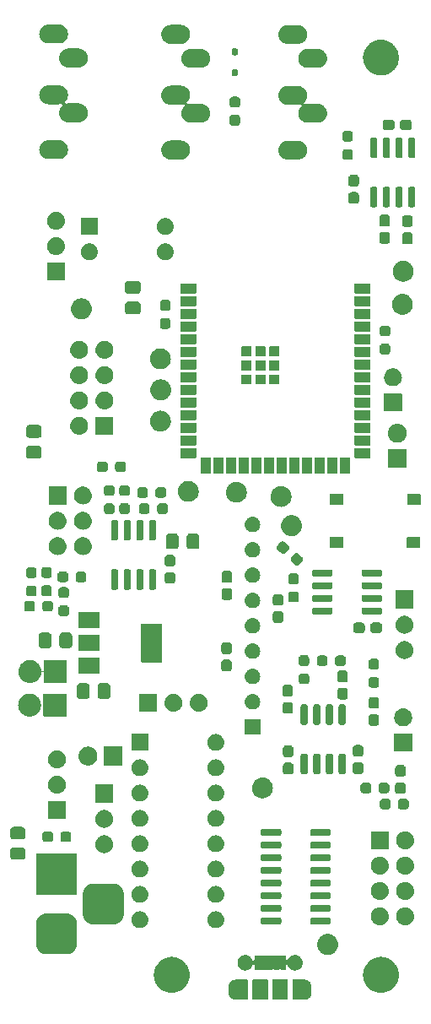
<source format=gbr>
G04 #@! TF.GenerationSoftware,KiCad,Pcbnew,7.0.9*
G04 #@! TF.CreationDate,2024-06-15T21:38:13-04:00*
G04 #@! TF.ProjectId,MEAP_Rev3c,4d454150-5f52-4657-9633-632e6b696361,rev?*
G04 #@! TF.SameCoordinates,Original*
G04 #@! TF.FileFunction,Soldermask,Top*
G04 #@! TF.FilePolarity,Negative*
%FSLAX46Y46*%
G04 Gerber Fmt 4.6, Leading zero omitted, Abs format (unit mm)*
G04 Created by KiCad (PCBNEW 7.0.9) date 2024-06-15 21:38:13*
%MOMM*%
%LPD*%
G01*
G04 APERTURE LIST*
G04 APERTURE END LIST*
G36*
X34589516Y-115494882D02*
G01*
X34606061Y-115505938D01*
X34617117Y-115522483D01*
X34620999Y-115542000D01*
X34620999Y-117442000D01*
X34617117Y-117461517D01*
X34606061Y-117478062D01*
X34589516Y-117489118D01*
X34569999Y-117493000D01*
X33369999Y-117493000D01*
X33360815Y-117491173D01*
X33352544Y-117490241D01*
X33329122Y-117491715D01*
X33276454Y-117481668D01*
X33225312Y-117475906D01*
X33200220Y-117467126D01*
X33168829Y-117461138D01*
X33127420Y-117441652D01*
X33087884Y-117427818D01*
X33057649Y-117408820D01*
X33021176Y-117391657D01*
X32992246Y-117367724D01*
X32964603Y-117350355D01*
X32932768Y-117318520D01*
X32895440Y-117287640D01*
X32878308Y-117264060D01*
X32861643Y-117247395D01*
X32832483Y-117200987D01*
X32799523Y-117155622D01*
X32791934Y-117136454D01*
X32784180Y-117124114D01*
X32762368Y-117061780D01*
X32739451Y-117003897D01*
X32737946Y-116991984D01*
X32736092Y-116986686D01*
X32726316Y-116899927D01*
X32718999Y-116842000D01*
X32718999Y-116142000D01*
X32724132Y-116060408D01*
X32732776Y-116026741D01*
X32736092Y-115997313D01*
X32752020Y-115951792D01*
X32764715Y-115902351D01*
X32777384Y-115879304D01*
X32784180Y-115859885D01*
X32815206Y-115810506D01*
X32843329Y-115759352D01*
X32855479Y-115746412D01*
X32861643Y-115736604D01*
X32911656Y-115686590D01*
X32955036Y-115640396D01*
X32962740Y-115635506D01*
X32964603Y-115633644D01*
X33073142Y-115565443D01*
X33092817Y-115552958D01*
X33152712Y-115533496D01*
X33225312Y-115508093D01*
X33233860Y-115507129D01*
X33248014Y-115502531D01*
X33308387Y-115498732D01*
X33360826Y-115492824D01*
X33369999Y-115491000D01*
X34569999Y-115491000D01*
X34589516Y-115494882D01*
G37*
G36*
X36639516Y-115494882D02*
G01*
X36656061Y-115505938D01*
X36667117Y-115522483D01*
X36670999Y-115542000D01*
X36670999Y-117442000D01*
X36667117Y-117461517D01*
X36656061Y-117478062D01*
X36639516Y-117489118D01*
X36619999Y-117493000D01*
X35119999Y-117493000D01*
X35100482Y-117489118D01*
X35083937Y-117478062D01*
X35072881Y-117461517D01*
X35068999Y-117442000D01*
X35068999Y-115542000D01*
X35072881Y-115522483D01*
X35083937Y-115505938D01*
X35100482Y-115494882D01*
X35119999Y-115491000D01*
X36619999Y-115491000D01*
X36639516Y-115494882D01*
G37*
G36*
X38639516Y-115494882D02*
G01*
X38656061Y-115505938D01*
X38667117Y-115522483D01*
X38670999Y-115542000D01*
X38670999Y-117442000D01*
X38667117Y-117461517D01*
X38656061Y-117478062D01*
X38639516Y-117489118D01*
X38619999Y-117493000D01*
X37119999Y-117493000D01*
X37100482Y-117489118D01*
X37083937Y-117478062D01*
X37072881Y-117461517D01*
X37068999Y-117442000D01*
X37068999Y-115542000D01*
X37072881Y-115522483D01*
X37083937Y-115505938D01*
X37100482Y-115494882D01*
X37119999Y-115491000D01*
X38619999Y-115491000D01*
X38639516Y-115494882D01*
G37*
G36*
X40379172Y-115492824D02*
G01*
X40387458Y-115493758D01*
X40410876Y-115492285D01*
X40463532Y-115502329D01*
X40514685Y-115508093D01*
X40539781Y-115516874D01*
X40571169Y-115522862D01*
X40612572Y-115542345D01*
X40652113Y-115556181D01*
X40682350Y-115575180D01*
X40718822Y-115592343D01*
X40747749Y-115616273D01*
X40775394Y-115633644D01*
X40807229Y-115665479D01*
X40844558Y-115696360D01*
X40861689Y-115719939D01*
X40878354Y-115736604D01*
X40907512Y-115783008D01*
X40940475Y-115828378D01*
X40948064Y-115847547D01*
X40955817Y-115859885D01*
X40977623Y-115922205D01*
X41000547Y-115980103D01*
X41002052Y-115992017D01*
X41003905Y-115997313D01*
X41013678Y-116084049D01*
X41020999Y-116142000D01*
X41020999Y-116842000D01*
X41015866Y-116923592D01*
X41007220Y-116957264D01*
X41003905Y-116986686D01*
X40987981Y-117032193D01*
X40975283Y-117081649D01*
X40962609Y-117104702D01*
X40955817Y-117124114D01*
X40924802Y-117173472D01*
X40896669Y-117224648D01*
X40884513Y-117237592D01*
X40878354Y-117247395D01*
X40828371Y-117297377D01*
X40784962Y-117343604D01*
X40777252Y-117348496D01*
X40775394Y-117350355D01*
X40667115Y-117418391D01*
X40647181Y-117431042D01*
X40587231Y-117450520D01*
X40514685Y-117475906D01*
X40506142Y-117476868D01*
X40491984Y-117481469D01*
X40431598Y-117485267D01*
X40379173Y-117491175D01*
X40369999Y-117493000D01*
X39169999Y-117493000D01*
X39150482Y-117489118D01*
X39133937Y-117478062D01*
X39122881Y-117461517D01*
X39118999Y-117442000D01*
X39118999Y-115542000D01*
X39122881Y-115522483D01*
X39133937Y-115505938D01*
X39150482Y-115494882D01*
X39169999Y-115491000D01*
X40369999Y-115491000D01*
X40379172Y-115492824D01*
G37*
G36*
X27065951Y-113204036D02*
G01*
X27134589Y-113204036D01*
X27196570Y-113213378D01*
X27256269Y-113217648D01*
X27327044Y-113233044D01*
X27400760Y-113244155D01*
X27454924Y-113260862D01*
X27507305Y-113272257D01*
X27581110Y-113299785D01*
X27657979Y-113323496D01*
X27703658Y-113345493D01*
X27748030Y-113362044D01*
X27822770Y-113402855D01*
X27900500Y-113440288D01*
X27937412Y-113465454D01*
X27973522Y-113485172D01*
X28046907Y-113540107D01*
X28122905Y-113591922D01*
X28151220Y-113618194D01*
X28179192Y-113639134D01*
X28248708Y-113708650D01*
X28320226Y-113775009D01*
X28340540Y-113800482D01*
X28360865Y-113820807D01*
X28423896Y-113905007D01*
X28488056Y-113985461D01*
X28501317Y-114008429D01*
X28514827Y-114026477D01*
X28568719Y-114125173D01*
X28622645Y-114218575D01*
X28630119Y-114237618D01*
X28637955Y-114251969D01*
X28680138Y-114365066D01*
X28720987Y-114469146D01*
X28724184Y-114483157D01*
X28727742Y-114492694D01*
X28755789Y-114621626D01*
X28780884Y-114731575D01*
X28781502Y-114739830D01*
X28782351Y-114743730D01*
X28793985Y-114906395D01*
X28801000Y-115000000D01*
X28793984Y-115093612D01*
X28782351Y-115256269D01*
X28781502Y-115260168D01*
X28780884Y-115268425D01*
X28755784Y-115378393D01*
X28727742Y-115507305D01*
X28724185Y-115516840D01*
X28720987Y-115530854D01*
X28680131Y-115634952D01*
X28637955Y-115748030D01*
X28630120Y-115762377D01*
X28622645Y-115781425D01*
X28568709Y-115874843D01*
X28514827Y-115973522D01*
X28501319Y-115991565D01*
X28488056Y-116014539D01*
X28423884Y-116095007D01*
X28360865Y-116179192D01*
X28340544Y-116199512D01*
X28320226Y-116224991D01*
X28248694Y-116291362D01*
X28179192Y-116360865D01*
X28151225Y-116381800D01*
X28122905Y-116408078D01*
X28046892Y-116459902D01*
X27973522Y-116514827D01*
X27937420Y-116534540D01*
X27900500Y-116559712D01*
X27822755Y-116597151D01*
X27748030Y-116637955D01*
X27703667Y-116654501D01*
X27657979Y-116676504D01*
X27581094Y-116700219D01*
X27507305Y-116727742D01*
X27454935Y-116739134D01*
X27400760Y-116755845D01*
X27327029Y-116766958D01*
X27256269Y-116782351D01*
X27196582Y-116786619D01*
X27134589Y-116795964D01*
X27065937Y-116795964D01*
X27000000Y-116800680D01*
X26934062Y-116795964D01*
X26865411Y-116795964D01*
X26803418Y-116786620D01*
X26743730Y-116782351D01*
X26672967Y-116766957D01*
X26599240Y-116755845D01*
X26545066Y-116739134D01*
X26492694Y-116727742D01*
X26418899Y-116700217D01*
X26342021Y-116676504D01*
X26296336Y-116654503D01*
X26251969Y-116637955D01*
X26177236Y-116597147D01*
X26099500Y-116559712D01*
X26062583Y-116534542D01*
X26026477Y-116514827D01*
X25953095Y-116459894D01*
X25877095Y-116408078D01*
X25848778Y-116381803D01*
X25820807Y-116360865D01*
X25751291Y-116291349D01*
X25679774Y-116224991D01*
X25659459Y-116199517D01*
X25639134Y-116179192D01*
X25576099Y-116094986D01*
X25511944Y-116014539D01*
X25498683Y-115991571D01*
X25485172Y-115973522D01*
X25431272Y-115874812D01*
X25377355Y-115781425D01*
X25369882Y-115762384D01*
X25362044Y-115748030D01*
X25319848Y-115634901D01*
X25279013Y-115530854D01*
X25275816Y-115516847D01*
X25272257Y-115507305D01*
X25244193Y-115378300D01*
X25219116Y-115268425D01*
X25218497Y-115260175D01*
X25217648Y-115256269D01*
X25205993Y-115093319D01*
X25199000Y-115000000D01*
X25205992Y-114906687D01*
X25217648Y-114743730D01*
X25218497Y-114739823D01*
X25219116Y-114731575D01*
X25244189Y-114621720D01*
X25272257Y-114492694D01*
X25275816Y-114483150D01*
X25279013Y-114469146D01*
X25319840Y-114365118D01*
X25362044Y-114251969D01*
X25369883Y-114237612D01*
X25377355Y-114218575D01*
X25431262Y-114125205D01*
X25485172Y-114026477D01*
X25498686Y-114008424D01*
X25511944Y-113985461D01*
X25576086Y-113905028D01*
X25639134Y-113820807D01*
X25659463Y-113800477D01*
X25679774Y-113775009D01*
X25751277Y-113708663D01*
X25820807Y-113639134D01*
X25848783Y-113618190D01*
X25877095Y-113591922D01*
X25953080Y-113540115D01*
X26026477Y-113485172D01*
X26062591Y-113465452D01*
X26099500Y-113440288D01*
X26177220Y-113402859D01*
X26251969Y-113362044D01*
X26296345Y-113345492D01*
X26342021Y-113323496D01*
X26418884Y-113299787D01*
X26492694Y-113272257D01*
X26545077Y-113260861D01*
X26599240Y-113244155D01*
X26672952Y-113233044D01*
X26743730Y-113217648D01*
X26803430Y-113213378D01*
X26865411Y-113204036D01*
X26934048Y-113204036D01*
X27000000Y-113199319D01*
X27065951Y-113204036D01*
G37*
G36*
X48065951Y-113204036D02*
G01*
X48134589Y-113204036D01*
X48196570Y-113213378D01*
X48256269Y-113217648D01*
X48327044Y-113233044D01*
X48400760Y-113244155D01*
X48454924Y-113260862D01*
X48507305Y-113272257D01*
X48581110Y-113299785D01*
X48657979Y-113323496D01*
X48703658Y-113345493D01*
X48748030Y-113362044D01*
X48822770Y-113402855D01*
X48900500Y-113440288D01*
X48937412Y-113465454D01*
X48973522Y-113485172D01*
X49046907Y-113540107D01*
X49122905Y-113591922D01*
X49151220Y-113618194D01*
X49179192Y-113639134D01*
X49248708Y-113708650D01*
X49320226Y-113775009D01*
X49340540Y-113800482D01*
X49360865Y-113820807D01*
X49423896Y-113905007D01*
X49488056Y-113985461D01*
X49501317Y-114008429D01*
X49514827Y-114026477D01*
X49568719Y-114125173D01*
X49622645Y-114218575D01*
X49630119Y-114237618D01*
X49637955Y-114251969D01*
X49680138Y-114365066D01*
X49720987Y-114469146D01*
X49724184Y-114483157D01*
X49727742Y-114492694D01*
X49755789Y-114621626D01*
X49780884Y-114731575D01*
X49781502Y-114739830D01*
X49782351Y-114743730D01*
X49793985Y-114906395D01*
X49801000Y-115000000D01*
X49793984Y-115093612D01*
X49782351Y-115256269D01*
X49781502Y-115260168D01*
X49780884Y-115268425D01*
X49755784Y-115378393D01*
X49727742Y-115507305D01*
X49724185Y-115516840D01*
X49720987Y-115530854D01*
X49680131Y-115634952D01*
X49637955Y-115748030D01*
X49630120Y-115762377D01*
X49622645Y-115781425D01*
X49568709Y-115874843D01*
X49514827Y-115973522D01*
X49501319Y-115991565D01*
X49488056Y-116014539D01*
X49423884Y-116095007D01*
X49360865Y-116179192D01*
X49340544Y-116199512D01*
X49320226Y-116224991D01*
X49248694Y-116291362D01*
X49179192Y-116360865D01*
X49151225Y-116381800D01*
X49122905Y-116408078D01*
X49046892Y-116459902D01*
X48973522Y-116514827D01*
X48937420Y-116534540D01*
X48900500Y-116559712D01*
X48822755Y-116597151D01*
X48748030Y-116637955D01*
X48703667Y-116654501D01*
X48657979Y-116676504D01*
X48581094Y-116700219D01*
X48507305Y-116727742D01*
X48454935Y-116739134D01*
X48400760Y-116755845D01*
X48327029Y-116766958D01*
X48256269Y-116782351D01*
X48196582Y-116786619D01*
X48134589Y-116795964D01*
X48065937Y-116795964D01*
X48000000Y-116800680D01*
X47934062Y-116795964D01*
X47865411Y-116795964D01*
X47803418Y-116786620D01*
X47743730Y-116782351D01*
X47672967Y-116766957D01*
X47599240Y-116755845D01*
X47545066Y-116739134D01*
X47492694Y-116727742D01*
X47418899Y-116700217D01*
X47342021Y-116676504D01*
X47296336Y-116654503D01*
X47251969Y-116637955D01*
X47177236Y-116597147D01*
X47099500Y-116559712D01*
X47062583Y-116534542D01*
X47026477Y-116514827D01*
X46953095Y-116459894D01*
X46877095Y-116408078D01*
X46848778Y-116381803D01*
X46820807Y-116360865D01*
X46751291Y-116291349D01*
X46679774Y-116224991D01*
X46659459Y-116199517D01*
X46639134Y-116179192D01*
X46576099Y-116094986D01*
X46511944Y-116014539D01*
X46498683Y-115991571D01*
X46485172Y-115973522D01*
X46431272Y-115874812D01*
X46377355Y-115781425D01*
X46369882Y-115762384D01*
X46362044Y-115748030D01*
X46319848Y-115634901D01*
X46279013Y-115530854D01*
X46275816Y-115516847D01*
X46272257Y-115507305D01*
X46244193Y-115378300D01*
X46219116Y-115268425D01*
X46218497Y-115260175D01*
X46217648Y-115256269D01*
X46205993Y-115093319D01*
X46199000Y-115000000D01*
X46205992Y-114906687D01*
X46217648Y-114743730D01*
X46218497Y-114739823D01*
X46219116Y-114731575D01*
X46244189Y-114621720D01*
X46272257Y-114492694D01*
X46275816Y-114483150D01*
X46279013Y-114469146D01*
X46319840Y-114365118D01*
X46362044Y-114251969D01*
X46369883Y-114237612D01*
X46377355Y-114218575D01*
X46431262Y-114125205D01*
X46485172Y-114026477D01*
X46498686Y-114008424D01*
X46511944Y-113985461D01*
X46576086Y-113905028D01*
X46639134Y-113820807D01*
X46659463Y-113800477D01*
X46679774Y-113775009D01*
X46751277Y-113708663D01*
X46820807Y-113639134D01*
X46848783Y-113618190D01*
X46877095Y-113591922D01*
X46953080Y-113540115D01*
X47026477Y-113485172D01*
X47062591Y-113465452D01*
X47099500Y-113440288D01*
X47177220Y-113402859D01*
X47251969Y-113362044D01*
X47296345Y-113345492D01*
X47342021Y-113323496D01*
X47418884Y-113299787D01*
X47492694Y-113272257D01*
X47545077Y-113260861D01*
X47599240Y-113244155D01*
X47672952Y-113233044D01*
X47743730Y-113217648D01*
X47803430Y-113213378D01*
X47865411Y-113204036D01*
X47934048Y-113204036D01*
X48000000Y-113199319D01*
X48065951Y-113204036D01*
G37*
G36*
X39413807Y-113020936D02*
G01*
X39451038Y-113020936D01*
X39493037Y-113029863D01*
X39542675Y-113035456D01*
X39578768Y-113048085D01*
X39609586Y-113054636D01*
X39653996Y-113074408D01*
X39706693Y-113092848D01*
X39734122Y-113110082D01*
X39757654Y-113120560D01*
X39801535Y-113152442D01*
X39853827Y-113185299D01*
X39872604Y-113204076D01*
X39888783Y-113215831D01*
X39928784Y-113260256D01*
X39976700Y-113308172D01*
X39987719Y-113325709D01*
X39997241Y-113336284D01*
X40029806Y-113392689D01*
X40069151Y-113455306D01*
X40074064Y-113469348D01*
X40078280Y-113476650D01*
X40099868Y-113543092D01*
X40126543Y-113619324D01*
X40127554Y-113628299D01*
X40128368Y-113630804D01*
X40135745Y-113701001D01*
X40145999Y-113792000D01*
X40135745Y-113883005D01*
X40128368Y-113953195D01*
X40127554Y-113955698D01*
X40126543Y-113964676D01*
X40099864Y-114040920D01*
X40078280Y-114107349D01*
X40074065Y-114114648D01*
X40069151Y-114128694D01*
X40029798Y-114191322D01*
X39997241Y-114247715D01*
X39987721Y-114258286D01*
X39976700Y-114275828D01*
X39928775Y-114323752D01*
X39888783Y-114368168D01*
X39872608Y-114379919D01*
X39853827Y-114398701D01*
X39801525Y-114431564D01*
X39757654Y-114463439D01*
X39734127Y-114473913D01*
X39706693Y-114491152D01*
X39653986Y-114509594D01*
X39609586Y-114529363D01*
X39578774Y-114535912D01*
X39542675Y-114548544D01*
X39493034Y-114554137D01*
X39451038Y-114563064D01*
X39413807Y-114563064D01*
X39369999Y-114568000D01*
X39326191Y-114563064D01*
X39288960Y-114563064D01*
X39246962Y-114554137D01*
X39197323Y-114548544D01*
X39161224Y-114535912D01*
X39130411Y-114529363D01*
X39086007Y-114509593D01*
X39033305Y-114491152D01*
X39005872Y-114473915D01*
X38982343Y-114463439D01*
X38938465Y-114431559D01*
X38886171Y-114398701D01*
X38867392Y-114379922D01*
X38851214Y-114368168D01*
X38811212Y-114323742D01*
X38763298Y-114275828D01*
X38752278Y-114258290D01*
X38742756Y-114247715D01*
X38710185Y-114191300D01*
X38670847Y-114128694D01*
X38665934Y-114114653D01*
X38661711Y-114107339D01*
X38639892Y-114040229D01*
X38631285Y-114015631D01*
X38420999Y-114048957D01*
X38420999Y-114467000D01*
X38417117Y-114486517D01*
X38406061Y-114503062D01*
X38389516Y-114514118D01*
X38369999Y-114518000D01*
X37969999Y-114518000D01*
X37950482Y-114514118D01*
X37933937Y-114503062D01*
X37922881Y-114486517D01*
X37921644Y-114480298D01*
X37911851Y-114465627D01*
X37778147Y-114465627D01*
X37768354Y-114480297D01*
X37767117Y-114486517D01*
X37756061Y-114503062D01*
X37739516Y-114514118D01*
X37719999Y-114518000D01*
X37319999Y-114518000D01*
X37300482Y-114514118D01*
X37283937Y-114503062D01*
X37272881Y-114486517D01*
X37271644Y-114480298D01*
X37261851Y-114465627D01*
X37128147Y-114465627D01*
X37118354Y-114480297D01*
X37117117Y-114486517D01*
X37106061Y-114503062D01*
X37089516Y-114514118D01*
X37069999Y-114518000D01*
X36669999Y-114518000D01*
X36650482Y-114514118D01*
X36633937Y-114503062D01*
X36622881Y-114486517D01*
X36621644Y-114480298D01*
X36611851Y-114465627D01*
X36478147Y-114465627D01*
X36468354Y-114480297D01*
X36467117Y-114486517D01*
X36456061Y-114503062D01*
X36439516Y-114514118D01*
X36419999Y-114518000D01*
X36019999Y-114518000D01*
X36000482Y-114514118D01*
X35983937Y-114503062D01*
X35972881Y-114486517D01*
X35971644Y-114480298D01*
X35961851Y-114465627D01*
X35828147Y-114465627D01*
X35818354Y-114480297D01*
X35817117Y-114486517D01*
X35806061Y-114503062D01*
X35789516Y-114514118D01*
X35769999Y-114518000D01*
X35369999Y-114518000D01*
X35350482Y-114514118D01*
X35333937Y-114503062D01*
X35322881Y-114486517D01*
X35318999Y-114467000D01*
X35318999Y-114048926D01*
X35108704Y-114015656D01*
X35099453Y-114042094D01*
X35078269Y-114107370D01*
X35074064Y-114114653D01*
X35069151Y-114128694D01*
X35029804Y-114191313D01*
X34997241Y-114247715D01*
X34987721Y-114258286D01*
X34976700Y-114275828D01*
X34928775Y-114323752D01*
X34888783Y-114368168D01*
X34872608Y-114379919D01*
X34853827Y-114398701D01*
X34801525Y-114431564D01*
X34757654Y-114463439D01*
X34734127Y-114473913D01*
X34706693Y-114491152D01*
X34653986Y-114509594D01*
X34609586Y-114529363D01*
X34578774Y-114535912D01*
X34542675Y-114548544D01*
X34493034Y-114554137D01*
X34451038Y-114563064D01*
X34413807Y-114563064D01*
X34369999Y-114568000D01*
X34326191Y-114563064D01*
X34288960Y-114563064D01*
X34246962Y-114554137D01*
X34197323Y-114548544D01*
X34161224Y-114535912D01*
X34130411Y-114529363D01*
X34086007Y-114509593D01*
X34033305Y-114491152D01*
X34005872Y-114473915D01*
X33982343Y-114463439D01*
X33938465Y-114431559D01*
X33886171Y-114398701D01*
X33867392Y-114379922D01*
X33851214Y-114368168D01*
X33811212Y-114323742D01*
X33763298Y-114275828D01*
X33752278Y-114258290D01*
X33742756Y-114247715D01*
X33710186Y-114191302D01*
X33670847Y-114128694D01*
X33665933Y-114114652D01*
X33661717Y-114107349D01*
X33640119Y-114040880D01*
X33613455Y-113964676D01*
X33612444Y-113955703D01*
X33611629Y-113953195D01*
X33604238Y-113882873D01*
X33593999Y-113792000D01*
X33604237Y-113701133D01*
X33611629Y-113630804D01*
X33612444Y-113628295D01*
X33613455Y-113619324D01*
X33640115Y-113543132D01*
X33661717Y-113476650D01*
X33665934Y-113469344D01*
X33670847Y-113455306D01*
X33710179Y-113392708D01*
X33742756Y-113336284D01*
X33752280Y-113325706D01*
X33763298Y-113308172D01*
X33811202Y-113260267D01*
X33851213Y-113215832D01*
X33867394Y-113204075D01*
X33886171Y-113185299D01*
X33938458Y-113152444D01*
X33982345Y-113120559D01*
X34005878Y-113110081D01*
X34033305Y-113092848D01*
X34085996Y-113074410D01*
X34130411Y-113054636D01*
X34161230Y-113048085D01*
X34197323Y-113035456D01*
X34246959Y-113029863D01*
X34288960Y-113020936D01*
X34326191Y-113020936D01*
X34369999Y-113016000D01*
X34413807Y-113020936D01*
X34451038Y-113020936D01*
X34493037Y-113029863D01*
X34542675Y-113035456D01*
X34578768Y-113048085D01*
X34609586Y-113054636D01*
X34653996Y-113074408D01*
X34706693Y-113092848D01*
X34734122Y-113110082D01*
X34757654Y-113120560D01*
X34801535Y-113152442D01*
X34853827Y-113185299D01*
X34872604Y-113204076D01*
X34888783Y-113215831D01*
X34928784Y-113260256D01*
X34976700Y-113308172D01*
X34987719Y-113325709D01*
X34997241Y-113336284D01*
X35029808Y-113392693D01*
X35069151Y-113455306D01*
X35074063Y-113469346D01*
X35078280Y-113476649D01*
X35099834Y-113542995D01*
X35108708Y-113568356D01*
X35318999Y-113535053D01*
X35318999Y-113129310D01*
X35318999Y-113117000D01*
X35322881Y-113097483D01*
X35333937Y-113080938D01*
X35350482Y-113069882D01*
X35369999Y-113066000D01*
X35769999Y-113066000D01*
X35789516Y-113069882D01*
X35806061Y-113080938D01*
X35817117Y-113097483D01*
X35818339Y-113103629D01*
X35828192Y-113118372D01*
X35961806Y-113118372D01*
X35971658Y-113103628D01*
X35972881Y-113097483D01*
X35983937Y-113080938D01*
X36000482Y-113069882D01*
X36019999Y-113066000D01*
X36419999Y-113066000D01*
X36439516Y-113069882D01*
X36456061Y-113080938D01*
X36467117Y-113097483D01*
X36468339Y-113103629D01*
X36478192Y-113118372D01*
X36611806Y-113118372D01*
X36621658Y-113103628D01*
X36622881Y-113097483D01*
X36633937Y-113080938D01*
X36650482Y-113069882D01*
X36669999Y-113066000D01*
X37069999Y-113066000D01*
X37089516Y-113069882D01*
X37106061Y-113080938D01*
X37117117Y-113097483D01*
X37118339Y-113103629D01*
X37128192Y-113118372D01*
X37261806Y-113118372D01*
X37271658Y-113103628D01*
X37272881Y-113097483D01*
X37283937Y-113080938D01*
X37300482Y-113069882D01*
X37319999Y-113066000D01*
X37719999Y-113066000D01*
X37739516Y-113069882D01*
X37756061Y-113080938D01*
X37767117Y-113097483D01*
X37768339Y-113103629D01*
X37778192Y-113118372D01*
X37911806Y-113118372D01*
X37921658Y-113103628D01*
X37922881Y-113097483D01*
X37933937Y-113080938D01*
X37950482Y-113069882D01*
X37969999Y-113066000D01*
X38369999Y-113066000D01*
X38389516Y-113069882D01*
X38406061Y-113080938D01*
X38417117Y-113097483D01*
X38420999Y-113117000D01*
X38420999Y-113535049D01*
X38631286Y-113568364D01*
X38640021Y-113543400D01*
X38661714Y-113476654D01*
X38665935Y-113469341D01*
X38670847Y-113455306D01*
X38710176Y-113392714D01*
X38742756Y-113336284D01*
X38752280Y-113325706D01*
X38763298Y-113308172D01*
X38811202Y-113260267D01*
X38851213Y-113215832D01*
X38867394Y-113204075D01*
X38886171Y-113185299D01*
X38938458Y-113152444D01*
X38982345Y-113120559D01*
X39005878Y-113110081D01*
X39033305Y-113092848D01*
X39085996Y-113074410D01*
X39130411Y-113054636D01*
X39161230Y-113048085D01*
X39197323Y-113035456D01*
X39246959Y-113029863D01*
X39288960Y-113020936D01*
X39326191Y-113020936D01*
X39369999Y-113016000D01*
X39413807Y-113020936D01*
G37*
G36*
X42700938Y-110904017D02*
G01*
X42746923Y-110904017D01*
X42798139Y-110913590D01*
X42855040Y-110919195D01*
X42898261Y-110932306D01*
X42937474Y-110939636D01*
X42991785Y-110960676D01*
X43052200Y-110979003D01*
X43086720Y-110997454D01*
X43118232Y-111009662D01*
X43172977Y-111043559D01*
X43233904Y-111076125D01*
X43259506Y-111097136D01*
X43283048Y-111111713D01*
X43335212Y-111159267D01*
X43393169Y-111206831D01*
X43410342Y-111227757D01*
X43426301Y-111242305D01*
X43472629Y-111303653D01*
X43523875Y-111366096D01*
X43533783Y-111384634D01*
X43543122Y-111397000D01*
X43580274Y-111471613D01*
X43620997Y-111547800D01*
X43625340Y-111562117D01*
X43629528Y-111570528D01*
X43654267Y-111657476D01*
X43680805Y-111744960D01*
X43681676Y-111753811D01*
X43682577Y-111756975D01*
X43691938Y-111858002D01*
X43701000Y-111950000D01*
X43691938Y-112042005D01*
X43682577Y-112143024D01*
X43681676Y-112146187D01*
X43680805Y-112155040D01*
X43654262Y-112242538D01*
X43629528Y-112329471D01*
X43625341Y-112337879D01*
X43620997Y-112352200D01*
X43580267Y-112428399D01*
X43543122Y-112502999D01*
X43533785Y-112515362D01*
X43523875Y-112533904D01*
X43472620Y-112596357D01*
X43426301Y-112657694D01*
X43410345Y-112672238D01*
X43393169Y-112693169D01*
X43335201Y-112740741D01*
X43283048Y-112788286D01*
X43259511Y-112802859D01*
X43233904Y-112823875D01*
X43172965Y-112856447D01*
X43118232Y-112890337D01*
X43086726Y-112902542D01*
X43052200Y-112920997D01*
X42991773Y-112939327D01*
X42937474Y-112960363D01*
X42898268Y-112967691D01*
X42855040Y-112980805D01*
X42798136Y-112986409D01*
X42746923Y-112995983D01*
X42700938Y-112995983D01*
X42650000Y-113001000D01*
X42599062Y-112995983D01*
X42553077Y-112995983D01*
X42501863Y-112986409D01*
X42444960Y-112980805D01*
X42401732Y-112967692D01*
X42362525Y-112960363D01*
X42308221Y-112939325D01*
X42247800Y-112920997D01*
X42213275Y-112902543D01*
X42181767Y-112890337D01*
X42127027Y-112856443D01*
X42066096Y-112823875D01*
X42040491Y-112802861D01*
X42016951Y-112788286D01*
X41964788Y-112740733D01*
X41906831Y-112693169D01*
X41889656Y-112672242D01*
X41873698Y-112657694D01*
X41827367Y-112596342D01*
X41776125Y-112533904D01*
X41766216Y-112515366D01*
X41756877Y-112502999D01*
X41719717Y-112428372D01*
X41679003Y-112352200D01*
X41674660Y-112337884D01*
X41670471Y-112329471D01*
X41645721Y-112242485D01*
X41619195Y-112155040D01*
X41618323Y-112146192D01*
X41617422Y-112143024D01*
X41608044Y-112041833D01*
X41599000Y-111950000D01*
X41608044Y-111858173D01*
X41617422Y-111756975D01*
X41618323Y-111753805D01*
X41619195Y-111744960D01*
X41645716Y-111657529D01*
X41670471Y-111570528D01*
X41674661Y-111562112D01*
X41679003Y-111547800D01*
X41719710Y-111471641D01*
X41756877Y-111397000D01*
X41766218Y-111384629D01*
X41776125Y-111366096D01*
X41827357Y-111303668D01*
X41873698Y-111242305D01*
X41889660Y-111227753D01*
X41906831Y-111206831D01*
X41964777Y-111159275D01*
X42016951Y-111111713D01*
X42040496Y-111097134D01*
X42066096Y-111076125D01*
X42127015Y-111043563D01*
X42181767Y-111009662D01*
X42213282Y-110997452D01*
X42247800Y-110979003D01*
X42308209Y-110960677D01*
X42362525Y-110939636D01*
X42401739Y-110932305D01*
X42444960Y-110919195D01*
X42501860Y-110913590D01*
X42553077Y-110904017D01*
X42599062Y-110904017D01*
X42650000Y-110899000D01*
X42700938Y-110904017D01*
G37*
G36*
X16440338Y-108850018D02*
G01*
X16573710Y-108859275D01*
X16602087Y-108865949D01*
X16635040Y-108869195D01*
X16701141Y-108889246D01*
X16763830Y-108903991D01*
X16794743Y-108917640D01*
X16832200Y-108929003D01*
X16887882Y-108958765D01*
X16941160Y-108982290D01*
X16974067Y-109004832D01*
X17013904Y-109026125D01*
X17058098Y-109062394D01*
X17101082Y-109091839D01*
X17133602Y-109124359D01*
X17173169Y-109156831D01*
X17205640Y-109196397D01*
X17238160Y-109228917D01*
X17267603Y-109271899D01*
X17303875Y-109316096D01*
X17325169Y-109355934D01*
X17347709Y-109388839D01*
X17371231Y-109442111D01*
X17400997Y-109497800D01*
X17412360Y-109535260D01*
X17426008Y-109566169D01*
X17440749Y-109628847D01*
X17460805Y-109694960D01*
X17464051Y-109727917D01*
X17470724Y-109756289D01*
X17479978Y-109889629D01*
X17481000Y-109900000D01*
X17481000Y-111900000D01*
X17479978Y-111910373D01*
X17470724Y-112043710D01*
X17464051Y-112072080D01*
X17460805Y-112105040D01*
X17440748Y-112171156D01*
X17426008Y-112233830D01*
X17412361Y-112264736D01*
X17400997Y-112302200D01*
X17371228Y-112357892D01*
X17347709Y-112411160D01*
X17325171Y-112444060D01*
X17303875Y-112483904D01*
X17267599Y-112528105D01*
X17238160Y-112571082D01*
X17205645Y-112603596D01*
X17173169Y-112643169D01*
X17133596Y-112675645D01*
X17101082Y-112708160D01*
X17058105Y-112737599D01*
X17013904Y-112773875D01*
X16974060Y-112795171D01*
X16941160Y-112817709D01*
X16887892Y-112841228D01*
X16832200Y-112870997D01*
X16794736Y-112882361D01*
X16763830Y-112896008D01*
X16701156Y-112910748D01*
X16635040Y-112930805D01*
X16602080Y-112934051D01*
X16573710Y-112940724D01*
X16440373Y-112949978D01*
X16430000Y-112951000D01*
X14430000Y-112951000D01*
X14419629Y-112949978D01*
X14286289Y-112940724D01*
X14257917Y-112934051D01*
X14224960Y-112930805D01*
X14158847Y-112910749D01*
X14096169Y-112896008D01*
X14065260Y-112882360D01*
X14027800Y-112870997D01*
X13972111Y-112841231D01*
X13918839Y-112817709D01*
X13885934Y-112795169D01*
X13846096Y-112773875D01*
X13801899Y-112737603D01*
X13758917Y-112708160D01*
X13726397Y-112675640D01*
X13686831Y-112643169D01*
X13654359Y-112603602D01*
X13621839Y-112571082D01*
X13592394Y-112528098D01*
X13556125Y-112483904D01*
X13534832Y-112444067D01*
X13512290Y-112411160D01*
X13488765Y-112357882D01*
X13459003Y-112302200D01*
X13447640Y-112264743D01*
X13433991Y-112233830D01*
X13419246Y-112171141D01*
X13399195Y-112105040D01*
X13395949Y-112072087D01*
X13389275Y-112043710D01*
X13380018Y-111910338D01*
X13379000Y-111900000D01*
X13379000Y-109900000D01*
X13380018Y-109889663D01*
X13389275Y-109756289D01*
X13395949Y-109727910D01*
X13399195Y-109694960D01*
X13419245Y-109628861D01*
X13433991Y-109566169D01*
X13447641Y-109535253D01*
X13459003Y-109497800D01*
X13488762Y-109442122D01*
X13512290Y-109388839D01*
X13534834Y-109355928D01*
X13556125Y-109316096D01*
X13592390Y-109271906D01*
X13621839Y-109228917D01*
X13654363Y-109196392D01*
X13686831Y-109156831D01*
X13726392Y-109124363D01*
X13758917Y-109091839D01*
X13801906Y-109062390D01*
X13846096Y-109026125D01*
X13885928Y-109004834D01*
X13918839Y-108982290D01*
X13972122Y-108958762D01*
X14027800Y-108929003D01*
X14065253Y-108917641D01*
X14096169Y-108903991D01*
X14158861Y-108889245D01*
X14224960Y-108869195D01*
X14257910Y-108865949D01*
X14286289Y-108859275D01*
X14419663Y-108850018D01*
X14430000Y-108849000D01*
X16430000Y-108849000D01*
X16440338Y-108850018D01*
G37*
G36*
X23841199Y-108628662D02*
G01*
X23888954Y-108628662D01*
X23930194Y-108637427D01*
X23965901Y-108640945D01*
X24010759Y-108654552D01*
X24062973Y-108665651D01*
X24096384Y-108680526D01*
X24125435Y-108689339D01*
X24171602Y-108714015D01*
X24225500Y-108738012D01*
X24250554Y-108756215D01*
X24272453Y-108767920D01*
X24317128Y-108804584D01*
X24369430Y-108842584D01*
X24386411Y-108861443D01*
X24401320Y-108873679D01*
X24441387Y-108922501D01*
X24488473Y-108974795D01*
X24498364Y-108991927D01*
X24507079Y-109002546D01*
X24539306Y-109062840D01*
X24577427Y-109128867D01*
X24581813Y-109142368D01*
X24585660Y-109149564D01*
X24606861Y-109219455D01*
X24632404Y-109298067D01*
X24633303Y-109306623D01*
X24634054Y-109309098D01*
X24641371Y-109383389D01*
X24651000Y-109475000D01*
X24641370Y-109566619D01*
X24634054Y-109640901D01*
X24633303Y-109643375D01*
X24632404Y-109651933D01*
X24606856Y-109730558D01*
X24585660Y-109800435D01*
X24581814Y-109807629D01*
X24577427Y-109821133D01*
X24539299Y-109887172D01*
X24507079Y-109947453D01*
X24498366Y-109958069D01*
X24488473Y-109975205D01*
X24441378Y-110027509D01*
X24401320Y-110076320D01*
X24386414Y-110088552D01*
X24369430Y-110107416D01*
X24317118Y-110145423D01*
X24272453Y-110182079D01*
X24250559Y-110193780D01*
X24225500Y-110211988D01*
X24171591Y-110235989D01*
X24125435Y-110260660D01*
X24096391Y-110269470D01*
X24062973Y-110284349D01*
X24010748Y-110295449D01*
X23965901Y-110309054D01*
X23930203Y-110312570D01*
X23888954Y-110321338D01*
X23841188Y-110321338D01*
X23800000Y-110325395D01*
X23758811Y-110321338D01*
X23711046Y-110321338D01*
X23669797Y-110312570D01*
X23634098Y-110309054D01*
X23589248Y-110295448D01*
X23537027Y-110284349D01*
X23503610Y-110269471D01*
X23474564Y-110260660D01*
X23428402Y-110235986D01*
X23374500Y-110211988D01*
X23349443Y-110193783D01*
X23327546Y-110182079D01*
X23282873Y-110145416D01*
X23230570Y-110107416D01*
X23213588Y-110088555D01*
X23198679Y-110076320D01*
X23158610Y-110027496D01*
X23111527Y-109975205D01*
X23101636Y-109958073D01*
X23092920Y-109947453D01*
X23060687Y-109887148D01*
X23022573Y-109821133D01*
X23018186Y-109807634D01*
X23014339Y-109800435D01*
X22993128Y-109730512D01*
X22967596Y-109651933D01*
X22966697Y-109643380D01*
X22965945Y-109640901D01*
X22958613Y-109566467D01*
X22949000Y-109475000D01*
X22958612Y-109383540D01*
X22965945Y-109309098D01*
X22966697Y-109306618D01*
X22967596Y-109298067D01*
X22993123Y-109219502D01*
X23014339Y-109149564D01*
X23018187Y-109142363D01*
X23022573Y-109128867D01*
X23060680Y-109062863D01*
X23092920Y-109002546D01*
X23101638Y-108991923D01*
X23111527Y-108974795D01*
X23158601Y-108922513D01*
X23198679Y-108873679D01*
X23213591Y-108861440D01*
X23230570Y-108842584D01*
X23282862Y-108804591D01*
X23327546Y-108767920D01*
X23349448Y-108756213D01*
X23374500Y-108738012D01*
X23428391Y-108714018D01*
X23474564Y-108689339D01*
X23503617Y-108680525D01*
X23537027Y-108665651D01*
X23589237Y-108654553D01*
X23634098Y-108640945D01*
X23669806Y-108637427D01*
X23711046Y-108628662D01*
X23758801Y-108628662D01*
X23800000Y-108624604D01*
X23841199Y-108628662D01*
G37*
G36*
X31461199Y-108628662D02*
G01*
X31508954Y-108628662D01*
X31550194Y-108637427D01*
X31585901Y-108640945D01*
X31630759Y-108654552D01*
X31682973Y-108665651D01*
X31716384Y-108680526D01*
X31745435Y-108689339D01*
X31791602Y-108714015D01*
X31845500Y-108738012D01*
X31870554Y-108756215D01*
X31892453Y-108767920D01*
X31937128Y-108804584D01*
X31989430Y-108842584D01*
X32006411Y-108861443D01*
X32021320Y-108873679D01*
X32061387Y-108922501D01*
X32108473Y-108974795D01*
X32118364Y-108991927D01*
X32127079Y-109002546D01*
X32159306Y-109062840D01*
X32197427Y-109128867D01*
X32201813Y-109142368D01*
X32205660Y-109149564D01*
X32226861Y-109219455D01*
X32252404Y-109298067D01*
X32253303Y-109306623D01*
X32254054Y-109309098D01*
X32261371Y-109383389D01*
X32271000Y-109475000D01*
X32261370Y-109566619D01*
X32254054Y-109640901D01*
X32253303Y-109643375D01*
X32252404Y-109651933D01*
X32226856Y-109730558D01*
X32205660Y-109800435D01*
X32201814Y-109807629D01*
X32197427Y-109821133D01*
X32159299Y-109887172D01*
X32127079Y-109947453D01*
X32118366Y-109958069D01*
X32108473Y-109975205D01*
X32061378Y-110027509D01*
X32021320Y-110076320D01*
X32006414Y-110088552D01*
X31989430Y-110107416D01*
X31937118Y-110145423D01*
X31892453Y-110182079D01*
X31870559Y-110193780D01*
X31845500Y-110211988D01*
X31791591Y-110235989D01*
X31745435Y-110260660D01*
X31716391Y-110269470D01*
X31682973Y-110284349D01*
X31630748Y-110295449D01*
X31585901Y-110309054D01*
X31550203Y-110312570D01*
X31508954Y-110321338D01*
X31461188Y-110321338D01*
X31420000Y-110325395D01*
X31378811Y-110321338D01*
X31331046Y-110321338D01*
X31289797Y-110312570D01*
X31254098Y-110309054D01*
X31209248Y-110295448D01*
X31157027Y-110284349D01*
X31123610Y-110269471D01*
X31094564Y-110260660D01*
X31048402Y-110235986D01*
X30994500Y-110211988D01*
X30969443Y-110193783D01*
X30947546Y-110182079D01*
X30902873Y-110145416D01*
X30850570Y-110107416D01*
X30833588Y-110088555D01*
X30818679Y-110076320D01*
X30778610Y-110027496D01*
X30731527Y-109975205D01*
X30721636Y-109958073D01*
X30712920Y-109947453D01*
X30680687Y-109887148D01*
X30642573Y-109821133D01*
X30638186Y-109807634D01*
X30634339Y-109800435D01*
X30613128Y-109730512D01*
X30587596Y-109651933D01*
X30586697Y-109643380D01*
X30585945Y-109640901D01*
X30578613Y-109566467D01*
X30569000Y-109475000D01*
X30578612Y-109383540D01*
X30585945Y-109309098D01*
X30586697Y-109306618D01*
X30587596Y-109298067D01*
X30613123Y-109219502D01*
X30634339Y-109149564D01*
X30638187Y-109142363D01*
X30642573Y-109128867D01*
X30680680Y-109062863D01*
X30712920Y-109002546D01*
X30721638Y-108991923D01*
X30731527Y-108974795D01*
X30778601Y-108922513D01*
X30818679Y-108873679D01*
X30833591Y-108861440D01*
X30850570Y-108842584D01*
X30902862Y-108804591D01*
X30947546Y-108767920D01*
X30969448Y-108756213D01*
X30994500Y-108738012D01*
X31048391Y-108714018D01*
X31094564Y-108689339D01*
X31123617Y-108680525D01*
X31157027Y-108665651D01*
X31209237Y-108654553D01*
X31254098Y-108640945D01*
X31289806Y-108637427D01*
X31331046Y-108628662D01*
X31378801Y-108628662D01*
X31420000Y-108624604D01*
X31461199Y-108628662D01*
G37*
G36*
X47923983Y-108233936D02*
G01*
X47974180Y-108233936D01*
X48017524Y-108243149D01*
X48055659Y-108246905D01*
X48103566Y-108261437D01*
X48158424Y-108273098D01*
X48193530Y-108288728D01*
X48224566Y-108298143D01*
X48273884Y-108324504D01*
X48330500Y-108349711D01*
X48356822Y-108368835D01*
X48380232Y-108381348D01*
X48427988Y-108420540D01*
X48482887Y-108460427D01*
X48500711Y-108480223D01*
X48516675Y-108493324D01*
X48559572Y-108545594D01*
X48608924Y-108600405D01*
X48619292Y-108618363D01*
X48628651Y-108629767D01*
X48663273Y-108694542D01*
X48703104Y-108763530D01*
X48707685Y-108777630D01*
X48711856Y-108785433D01*
X48734852Y-108861242D01*
X48761311Y-108942672D01*
X48762242Y-108951532D01*
X48763094Y-108954340D01*
X48771384Y-109038513D01*
X48781000Y-109130000D01*
X48771383Y-109221494D01*
X48763094Y-109305659D01*
X48762242Y-109308466D01*
X48761311Y-109317328D01*
X48734848Y-109398771D01*
X48711856Y-109474566D01*
X48707686Y-109482366D01*
X48703104Y-109496470D01*
X48663266Y-109565470D01*
X48628651Y-109630232D01*
X48619294Y-109641633D01*
X48608924Y-109659595D01*
X48559563Y-109714415D01*
X48516675Y-109766675D01*
X48500714Y-109779773D01*
X48482887Y-109799573D01*
X48427977Y-109839467D01*
X48380232Y-109878651D01*
X48356827Y-109891161D01*
X48330500Y-109910289D01*
X48273873Y-109935500D01*
X48224566Y-109961856D01*
X48193537Y-109971268D01*
X48158424Y-109986902D01*
X48103555Y-109998564D01*
X48055659Y-110013094D01*
X48017532Y-110016849D01*
X47974180Y-110026064D01*
X47923973Y-110026064D01*
X47880000Y-110030395D01*
X47836027Y-110026064D01*
X47785820Y-110026064D01*
X47742467Y-110016849D01*
X47704340Y-110013094D01*
X47656441Y-109998563D01*
X47601576Y-109986902D01*
X47566464Y-109971269D01*
X47535433Y-109961856D01*
X47486120Y-109935498D01*
X47429500Y-109910289D01*
X47403175Y-109891163D01*
X47379767Y-109878651D01*
X47332013Y-109839460D01*
X47277113Y-109799573D01*
X47259287Y-109779776D01*
X47243324Y-109766675D01*
X47200425Y-109714402D01*
X47151076Y-109659595D01*
X47140708Y-109641637D01*
X47131348Y-109630232D01*
X47096719Y-109565447D01*
X47056896Y-109496470D01*
X47052315Y-109482371D01*
X47048143Y-109474566D01*
X47025136Y-109398725D01*
X46998689Y-109317328D01*
X46997758Y-109308471D01*
X46996905Y-109305659D01*
X46988600Y-109221342D01*
X46979000Y-109130000D01*
X46988599Y-109038664D01*
X46996905Y-108954340D01*
X46997758Y-108951527D01*
X46998689Y-108942672D01*
X47025132Y-108861288D01*
X47048143Y-108785433D01*
X47052315Y-108777626D01*
X47056896Y-108763530D01*
X47096712Y-108694565D01*
X47131348Y-108629767D01*
X47140710Y-108618359D01*
X47151076Y-108600405D01*
X47200416Y-108545607D01*
X47243324Y-108493324D01*
X47259291Y-108480219D01*
X47277113Y-108460427D01*
X47332002Y-108420546D01*
X47379767Y-108381348D01*
X47403180Y-108368833D01*
X47429500Y-108349711D01*
X47486109Y-108324506D01*
X47535433Y-108298143D01*
X47566471Y-108288727D01*
X47601576Y-108273098D01*
X47656430Y-108261438D01*
X47704340Y-108246905D01*
X47742476Y-108243148D01*
X47785820Y-108233936D01*
X47836016Y-108233936D01*
X47880000Y-108229604D01*
X47923983Y-108233936D01*
G37*
G36*
X50463983Y-108233936D02*
G01*
X50514180Y-108233936D01*
X50557524Y-108243149D01*
X50595659Y-108246905D01*
X50643566Y-108261437D01*
X50698424Y-108273098D01*
X50733530Y-108288728D01*
X50764566Y-108298143D01*
X50813884Y-108324504D01*
X50870500Y-108349711D01*
X50896822Y-108368835D01*
X50920232Y-108381348D01*
X50967988Y-108420540D01*
X51022887Y-108460427D01*
X51040711Y-108480223D01*
X51056675Y-108493324D01*
X51099572Y-108545594D01*
X51148924Y-108600405D01*
X51159292Y-108618363D01*
X51168651Y-108629767D01*
X51203273Y-108694542D01*
X51243104Y-108763530D01*
X51247685Y-108777630D01*
X51251856Y-108785433D01*
X51274852Y-108861242D01*
X51301311Y-108942672D01*
X51302242Y-108951532D01*
X51303094Y-108954340D01*
X51311384Y-109038513D01*
X51321000Y-109130000D01*
X51311383Y-109221494D01*
X51303094Y-109305659D01*
X51302242Y-109308466D01*
X51301311Y-109317328D01*
X51274848Y-109398771D01*
X51251856Y-109474566D01*
X51247686Y-109482366D01*
X51243104Y-109496470D01*
X51203266Y-109565470D01*
X51168651Y-109630232D01*
X51159294Y-109641633D01*
X51148924Y-109659595D01*
X51099563Y-109714415D01*
X51056675Y-109766675D01*
X51040714Y-109779773D01*
X51022887Y-109799573D01*
X50967977Y-109839467D01*
X50920232Y-109878651D01*
X50896827Y-109891161D01*
X50870500Y-109910289D01*
X50813873Y-109935500D01*
X50764566Y-109961856D01*
X50733537Y-109971268D01*
X50698424Y-109986902D01*
X50643555Y-109998564D01*
X50595659Y-110013094D01*
X50557532Y-110016849D01*
X50514180Y-110026064D01*
X50463973Y-110026064D01*
X50420000Y-110030395D01*
X50376027Y-110026064D01*
X50325820Y-110026064D01*
X50282467Y-110016849D01*
X50244340Y-110013094D01*
X50196441Y-109998563D01*
X50141576Y-109986902D01*
X50106464Y-109971269D01*
X50075433Y-109961856D01*
X50026120Y-109935498D01*
X49969500Y-109910289D01*
X49943175Y-109891163D01*
X49919767Y-109878651D01*
X49872013Y-109839460D01*
X49817113Y-109799573D01*
X49799287Y-109779776D01*
X49783324Y-109766675D01*
X49740425Y-109714402D01*
X49691076Y-109659595D01*
X49680708Y-109641637D01*
X49671348Y-109630232D01*
X49636719Y-109565447D01*
X49596896Y-109496470D01*
X49592315Y-109482371D01*
X49588143Y-109474566D01*
X49565136Y-109398725D01*
X49538689Y-109317328D01*
X49537758Y-109308471D01*
X49536905Y-109305659D01*
X49528600Y-109221342D01*
X49519000Y-109130000D01*
X49528599Y-109038664D01*
X49536905Y-108954340D01*
X49537758Y-108951527D01*
X49538689Y-108942672D01*
X49565132Y-108861288D01*
X49588143Y-108785433D01*
X49592315Y-108777626D01*
X49596896Y-108763530D01*
X49636712Y-108694565D01*
X49671348Y-108629767D01*
X49680710Y-108618359D01*
X49691076Y-108600405D01*
X49740416Y-108545607D01*
X49783324Y-108493324D01*
X49799291Y-108480219D01*
X49817113Y-108460427D01*
X49872002Y-108420546D01*
X49919767Y-108381348D01*
X49943180Y-108368833D01*
X49969500Y-108349711D01*
X50026109Y-108324506D01*
X50075433Y-108298143D01*
X50106471Y-108288727D01*
X50141576Y-108273098D01*
X50196430Y-108261438D01*
X50244340Y-108246905D01*
X50282476Y-108243148D01*
X50325820Y-108233936D01*
X50376016Y-108233936D01*
X50420000Y-108229604D01*
X50463983Y-108233936D01*
G37*
G36*
X37811040Y-109262190D02*
G01*
X37843987Y-109266528D01*
X37852274Y-109270392D01*
X37871919Y-109274300D01*
X37897938Y-109291686D01*
X37909180Y-109296928D01*
X37916019Y-109303767D01*
X37937128Y-109317872D01*
X37951232Y-109338980D01*
X37958071Y-109345819D01*
X37963312Y-109357058D01*
X37980700Y-109383081D01*
X37984607Y-109402727D01*
X37988471Y-109411012D01*
X37992806Y-109443946D01*
X37996000Y-109460000D01*
X37996000Y-109760000D01*
X37992806Y-109776054D01*
X37988471Y-109808987D01*
X37984608Y-109817270D01*
X37980700Y-109836919D01*
X37963310Y-109862943D01*
X37958071Y-109874180D01*
X37951234Y-109881016D01*
X37937128Y-109902128D01*
X37916016Y-109916234D01*
X37909180Y-109923071D01*
X37897943Y-109928310D01*
X37871919Y-109945700D01*
X37852270Y-109949608D01*
X37843987Y-109953471D01*
X37811054Y-109957806D01*
X37795000Y-109961000D01*
X36145000Y-109961000D01*
X36128946Y-109957806D01*
X36096012Y-109953471D01*
X36087727Y-109949607D01*
X36068081Y-109945700D01*
X36042058Y-109928312D01*
X36030819Y-109923071D01*
X36023980Y-109916232D01*
X36002872Y-109902128D01*
X35988767Y-109881019D01*
X35981928Y-109874180D01*
X35976686Y-109862938D01*
X35959300Y-109836919D01*
X35955392Y-109817274D01*
X35951528Y-109808987D01*
X35947190Y-109776040D01*
X35944000Y-109760000D01*
X35944000Y-109460000D01*
X35947190Y-109443961D01*
X35951528Y-109411012D01*
X35955392Y-109402723D01*
X35959300Y-109383081D01*
X35976684Y-109357063D01*
X35981928Y-109345819D01*
X35988769Y-109338977D01*
X36002872Y-109317872D01*
X36023977Y-109303769D01*
X36030819Y-109296928D01*
X36042063Y-109291684D01*
X36068081Y-109274300D01*
X36087723Y-109270392D01*
X36096012Y-109266528D01*
X36128961Y-109262190D01*
X36145000Y-109259000D01*
X37795000Y-109259000D01*
X37811040Y-109262190D01*
G37*
G36*
X42761040Y-109262190D02*
G01*
X42793987Y-109266528D01*
X42802274Y-109270392D01*
X42821919Y-109274300D01*
X42847938Y-109291686D01*
X42859180Y-109296928D01*
X42866019Y-109303767D01*
X42887128Y-109317872D01*
X42901232Y-109338980D01*
X42908071Y-109345819D01*
X42913312Y-109357058D01*
X42930700Y-109383081D01*
X42934607Y-109402727D01*
X42938471Y-109411012D01*
X42942806Y-109443946D01*
X42946000Y-109460000D01*
X42946000Y-109760000D01*
X42942806Y-109776054D01*
X42938471Y-109808987D01*
X42934608Y-109817270D01*
X42930700Y-109836919D01*
X42913310Y-109862943D01*
X42908071Y-109874180D01*
X42901234Y-109881016D01*
X42887128Y-109902128D01*
X42866016Y-109916234D01*
X42859180Y-109923071D01*
X42847943Y-109928310D01*
X42821919Y-109945700D01*
X42802270Y-109949608D01*
X42793987Y-109953471D01*
X42761054Y-109957806D01*
X42745000Y-109961000D01*
X41095000Y-109961000D01*
X41078946Y-109957806D01*
X41046012Y-109953471D01*
X41037727Y-109949607D01*
X41018081Y-109945700D01*
X40992058Y-109928312D01*
X40980819Y-109923071D01*
X40973980Y-109916232D01*
X40952872Y-109902128D01*
X40938767Y-109881019D01*
X40931928Y-109874180D01*
X40926686Y-109862938D01*
X40909300Y-109836919D01*
X40905392Y-109817274D01*
X40901528Y-109808987D01*
X40897190Y-109776040D01*
X40894000Y-109760000D01*
X40894000Y-109460000D01*
X40897190Y-109443961D01*
X40901528Y-109411012D01*
X40905392Y-109402723D01*
X40909300Y-109383081D01*
X40926684Y-109357063D01*
X40931928Y-109345819D01*
X40938769Y-109338977D01*
X40952872Y-109317872D01*
X40973977Y-109303769D01*
X40980819Y-109296928D01*
X40992063Y-109291684D01*
X41018081Y-109274300D01*
X41037723Y-109270392D01*
X41046012Y-109266528D01*
X41078961Y-109262190D01*
X41095000Y-109259000D01*
X42745000Y-109259000D01*
X42761040Y-109262190D01*
G37*
G36*
X21140338Y-105850018D02*
G01*
X21273710Y-105859275D01*
X21302087Y-105865949D01*
X21335040Y-105869195D01*
X21401141Y-105889246D01*
X21463830Y-105903991D01*
X21494743Y-105917640D01*
X21532200Y-105929003D01*
X21587882Y-105958765D01*
X21641160Y-105982290D01*
X21674067Y-106004832D01*
X21713904Y-106026125D01*
X21758098Y-106062394D01*
X21801082Y-106091839D01*
X21833602Y-106124359D01*
X21873169Y-106156831D01*
X21905640Y-106196397D01*
X21938160Y-106228917D01*
X21967603Y-106271899D01*
X22003875Y-106316096D01*
X22025169Y-106355934D01*
X22047709Y-106388839D01*
X22071231Y-106442111D01*
X22100997Y-106497800D01*
X22112360Y-106535260D01*
X22126008Y-106566169D01*
X22140749Y-106628847D01*
X22160805Y-106694960D01*
X22164051Y-106727917D01*
X22170724Y-106756289D01*
X22179978Y-106889629D01*
X22181000Y-106900000D01*
X22181000Y-108900000D01*
X22179978Y-108910373D01*
X22170724Y-109043710D01*
X22164051Y-109072080D01*
X22160805Y-109105040D01*
X22140748Y-109171156D01*
X22126008Y-109233830D01*
X22112361Y-109264736D01*
X22100997Y-109302200D01*
X22071228Y-109357892D01*
X22047709Y-109411160D01*
X22025171Y-109444060D01*
X22003875Y-109483904D01*
X21967599Y-109528105D01*
X21938160Y-109571082D01*
X21905645Y-109603596D01*
X21873169Y-109643169D01*
X21833596Y-109675645D01*
X21801082Y-109708160D01*
X21758105Y-109737599D01*
X21713904Y-109773875D01*
X21674060Y-109795171D01*
X21641160Y-109817709D01*
X21587892Y-109841228D01*
X21532200Y-109870997D01*
X21494736Y-109882361D01*
X21463830Y-109896008D01*
X21401156Y-109910748D01*
X21335040Y-109930805D01*
X21302080Y-109934051D01*
X21273710Y-109940724D01*
X21140373Y-109949978D01*
X21130000Y-109951000D01*
X19130000Y-109951000D01*
X19119629Y-109949978D01*
X18986289Y-109940724D01*
X18957917Y-109934051D01*
X18924960Y-109930805D01*
X18858847Y-109910749D01*
X18796169Y-109896008D01*
X18765260Y-109882360D01*
X18727800Y-109870997D01*
X18672111Y-109841231D01*
X18618839Y-109817709D01*
X18585934Y-109795169D01*
X18546096Y-109773875D01*
X18501899Y-109737603D01*
X18458917Y-109708160D01*
X18426397Y-109675640D01*
X18386831Y-109643169D01*
X18354359Y-109603602D01*
X18321839Y-109571082D01*
X18292394Y-109528098D01*
X18256125Y-109483904D01*
X18234832Y-109444067D01*
X18212290Y-109411160D01*
X18188765Y-109357882D01*
X18159003Y-109302200D01*
X18147640Y-109264743D01*
X18133991Y-109233830D01*
X18119246Y-109171141D01*
X18099195Y-109105040D01*
X18095949Y-109072087D01*
X18089275Y-109043710D01*
X18080018Y-108910338D01*
X18079000Y-108900000D01*
X18079000Y-106900000D01*
X18080018Y-106889663D01*
X18089275Y-106756289D01*
X18095949Y-106727910D01*
X18099195Y-106694960D01*
X18119245Y-106628861D01*
X18133991Y-106566169D01*
X18147641Y-106535253D01*
X18159003Y-106497800D01*
X18188762Y-106442122D01*
X18212290Y-106388839D01*
X18234834Y-106355928D01*
X18256125Y-106316096D01*
X18292390Y-106271906D01*
X18321839Y-106228917D01*
X18354363Y-106196392D01*
X18386831Y-106156831D01*
X18426392Y-106124363D01*
X18458917Y-106091839D01*
X18501906Y-106062390D01*
X18546096Y-106026125D01*
X18585928Y-106004834D01*
X18618839Y-105982290D01*
X18672122Y-105958762D01*
X18727800Y-105929003D01*
X18765253Y-105917641D01*
X18796169Y-105903991D01*
X18858861Y-105889245D01*
X18924960Y-105869195D01*
X18957910Y-105865949D01*
X18986289Y-105859275D01*
X19119663Y-105850018D01*
X19130000Y-105849000D01*
X21130000Y-105849000D01*
X21140338Y-105850018D01*
G37*
G36*
X37811040Y-107992190D02*
G01*
X37843987Y-107996528D01*
X37852274Y-108000392D01*
X37871919Y-108004300D01*
X37897938Y-108021686D01*
X37909180Y-108026928D01*
X37916019Y-108033767D01*
X37937128Y-108047872D01*
X37951232Y-108068980D01*
X37958071Y-108075819D01*
X37963312Y-108087058D01*
X37980700Y-108113081D01*
X37984607Y-108132727D01*
X37988471Y-108141012D01*
X37992806Y-108173946D01*
X37996000Y-108190000D01*
X37996000Y-108490000D01*
X37992806Y-108506054D01*
X37988471Y-108538987D01*
X37984608Y-108547270D01*
X37980700Y-108566919D01*
X37963310Y-108592943D01*
X37958071Y-108604180D01*
X37951234Y-108611016D01*
X37937128Y-108632128D01*
X37916016Y-108646234D01*
X37909180Y-108653071D01*
X37897943Y-108658310D01*
X37871919Y-108675700D01*
X37852270Y-108679608D01*
X37843987Y-108683471D01*
X37811054Y-108687806D01*
X37795000Y-108691000D01*
X36145000Y-108691000D01*
X36128946Y-108687806D01*
X36096012Y-108683471D01*
X36087727Y-108679607D01*
X36068081Y-108675700D01*
X36042058Y-108658312D01*
X36030819Y-108653071D01*
X36023980Y-108646232D01*
X36002872Y-108632128D01*
X35988767Y-108611019D01*
X35981928Y-108604180D01*
X35976686Y-108592938D01*
X35959300Y-108566919D01*
X35955392Y-108547274D01*
X35951528Y-108538987D01*
X35947190Y-108506040D01*
X35944000Y-108490000D01*
X35944000Y-108190000D01*
X35947190Y-108173961D01*
X35951528Y-108141012D01*
X35955392Y-108132723D01*
X35959300Y-108113081D01*
X35976684Y-108087063D01*
X35981928Y-108075819D01*
X35988769Y-108068977D01*
X36002872Y-108047872D01*
X36023977Y-108033769D01*
X36030819Y-108026928D01*
X36042063Y-108021684D01*
X36068081Y-108004300D01*
X36087723Y-108000392D01*
X36096012Y-107996528D01*
X36128961Y-107992190D01*
X36145000Y-107989000D01*
X37795000Y-107989000D01*
X37811040Y-107992190D01*
G37*
G36*
X42761040Y-107992190D02*
G01*
X42793987Y-107996528D01*
X42802274Y-108000392D01*
X42821919Y-108004300D01*
X42847938Y-108021686D01*
X42859180Y-108026928D01*
X42866019Y-108033767D01*
X42887128Y-108047872D01*
X42901232Y-108068980D01*
X42908071Y-108075819D01*
X42913312Y-108087058D01*
X42930700Y-108113081D01*
X42934607Y-108132727D01*
X42938471Y-108141012D01*
X42942806Y-108173946D01*
X42946000Y-108190000D01*
X42946000Y-108490000D01*
X42942806Y-108506054D01*
X42938471Y-108538987D01*
X42934608Y-108547270D01*
X42930700Y-108566919D01*
X42913310Y-108592943D01*
X42908071Y-108604180D01*
X42901234Y-108611016D01*
X42887128Y-108632128D01*
X42866016Y-108646234D01*
X42859180Y-108653071D01*
X42847943Y-108658310D01*
X42821919Y-108675700D01*
X42802270Y-108679608D01*
X42793987Y-108683471D01*
X42761054Y-108687806D01*
X42745000Y-108691000D01*
X41095000Y-108691000D01*
X41078946Y-108687806D01*
X41046012Y-108683471D01*
X41037727Y-108679607D01*
X41018081Y-108675700D01*
X40992058Y-108658312D01*
X40980819Y-108653071D01*
X40973980Y-108646232D01*
X40952872Y-108632128D01*
X40938767Y-108611019D01*
X40931928Y-108604180D01*
X40926686Y-108592938D01*
X40909300Y-108566919D01*
X40905392Y-108547274D01*
X40901528Y-108538987D01*
X40897190Y-108506040D01*
X40894000Y-108490000D01*
X40894000Y-108190000D01*
X40897190Y-108173961D01*
X40901528Y-108141012D01*
X40905392Y-108132723D01*
X40909300Y-108113081D01*
X40926684Y-108087063D01*
X40931928Y-108075819D01*
X40938769Y-108068977D01*
X40952872Y-108047872D01*
X40973977Y-108033769D01*
X40980819Y-108026928D01*
X40992063Y-108021684D01*
X41018081Y-108004300D01*
X41037723Y-108000392D01*
X41046012Y-107996528D01*
X41078961Y-107992190D01*
X41095000Y-107989000D01*
X42745000Y-107989000D01*
X42761040Y-107992190D01*
G37*
G36*
X23841199Y-106088662D02*
G01*
X23888954Y-106088662D01*
X23930194Y-106097427D01*
X23965901Y-106100945D01*
X24010759Y-106114552D01*
X24062973Y-106125651D01*
X24096384Y-106140526D01*
X24125435Y-106149339D01*
X24171602Y-106174015D01*
X24225500Y-106198012D01*
X24250554Y-106216215D01*
X24272453Y-106227920D01*
X24317128Y-106264584D01*
X24369430Y-106302584D01*
X24386411Y-106321443D01*
X24401320Y-106333679D01*
X24441387Y-106382501D01*
X24488473Y-106434795D01*
X24498364Y-106451927D01*
X24507079Y-106462546D01*
X24539306Y-106522840D01*
X24577427Y-106588867D01*
X24581813Y-106602368D01*
X24585660Y-106609564D01*
X24606861Y-106679455D01*
X24632404Y-106758067D01*
X24633303Y-106766623D01*
X24634054Y-106769098D01*
X24641371Y-106843389D01*
X24651000Y-106935000D01*
X24641370Y-107026619D01*
X24634054Y-107100901D01*
X24633303Y-107103375D01*
X24632404Y-107111933D01*
X24606856Y-107190558D01*
X24585660Y-107260435D01*
X24581814Y-107267629D01*
X24577427Y-107281133D01*
X24539299Y-107347172D01*
X24507079Y-107407453D01*
X24498366Y-107418069D01*
X24488473Y-107435205D01*
X24441378Y-107487509D01*
X24401320Y-107536320D01*
X24386414Y-107548552D01*
X24369430Y-107567416D01*
X24317118Y-107605423D01*
X24272453Y-107642079D01*
X24250559Y-107653780D01*
X24225500Y-107671988D01*
X24171591Y-107695989D01*
X24125435Y-107720660D01*
X24096391Y-107729470D01*
X24062973Y-107744349D01*
X24010748Y-107755449D01*
X23965901Y-107769054D01*
X23930203Y-107772570D01*
X23888954Y-107781338D01*
X23841188Y-107781338D01*
X23800000Y-107785395D01*
X23758811Y-107781338D01*
X23711046Y-107781338D01*
X23669797Y-107772570D01*
X23634098Y-107769054D01*
X23589248Y-107755448D01*
X23537027Y-107744349D01*
X23503610Y-107729471D01*
X23474564Y-107720660D01*
X23428402Y-107695986D01*
X23374500Y-107671988D01*
X23349443Y-107653783D01*
X23327546Y-107642079D01*
X23282873Y-107605416D01*
X23230570Y-107567416D01*
X23213588Y-107548555D01*
X23198679Y-107536320D01*
X23158610Y-107487496D01*
X23111527Y-107435205D01*
X23101636Y-107418073D01*
X23092920Y-107407453D01*
X23060687Y-107347148D01*
X23022573Y-107281133D01*
X23018186Y-107267634D01*
X23014339Y-107260435D01*
X22993128Y-107190512D01*
X22967596Y-107111933D01*
X22966697Y-107103380D01*
X22965945Y-107100901D01*
X22958613Y-107026467D01*
X22949000Y-106935000D01*
X22958612Y-106843540D01*
X22965945Y-106769098D01*
X22966697Y-106766618D01*
X22967596Y-106758067D01*
X22993123Y-106679502D01*
X23014339Y-106609564D01*
X23018187Y-106602363D01*
X23022573Y-106588867D01*
X23060680Y-106522863D01*
X23092920Y-106462546D01*
X23101638Y-106451923D01*
X23111527Y-106434795D01*
X23158601Y-106382513D01*
X23198679Y-106333679D01*
X23213591Y-106321440D01*
X23230570Y-106302584D01*
X23282862Y-106264591D01*
X23327546Y-106227920D01*
X23349448Y-106216213D01*
X23374500Y-106198012D01*
X23428391Y-106174018D01*
X23474564Y-106149339D01*
X23503617Y-106140525D01*
X23537027Y-106125651D01*
X23589237Y-106114553D01*
X23634098Y-106100945D01*
X23669806Y-106097427D01*
X23711046Y-106088662D01*
X23758801Y-106088662D01*
X23800000Y-106084604D01*
X23841199Y-106088662D01*
G37*
G36*
X31461199Y-106088662D02*
G01*
X31508954Y-106088662D01*
X31550194Y-106097427D01*
X31585901Y-106100945D01*
X31630759Y-106114552D01*
X31682973Y-106125651D01*
X31716384Y-106140526D01*
X31745435Y-106149339D01*
X31791602Y-106174015D01*
X31845500Y-106198012D01*
X31870554Y-106216215D01*
X31892453Y-106227920D01*
X31937128Y-106264584D01*
X31989430Y-106302584D01*
X32006411Y-106321443D01*
X32021320Y-106333679D01*
X32061387Y-106382501D01*
X32108473Y-106434795D01*
X32118364Y-106451927D01*
X32127079Y-106462546D01*
X32159306Y-106522840D01*
X32197427Y-106588867D01*
X32201813Y-106602368D01*
X32205660Y-106609564D01*
X32226861Y-106679455D01*
X32252404Y-106758067D01*
X32253303Y-106766623D01*
X32254054Y-106769098D01*
X32261371Y-106843389D01*
X32271000Y-106935000D01*
X32261370Y-107026619D01*
X32254054Y-107100901D01*
X32253303Y-107103375D01*
X32252404Y-107111933D01*
X32226856Y-107190558D01*
X32205660Y-107260435D01*
X32201814Y-107267629D01*
X32197427Y-107281133D01*
X32159299Y-107347172D01*
X32127079Y-107407453D01*
X32118366Y-107418069D01*
X32108473Y-107435205D01*
X32061378Y-107487509D01*
X32021320Y-107536320D01*
X32006414Y-107548552D01*
X31989430Y-107567416D01*
X31937118Y-107605423D01*
X31892453Y-107642079D01*
X31870559Y-107653780D01*
X31845500Y-107671988D01*
X31791591Y-107695989D01*
X31745435Y-107720660D01*
X31716391Y-107729470D01*
X31682973Y-107744349D01*
X31630748Y-107755449D01*
X31585901Y-107769054D01*
X31550203Y-107772570D01*
X31508954Y-107781338D01*
X31461188Y-107781338D01*
X31420000Y-107785395D01*
X31378811Y-107781338D01*
X31331046Y-107781338D01*
X31289797Y-107772570D01*
X31254098Y-107769054D01*
X31209248Y-107755448D01*
X31157027Y-107744349D01*
X31123610Y-107729471D01*
X31094564Y-107720660D01*
X31048402Y-107695986D01*
X30994500Y-107671988D01*
X30969443Y-107653783D01*
X30947546Y-107642079D01*
X30902873Y-107605416D01*
X30850570Y-107567416D01*
X30833588Y-107548555D01*
X30818679Y-107536320D01*
X30778610Y-107487496D01*
X30731527Y-107435205D01*
X30721636Y-107418073D01*
X30712920Y-107407453D01*
X30680687Y-107347148D01*
X30642573Y-107281133D01*
X30638186Y-107267634D01*
X30634339Y-107260435D01*
X30613128Y-107190512D01*
X30587596Y-107111933D01*
X30586697Y-107103380D01*
X30585945Y-107100901D01*
X30578613Y-107026467D01*
X30569000Y-106935000D01*
X30578612Y-106843540D01*
X30585945Y-106769098D01*
X30586697Y-106766618D01*
X30587596Y-106758067D01*
X30613123Y-106679502D01*
X30634339Y-106609564D01*
X30638187Y-106602363D01*
X30642573Y-106588867D01*
X30680680Y-106522863D01*
X30712920Y-106462546D01*
X30721638Y-106451923D01*
X30731527Y-106434795D01*
X30778601Y-106382513D01*
X30818679Y-106333679D01*
X30833591Y-106321440D01*
X30850570Y-106302584D01*
X30902862Y-106264591D01*
X30947546Y-106227920D01*
X30969448Y-106216213D01*
X30994500Y-106198012D01*
X31048391Y-106174018D01*
X31094564Y-106149339D01*
X31123617Y-106140525D01*
X31157027Y-106125651D01*
X31209237Y-106114553D01*
X31254098Y-106100945D01*
X31289806Y-106097427D01*
X31331046Y-106088662D01*
X31378801Y-106088662D01*
X31420000Y-106084604D01*
X31461199Y-106088662D01*
G37*
G36*
X47923983Y-105693936D02*
G01*
X47974180Y-105693936D01*
X48017524Y-105703149D01*
X48055659Y-105706905D01*
X48103566Y-105721437D01*
X48158424Y-105733098D01*
X48193530Y-105748728D01*
X48224566Y-105758143D01*
X48273884Y-105784504D01*
X48330500Y-105809711D01*
X48356822Y-105828835D01*
X48380232Y-105841348D01*
X48427988Y-105880540D01*
X48482887Y-105920427D01*
X48500711Y-105940223D01*
X48516675Y-105953324D01*
X48559572Y-106005594D01*
X48608924Y-106060405D01*
X48619292Y-106078363D01*
X48628651Y-106089767D01*
X48663273Y-106154542D01*
X48703104Y-106223530D01*
X48707685Y-106237630D01*
X48711856Y-106245433D01*
X48734852Y-106321242D01*
X48761311Y-106402672D01*
X48762242Y-106411532D01*
X48763094Y-106414340D01*
X48771384Y-106498513D01*
X48781000Y-106590000D01*
X48771383Y-106681494D01*
X48763094Y-106765659D01*
X48762242Y-106768466D01*
X48761311Y-106777328D01*
X48734848Y-106858771D01*
X48711856Y-106934566D01*
X48707686Y-106942366D01*
X48703104Y-106956470D01*
X48663266Y-107025470D01*
X48628651Y-107090232D01*
X48619294Y-107101633D01*
X48608924Y-107119595D01*
X48559563Y-107174415D01*
X48516675Y-107226675D01*
X48500714Y-107239773D01*
X48482887Y-107259573D01*
X48427977Y-107299467D01*
X48380232Y-107338651D01*
X48356827Y-107351161D01*
X48330500Y-107370289D01*
X48273873Y-107395500D01*
X48224566Y-107421856D01*
X48193537Y-107431268D01*
X48158424Y-107446902D01*
X48103555Y-107458564D01*
X48055659Y-107473094D01*
X48017532Y-107476849D01*
X47974180Y-107486064D01*
X47923973Y-107486064D01*
X47880000Y-107490395D01*
X47836027Y-107486064D01*
X47785820Y-107486064D01*
X47742467Y-107476849D01*
X47704340Y-107473094D01*
X47656441Y-107458563D01*
X47601576Y-107446902D01*
X47566464Y-107431269D01*
X47535433Y-107421856D01*
X47486120Y-107395498D01*
X47429500Y-107370289D01*
X47403175Y-107351163D01*
X47379767Y-107338651D01*
X47332013Y-107299460D01*
X47277113Y-107259573D01*
X47259287Y-107239776D01*
X47243324Y-107226675D01*
X47200425Y-107174402D01*
X47151076Y-107119595D01*
X47140708Y-107101637D01*
X47131348Y-107090232D01*
X47096719Y-107025447D01*
X47056896Y-106956470D01*
X47052315Y-106942371D01*
X47048143Y-106934566D01*
X47025136Y-106858725D01*
X46998689Y-106777328D01*
X46997758Y-106768471D01*
X46996905Y-106765659D01*
X46988600Y-106681342D01*
X46979000Y-106590000D01*
X46988599Y-106498664D01*
X46996905Y-106414340D01*
X46997758Y-106411527D01*
X46998689Y-106402672D01*
X47025132Y-106321288D01*
X47048143Y-106245433D01*
X47052315Y-106237626D01*
X47056896Y-106223530D01*
X47096712Y-106154565D01*
X47131348Y-106089767D01*
X47140710Y-106078359D01*
X47151076Y-106060405D01*
X47200416Y-106005607D01*
X47243324Y-105953324D01*
X47259291Y-105940219D01*
X47277113Y-105920427D01*
X47332002Y-105880546D01*
X47379767Y-105841348D01*
X47403180Y-105828833D01*
X47429500Y-105809711D01*
X47486109Y-105784506D01*
X47535433Y-105758143D01*
X47566471Y-105748727D01*
X47601576Y-105733098D01*
X47656430Y-105721438D01*
X47704340Y-105706905D01*
X47742476Y-105703148D01*
X47785820Y-105693936D01*
X47836016Y-105693936D01*
X47880000Y-105689604D01*
X47923983Y-105693936D01*
G37*
G36*
X50463983Y-105693936D02*
G01*
X50514180Y-105693936D01*
X50557524Y-105703149D01*
X50595659Y-105706905D01*
X50643566Y-105721437D01*
X50698424Y-105733098D01*
X50733530Y-105748728D01*
X50764566Y-105758143D01*
X50813884Y-105784504D01*
X50870500Y-105809711D01*
X50896822Y-105828835D01*
X50920232Y-105841348D01*
X50967988Y-105880540D01*
X51022887Y-105920427D01*
X51040711Y-105940223D01*
X51056675Y-105953324D01*
X51099572Y-106005594D01*
X51148924Y-106060405D01*
X51159292Y-106078363D01*
X51168651Y-106089767D01*
X51203273Y-106154542D01*
X51243104Y-106223530D01*
X51247685Y-106237630D01*
X51251856Y-106245433D01*
X51274852Y-106321242D01*
X51301311Y-106402672D01*
X51302242Y-106411532D01*
X51303094Y-106414340D01*
X51311384Y-106498513D01*
X51321000Y-106590000D01*
X51311383Y-106681494D01*
X51303094Y-106765659D01*
X51302242Y-106768466D01*
X51301311Y-106777328D01*
X51274848Y-106858771D01*
X51251856Y-106934566D01*
X51247686Y-106942366D01*
X51243104Y-106956470D01*
X51203266Y-107025470D01*
X51168651Y-107090232D01*
X51159294Y-107101633D01*
X51148924Y-107119595D01*
X51099563Y-107174415D01*
X51056675Y-107226675D01*
X51040714Y-107239773D01*
X51022887Y-107259573D01*
X50967977Y-107299467D01*
X50920232Y-107338651D01*
X50896827Y-107351161D01*
X50870500Y-107370289D01*
X50813873Y-107395500D01*
X50764566Y-107421856D01*
X50733537Y-107431268D01*
X50698424Y-107446902D01*
X50643555Y-107458564D01*
X50595659Y-107473094D01*
X50557532Y-107476849D01*
X50514180Y-107486064D01*
X50463973Y-107486064D01*
X50420000Y-107490395D01*
X50376027Y-107486064D01*
X50325820Y-107486064D01*
X50282467Y-107476849D01*
X50244340Y-107473094D01*
X50196441Y-107458563D01*
X50141576Y-107446902D01*
X50106464Y-107431269D01*
X50075433Y-107421856D01*
X50026120Y-107395498D01*
X49969500Y-107370289D01*
X49943175Y-107351163D01*
X49919767Y-107338651D01*
X49872013Y-107299460D01*
X49817113Y-107259573D01*
X49799287Y-107239776D01*
X49783324Y-107226675D01*
X49740425Y-107174402D01*
X49691076Y-107119595D01*
X49680708Y-107101637D01*
X49671348Y-107090232D01*
X49636719Y-107025447D01*
X49596896Y-106956470D01*
X49592315Y-106942371D01*
X49588143Y-106934566D01*
X49565136Y-106858725D01*
X49538689Y-106777328D01*
X49537758Y-106768471D01*
X49536905Y-106765659D01*
X49528600Y-106681342D01*
X49519000Y-106590000D01*
X49528599Y-106498664D01*
X49536905Y-106414340D01*
X49537758Y-106411527D01*
X49538689Y-106402672D01*
X49565132Y-106321288D01*
X49588143Y-106245433D01*
X49592315Y-106237626D01*
X49596896Y-106223530D01*
X49636712Y-106154565D01*
X49671348Y-106089767D01*
X49680710Y-106078359D01*
X49691076Y-106060405D01*
X49740416Y-106005607D01*
X49783324Y-105953324D01*
X49799291Y-105940219D01*
X49817113Y-105920427D01*
X49872002Y-105880546D01*
X49919767Y-105841348D01*
X49943180Y-105828833D01*
X49969500Y-105809711D01*
X50026109Y-105784506D01*
X50075433Y-105758143D01*
X50106471Y-105748727D01*
X50141576Y-105733098D01*
X50196430Y-105721438D01*
X50244340Y-105706905D01*
X50282476Y-105703148D01*
X50325820Y-105693936D01*
X50376016Y-105693936D01*
X50420000Y-105689604D01*
X50463983Y-105693936D01*
G37*
G36*
X37811040Y-106722190D02*
G01*
X37843987Y-106726528D01*
X37852274Y-106730392D01*
X37871919Y-106734300D01*
X37897938Y-106751686D01*
X37909180Y-106756928D01*
X37916019Y-106763767D01*
X37937128Y-106777872D01*
X37951232Y-106798980D01*
X37958071Y-106805819D01*
X37963312Y-106817058D01*
X37980700Y-106843081D01*
X37984607Y-106862727D01*
X37988471Y-106871012D01*
X37992806Y-106903946D01*
X37996000Y-106920000D01*
X37996000Y-107220000D01*
X37992806Y-107236054D01*
X37988471Y-107268987D01*
X37984608Y-107277270D01*
X37980700Y-107296919D01*
X37963310Y-107322943D01*
X37958071Y-107334180D01*
X37951234Y-107341016D01*
X37937128Y-107362128D01*
X37916016Y-107376234D01*
X37909180Y-107383071D01*
X37897943Y-107388310D01*
X37871919Y-107405700D01*
X37852270Y-107409608D01*
X37843987Y-107413471D01*
X37811054Y-107417806D01*
X37795000Y-107421000D01*
X36145000Y-107421000D01*
X36128946Y-107417806D01*
X36096012Y-107413471D01*
X36087727Y-107409607D01*
X36068081Y-107405700D01*
X36042058Y-107388312D01*
X36030819Y-107383071D01*
X36023980Y-107376232D01*
X36002872Y-107362128D01*
X35988767Y-107341019D01*
X35981928Y-107334180D01*
X35976686Y-107322938D01*
X35959300Y-107296919D01*
X35955392Y-107277274D01*
X35951528Y-107268987D01*
X35947190Y-107236040D01*
X35944000Y-107220000D01*
X35944000Y-106920000D01*
X35947190Y-106903961D01*
X35951528Y-106871012D01*
X35955392Y-106862723D01*
X35959300Y-106843081D01*
X35976684Y-106817063D01*
X35981928Y-106805819D01*
X35988769Y-106798977D01*
X36002872Y-106777872D01*
X36023977Y-106763769D01*
X36030819Y-106756928D01*
X36042063Y-106751684D01*
X36068081Y-106734300D01*
X36087723Y-106730392D01*
X36096012Y-106726528D01*
X36128961Y-106722190D01*
X36145000Y-106719000D01*
X37795000Y-106719000D01*
X37811040Y-106722190D01*
G37*
G36*
X42761040Y-106722190D02*
G01*
X42793987Y-106726528D01*
X42802274Y-106730392D01*
X42821919Y-106734300D01*
X42847938Y-106751686D01*
X42859180Y-106756928D01*
X42866019Y-106763767D01*
X42887128Y-106777872D01*
X42901232Y-106798980D01*
X42908071Y-106805819D01*
X42913312Y-106817058D01*
X42930700Y-106843081D01*
X42934607Y-106862727D01*
X42938471Y-106871012D01*
X42942806Y-106903946D01*
X42946000Y-106920000D01*
X42946000Y-107220000D01*
X42942806Y-107236054D01*
X42938471Y-107268987D01*
X42934608Y-107277270D01*
X42930700Y-107296919D01*
X42913310Y-107322943D01*
X42908071Y-107334180D01*
X42901234Y-107341016D01*
X42887128Y-107362128D01*
X42866016Y-107376234D01*
X42859180Y-107383071D01*
X42847943Y-107388310D01*
X42821919Y-107405700D01*
X42802270Y-107409608D01*
X42793987Y-107413471D01*
X42761054Y-107417806D01*
X42745000Y-107421000D01*
X41095000Y-107421000D01*
X41078946Y-107417806D01*
X41046012Y-107413471D01*
X41037727Y-107409607D01*
X41018081Y-107405700D01*
X40992058Y-107388312D01*
X40980819Y-107383071D01*
X40973980Y-107376232D01*
X40952872Y-107362128D01*
X40938767Y-107341019D01*
X40931928Y-107334180D01*
X40926686Y-107322938D01*
X40909300Y-107296919D01*
X40905392Y-107277274D01*
X40901528Y-107268987D01*
X40897190Y-107236040D01*
X40894000Y-107220000D01*
X40894000Y-106920000D01*
X40897190Y-106903961D01*
X40901528Y-106871012D01*
X40905392Y-106862723D01*
X40909300Y-106843081D01*
X40926684Y-106817063D01*
X40931928Y-106805819D01*
X40938769Y-106798977D01*
X40952872Y-106777872D01*
X40973977Y-106763769D01*
X40980819Y-106756928D01*
X40992063Y-106751684D01*
X41018081Y-106734300D01*
X41037723Y-106730392D01*
X41046012Y-106726528D01*
X41078961Y-106722190D01*
X41095000Y-106719000D01*
X42745000Y-106719000D01*
X42761040Y-106722190D01*
G37*
G36*
X17449517Y-102852882D02*
G01*
X17466062Y-102863938D01*
X17477118Y-102880483D01*
X17481000Y-102900000D01*
X17481000Y-106900000D01*
X17477118Y-106919517D01*
X17466062Y-106936062D01*
X17449517Y-106947118D01*
X17430000Y-106951000D01*
X13430000Y-106951000D01*
X13410483Y-106947118D01*
X13393938Y-106936062D01*
X13382882Y-106919517D01*
X13379000Y-106900000D01*
X13379000Y-102900000D01*
X13382882Y-102880483D01*
X13393938Y-102863938D01*
X13410483Y-102852882D01*
X13430000Y-102849000D01*
X17430000Y-102849000D01*
X17449517Y-102852882D01*
G37*
G36*
X37811040Y-105452190D02*
G01*
X37843987Y-105456528D01*
X37852274Y-105460392D01*
X37871919Y-105464300D01*
X37897938Y-105481686D01*
X37909180Y-105486928D01*
X37916019Y-105493767D01*
X37937128Y-105507872D01*
X37951232Y-105528980D01*
X37958071Y-105535819D01*
X37963312Y-105547058D01*
X37980700Y-105573081D01*
X37984607Y-105592727D01*
X37988471Y-105601012D01*
X37992806Y-105633946D01*
X37996000Y-105650000D01*
X37996000Y-105950000D01*
X37992806Y-105966054D01*
X37988471Y-105998987D01*
X37984608Y-106007270D01*
X37980700Y-106026919D01*
X37963310Y-106052943D01*
X37958071Y-106064180D01*
X37951234Y-106071016D01*
X37937128Y-106092128D01*
X37916016Y-106106234D01*
X37909180Y-106113071D01*
X37897943Y-106118310D01*
X37871919Y-106135700D01*
X37852270Y-106139608D01*
X37843987Y-106143471D01*
X37811054Y-106147806D01*
X37795000Y-106151000D01*
X36145000Y-106151000D01*
X36128946Y-106147806D01*
X36096012Y-106143471D01*
X36087727Y-106139607D01*
X36068081Y-106135700D01*
X36042058Y-106118312D01*
X36030819Y-106113071D01*
X36023980Y-106106232D01*
X36002872Y-106092128D01*
X35988767Y-106071019D01*
X35981928Y-106064180D01*
X35976686Y-106052938D01*
X35959300Y-106026919D01*
X35955392Y-106007274D01*
X35951528Y-105998987D01*
X35947190Y-105966040D01*
X35944000Y-105950000D01*
X35944000Y-105650000D01*
X35947190Y-105633961D01*
X35951528Y-105601012D01*
X35955392Y-105592723D01*
X35959300Y-105573081D01*
X35976684Y-105547063D01*
X35981928Y-105535819D01*
X35988769Y-105528977D01*
X36002872Y-105507872D01*
X36023977Y-105493769D01*
X36030819Y-105486928D01*
X36042063Y-105481684D01*
X36068081Y-105464300D01*
X36087723Y-105460392D01*
X36096012Y-105456528D01*
X36128961Y-105452190D01*
X36145000Y-105449000D01*
X37795000Y-105449000D01*
X37811040Y-105452190D01*
G37*
G36*
X42761040Y-105452190D02*
G01*
X42793987Y-105456528D01*
X42802274Y-105460392D01*
X42821919Y-105464300D01*
X42847938Y-105481686D01*
X42859180Y-105486928D01*
X42866019Y-105493767D01*
X42887128Y-105507872D01*
X42901232Y-105528980D01*
X42908071Y-105535819D01*
X42913312Y-105547058D01*
X42930700Y-105573081D01*
X42934607Y-105592727D01*
X42938471Y-105601012D01*
X42942806Y-105633946D01*
X42946000Y-105650000D01*
X42946000Y-105950000D01*
X42942806Y-105966054D01*
X42938471Y-105998987D01*
X42934608Y-106007270D01*
X42930700Y-106026919D01*
X42913310Y-106052943D01*
X42908071Y-106064180D01*
X42901234Y-106071016D01*
X42887128Y-106092128D01*
X42866016Y-106106234D01*
X42859180Y-106113071D01*
X42847943Y-106118310D01*
X42821919Y-106135700D01*
X42802270Y-106139608D01*
X42793987Y-106143471D01*
X42761054Y-106147806D01*
X42745000Y-106151000D01*
X41095000Y-106151000D01*
X41078946Y-106147806D01*
X41046012Y-106143471D01*
X41037727Y-106139607D01*
X41018081Y-106135700D01*
X40992058Y-106118312D01*
X40980819Y-106113071D01*
X40973980Y-106106232D01*
X40952872Y-106092128D01*
X40938767Y-106071019D01*
X40931928Y-106064180D01*
X40926686Y-106052938D01*
X40909300Y-106026919D01*
X40905392Y-106007274D01*
X40901528Y-105998987D01*
X40897190Y-105966040D01*
X40894000Y-105950000D01*
X40894000Y-105650000D01*
X40897190Y-105633961D01*
X40901528Y-105601012D01*
X40905392Y-105592723D01*
X40909300Y-105573081D01*
X40926684Y-105547063D01*
X40931928Y-105535819D01*
X40938769Y-105528977D01*
X40952872Y-105507872D01*
X40973977Y-105493769D01*
X40980819Y-105486928D01*
X40992063Y-105481684D01*
X41018081Y-105464300D01*
X41037723Y-105460392D01*
X41046012Y-105456528D01*
X41078961Y-105452190D01*
X41095000Y-105449000D01*
X42745000Y-105449000D01*
X42761040Y-105452190D01*
G37*
G36*
X23841199Y-103548662D02*
G01*
X23888954Y-103548662D01*
X23930194Y-103557427D01*
X23965901Y-103560945D01*
X24010759Y-103574552D01*
X24062973Y-103585651D01*
X24096384Y-103600526D01*
X24125435Y-103609339D01*
X24171602Y-103634015D01*
X24225500Y-103658012D01*
X24250554Y-103676215D01*
X24272453Y-103687920D01*
X24317128Y-103724584D01*
X24369430Y-103762584D01*
X24386411Y-103781443D01*
X24401320Y-103793679D01*
X24441387Y-103842501D01*
X24488473Y-103894795D01*
X24498364Y-103911927D01*
X24507079Y-103922546D01*
X24539306Y-103982840D01*
X24577427Y-104048867D01*
X24581813Y-104062368D01*
X24585660Y-104069564D01*
X24606861Y-104139455D01*
X24632404Y-104218067D01*
X24633303Y-104226623D01*
X24634054Y-104229098D01*
X24641371Y-104303389D01*
X24651000Y-104395000D01*
X24641370Y-104486619D01*
X24634054Y-104560901D01*
X24633303Y-104563375D01*
X24632404Y-104571933D01*
X24606856Y-104650558D01*
X24585660Y-104720435D01*
X24581814Y-104727629D01*
X24577427Y-104741133D01*
X24539299Y-104807172D01*
X24507079Y-104867453D01*
X24498366Y-104878069D01*
X24488473Y-104895205D01*
X24441378Y-104947509D01*
X24401320Y-104996320D01*
X24386414Y-105008552D01*
X24369430Y-105027416D01*
X24317118Y-105065423D01*
X24272453Y-105102079D01*
X24250559Y-105113780D01*
X24225500Y-105131988D01*
X24171591Y-105155989D01*
X24125435Y-105180660D01*
X24096391Y-105189470D01*
X24062973Y-105204349D01*
X24010748Y-105215449D01*
X23965901Y-105229054D01*
X23930203Y-105232570D01*
X23888954Y-105241338D01*
X23841188Y-105241338D01*
X23800000Y-105245395D01*
X23758811Y-105241338D01*
X23711046Y-105241338D01*
X23669797Y-105232570D01*
X23634098Y-105229054D01*
X23589248Y-105215448D01*
X23537027Y-105204349D01*
X23503610Y-105189471D01*
X23474564Y-105180660D01*
X23428402Y-105155986D01*
X23374500Y-105131988D01*
X23349443Y-105113783D01*
X23327546Y-105102079D01*
X23282873Y-105065416D01*
X23230570Y-105027416D01*
X23213588Y-105008555D01*
X23198679Y-104996320D01*
X23158610Y-104947496D01*
X23111527Y-104895205D01*
X23101636Y-104878073D01*
X23092920Y-104867453D01*
X23060687Y-104807148D01*
X23022573Y-104741133D01*
X23018186Y-104727634D01*
X23014339Y-104720435D01*
X22993128Y-104650512D01*
X22967596Y-104571933D01*
X22966697Y-104563380D01*
X22965945Y-104560901D01*
X22958613Y-104486467D01*
X22949000Y-104395000D01*
X22958612Y-104303540D01*
X22965945Y-104229098D01*
X22966697Y-104226618D01*
X22967596Y-104218067D01*
X22993123Y-104139502D01*
X23014339Y-104069564D01*
X23018187Y-104062363D01*
X23022573Y-104048867D01*
X23060680Y-103982863D01*
X23092920Y-103922546D01*
X23101638Y-103911923D01*
X23111527Y-103894795D01*
X23158601Y-103842513D01*
X23198679Y-103793679D01*
X23213591Y-103781440D01*
X23230570Y-103762584D01*
X23282862Y-103724591D01*
X23327546Y-103687920D01*
X23349448Y-103676213D01*
X23374500Y-103658012D01*
X23428391Y-103634018D01*
X23474564Y-103609339D01*
X23503617Y-103600525D01*
X23537027Y-103585651D01*
X23589237Y-103574553D01*
X23634098Y-103560945D01*
X23669806Y-103557427D01*
X23711046Y-103548662D01*
X23758801Y-103548662D01*
X23800000Y-103544604D01*
X23841199Y-103548662D01*
G37*
G36*
X31461199Y-103548662D02*
G01*
X31508954Y-103548662D01*
X31550194Y-103557427D01*
X31585901Y-103560945D01*
X31630759Y-103574552D01*
X31682973Y-103585651D01*
X31716384Y-103600526D01*
X31745435Y-103609339D01*
X31791602Y-103634015D01*
X31845500Y-103658012D01*
X31870554Y-103676215D01*
X31892453Y-103687920D01*
X31937128Y-103724584D01*
X31989430Y-103762584D01*
X32006411Y-103781443D01*
X32021320Y-103793679D01*
X32061387Y-103842501D01*
X32108473Y-103894795D01*
X32118364Y-103911927D01*
X32127079Y-103922546D01*
X32159306Y-103982840D01*
X32197427Y-104048867D01*
X32201813Y-104062368D01*
X32205660Y-104069564D01*
X32226861Y-104139455D01*
X32252404Y-104218067D01*
X32253303Y-104226623D01*
X32254054Y-104229098D01*
X32261371Y-104303389D01*
X32271000Y-104395000D01*
X32261370Y-104486619D01*
X32254054Y-104560901D01*
X32253303Y-104563375D01*
X32252404Y-104571933D01*
X32226856Y-104650558D01*
X32205660Y-104720435D01*
X32201814Y-104727629D01*
X32197427Y-104741133D01*
X32159299Y-104807172D01*
X32127079Y-104867453D01*
X32118366Y-104878069D01*
X32108473Y-104895205D01*
X32061378Y-104947509D01*
X32021320Y-104996320D01*
X32006414Y-105008552D01*
X31989430Y-105027416D01*
X31937118Y-105065423D01*
X31892453Y-105102079D01*
X31870559Y-105113780D01*
X31845500Y-105131988D01*
X31791591Y-105155989D01*
X31745435Y-105180660D01*
X31716391Y-105189470D01*
X31682973Y-105204349D01*
X31630748Y-105215449D01*
X31585901Y-105229054D01*
X31550203Y-105232570D01*
X31508954Y-105241338D01*
X31461188Y-105241338D01*
X31420000Y-105245395D01*
X31378811Y-105241338D01*
X31331046Y-105241338D01*
X31289797Y-105232570D01*
X31254098Y-105229054D01*
X31209248Y-105215448D01*
X31157027Y-105204349D01*
X31123610Y-105189471D01*
X31094564Y-105180660D01*
X31048402Y-105155986D01*
X30994500Y-105131988D01*
X30969443Y-105113783D01*
X30947546Y-105102079D01*
X30902873Y-105065416D01*
X30850570Y-105027416D01*
X30833588Y-105008555D01*
X30818679Y-104996320D01*
X30778610Y-104947496D01*
X30731527Y-104895205D01*
X30721636Y-104878073D01*
X30712920Y-104867453D01*
X30680687Y-104807148D01*
X30642573Y-104741133D01*
X30638186Y-104727634D01*
X30634339Y-104720435D01*
X30613128Y-104650512D01*
X30587596Y-104571933D01*
X30586697Y-104563380D01*
X30585945Y-104560901D01*
X30578613Y-104486467D01*
X30569000Y-104395000D01*
X30578612Y-104303540D01*
X30585945Y-104229098D01*
X30586697Y-104226618D01*
X30587596Y-104218067D01*
X30613123Y-104139502D01*
X30634339Y-104069564D01*
X30638187Y-104062363D01*
X30642573Y-104048867D01*
X30680680Y-103982863D01*
X30712920Y-103922546D01*
X30721638Y-103911923D01*
X30731527Y-103894795D01*
X30778601Y-103842513D01*
X30818679Y-103793679D01*
X30833591Y-103781440D01*
X30850570Y-103762584D01*
X30902862Y-103724591D01*
X30947546Y-103687920D01*
X30969448Y-103676213D01*
X30994500Y-103658012D01*
X31048391Y-103634018D01*
X31094564Y-103609339D01*
X31123617Y-103600525D01*
X31157027Y-103585651D01*
X31209237Y-103574553D01*
X31254098Y-103560945D01*
X31289806Y-103557427D01*
X31331046Y-103548662D01*
X31378801Y-103548662D01*
X31420000Y-103544604D01*
X31461199Y-103548662D01*
G37*
G36*
X47923983Y-103153936D02*
G01*
X47974180Y-103153936D01*
X48017524Y-103163149D01*
X48055659Y-103166905D01*
X48103566Y-103181437D01*
X48158424Y-103193098D01*
X48193530Y-103208728D01*
X48224566Y-103218143D01*
X48273884Y-103244504D01*
X48330500Y-103269711D01*
X48356822Y-103288835D01*
X48380232Y-103301348D01*
X48427988Y-103340540D01*
X48482887Y-103380427D01*
X48500711Y-103400223D01*
X48516675Y-103413324D01*
X48559572Y-103465594D01*
X48608924Y-103520405D01*
X48619292Y-103538363D01*
X48628651Y-103549767D01*
X48663273Y-103614542D01*
X48703104Y-103683530D01*
X48707685Y-103697630D01*
X48711856Y-103705433D01*
X48734852Y-103781242D01*
X48761311Y-103862672D01*
X48762242Y-103871532D01*
X48763094Y-103874340D01*
X48771384Y-103958513D01*
X48781000Y-104050000D01*
X48771383Y-104141494D01*
X48763094Y-104225659D01*
X48762242Y-104228466D01*
X48761311Y-104237328D01*
X48734848Y-104318771D01*
X48711856Y-104394566D01*
X48707686Y-104402366D01*
X48703104Y-104416470D01*
X48663266Y-104485470D01*
X48628651Y-104550232D01*
X48619294Y-104561633D01*
X48608924Y-104579595D01*
X48559563Y-104634415D01*
X48516675Y-104686675D01*
X48500714Y-104699773D01*
X48482887Y-104719573D01*
X48427977Y-104759467D01*
X48380232Y-104798651D01*
X48356827Y-104811161D01*
X48330500Y-104830289D01*
X48273873Y-104855500D01*
X48224566Y-104881856D01*
X48193537Y-104891268D01*
X48158424Y-104906902D01*
X48103555Y-104918564D01*
X48055659Y-104933094D01*
X48017532Y-104936849D01*
X47974180Y-104946064D01*
X47923973Y-104946064D01*
X47880000Y-104950395D01*
X47836027Y-104946064D01*
X47785820Y-104946064D01*
X47742467Y-104936849D01*
X47704340Y-104933094D01*
X47656441Y-104918563D01*
X47601576Y-104906902D01*
X47566464Y-104891269D01*
X47535433Y-104881856D01*
X47486120Y-104855498D01*
X47429500Y-104830289D01*
X47403175Y-104811163D01*
X47379767Y-104798651D01*
X47332013Y-104759460D01*
X47277113Y-104719573D01*
X47259287Y-104699776D01*
X47243324Y-104686675D01*
X47200425Y-104634402D01*
X47151076Y-104579595D01*
X47140708Y-104561637D01*
X47131348Y-104550232D01*
X47096719Y-104485447D01*
X47056896Y-104416470D01*
X47052315Y-104402371D01*
X47048143Y-104394566D01*
X47025136Y-104318725D01*
X46998689Y-104237328D01*
X46997758Y-104228471D01*
X46996905Y-104225659D01*
X46988600Y-104141342D01*
X46979000Y-104050000D01*
X46988599Y-103958664D01*
X46996905Y-103874340D01*
X46997758Y-103871527D01*
X46998689Y-103862672D01*
X47025132Y-103781288D01*
X47048143Y-103705433D01*
X47052315Y-103697626D01*
X47056896Y-103683530D01*
X47096712Y-103614565D01*
X47131348Y-103549767D01*
X47140710Y-103538359D01*
X47151076Y-103520405D01*
X47200416Y-103465607D01*
X47243324Y-103413324D01*
X47259291Y-103400219D01*
X47277113Y-103380427D01*
X47332002Y-103340546D01*
X47379767Y-103301348D01*
X47403180Y-103288833D01*
X47429500Y-103269711D01*
X47486109Y-103244506D01*
X47535433Y-103218143D01*
X47566471Y-103208727D01*
X47601576Y-103193098D01*
X47656430Y-103181438D01*
X47704340Y-103166905D01*
X47742476Y-103163148D01*
X47785820Y-103153936D01*
X47836016Y-103153936D01*
X47880000Y-103149604D01*
X47923983Y-103153936D01*
G37*
G36*
X50463983Y-103153936D02*
G01*
X50514180Y-103153936D01*
X50557524Y-103163149D01*
X50595659Y-103166905D01*
X50643566Y-103181437D01*
X50698424Y-103193098D01*
X50733530Y-103208728D01*
X50764566Y-103218143D01*
X50813884Y-103244504D01*
X50870500Y-103269711D01*
X50896822Y-103288835D01*
X50920232Y-103301348D01*
X50967988Y-103340540D01*
X51022887Y-103380427D01*
X51040711Y-103400223D01*
X51056675Y-103413324D01*
X51099572Y-103465594D01*
X51148924Y-103520405D01*
X51159292Y-103538363D01*
X51168651Y-103549767D01*
X51203273Y-103614542D01*
X51243104Y-103683530D01*
X51247685Y-103697630D01*
X51251856Y-103705433D01*
X51274852Y-103781242D01*
X51301311Y-103862672D01*
X51302242Y-103871532D01*
X51303094Y-103874340D01*
X51311384Y-103958513D01*
X51321000Y-104050000D01*
X51311383Y-104141494D01*
X51303094Y-104225659D01*
X51302242Y-104228466D01*
X51301311Y-104237328D01*
X51274848Y-104318771D01*
X51251856Y-104394566D01*
X51247686Y-104402366D01*
X51243104Y-104416470D01*
X51203266Y-104485470D01*
X51168651Y-104550232D01*
X51159294Y-104561633D01*
X51148924Y-104579595D01*
X51099563Y-104634415D01*
X51056675Y-104686675D01*
X51040714Y-104699773D01*
X51022887Y-104719573D01*
X50967977Y-104759467D01*
X50920232Y-104798651D01*
X50896827Y-104811161D01*
X50870500Y-104830289D01*
X50813873Y-104855500D01*
X50764566Y-104881856D01*
X50733537Y-104891268D01*
X50698424Y-104906902D01*
X50643555Y-104918564D01*
X50595659Y-104933094D01*
X50557532Y-104936849D01*
X50514180Y-104946064D01*
X50463973Y-104946064D01*
X50420000Y-104950395D01*
X50376027Y-104946064D01*
X50325820Y-104946064D01*
X50282467Y-104936849D01*
X50244340Y-104933094D01*
X50196441Y-104918563D01*
X50141576Y-104906902D01*
X50106464Y-104891269D01*
X50075433Y-104881856D01*
X50026120Y-104855498D01*
X49969500Y-104830289D01*
X49943175Y-104811163D01*
X49919767Y-104798651D01*
X49872013Y-104759460D01*
X49817113Y-104719573D01*
X49799287Y-104699776D01*
X49783324Y-104686675D01*
X49740425Y-104634402D01*
X49691076Y-104579595D01*
X49680708Y-104561637D01*
X49671348Y-104550232D01*
X49636719Y-104485447D01*
X49596896Y-104416470D01*
X49592315Y-104402371D01*
X49588143Y-104394566D01*
X49565136Y-104318725D01*
X49538689Y-104237328D01*
X49537758Y-104228471D01*
X49536905Y-104225659D01*
X49528600Y-104141342D01*
X49519000Y-104050000D01*
X49528599Y-103958664D01*
X49536905Y-103874340D01*
X49537758Y-103871527D01*
X49538689Y-103862672D01*
X49565132Y-103781288D01*
X49588143Y-103705433D01*
X49592315Y-103697626D01*
X49596896Y-103683530D01*
X49636712Y-103614565D01*
X49671348Y-103549767D01*
X49680710Y-103538359D01*
X49691076Y-103520405D01*
X49740416Y-103465607D01*
X49783324Y-103413324D01*
X49799291Y-103400219D01*
X49817113Y-103380427D01*
X49872002Y-103340546D01*
X49919767Y-103301348D01*
X49943180Y-103288833D01*
X49969500Y-103269711D01*
X50026109Y-103244506D01*
X50075433Y-103218143D01*
X50106471Y-103208727D01*
X50141576Y-103193098D01*
X50196430Y-103181438D01*
X50244340Y-103166905D01*
X50282476Y-103163148D01*
X50325820Y-103153936D01*
X50376016Y-103153936D01*
X50420000Y-103149604D01*
X50463983Y-103153936D01*
G37*
G36*
X37811040Y-104182190D02*
G01*
X37843987Y-104186528D01*
X37852274Y-104190392D01*
X37871919Y-104194300D01*
X37897938Y-104211686D01*
X37909180Y-104216928D01*
X37916019Y-104223767D01*
X37937128Y-104237872D01*
X37951232Y-104258980D01*
X37958071Y-104265819D01*
X37963312Y-104277058D01*
X37980700Y-104303081D01*
X37984607Y-104322727D01*
X37988471Y-104331012D01*
X37992806Y-104363946D01*
X37996000Y-104380000D01*
X37996000Y-104680000D01*
X37992806Y-104696054D01*
X37988471Y-104728987D01*
X37984608Y-104737270D01*
X37980700Y-104756919D01*
X37963310Y-104782943D01*
X37958071Y-104794180D01*
X37951234Y-104801016D01*
X37937128Y-104822128D01*
X37916016Y-104836234D01*
X37909180Y-104843071D01*
X37897943Y-104848310D01*
X37871919Y-104865700D01*
X37852270Y-104869608D01*
X37843987Y-104873471D01*
X37811054Y-104877806D01*
X37795000Y-104881000D01*
X36145000Y-104881000D01*
X36128946Y-104877806D01*
X36096012Y-104873471D01*
X36087727Y-104869607D01*
X36068081Y-104865700D01*
X36042058Y-104848312D01*
X36030819Y-104843071D01*
X36023980Y-104836232D01*
X36002872Y-104822128D01*
X35988767Y-104801019D01*
X35981928Y-104794180D01*
X35976686Y-104782938D01*
X35959300Y-104756919D01*
X35955392Y-104737274D01*
X35951528Y-104728987D01*
X35947190Y-104696040D01*
X35944000Y-104680000D01*
X35944000Y-104380000D01*
X35947190Y-104363961D01*
X35951528Y-104331012D01*
X35955392Y-104322723D01*
X35959300Y-104303081D01*
X35976684Y-104277063D01*
X35981928Y-104265819D01*
X35988769Y-104258977D01*
X36002872Y-104237872D01*
X36023977Y-104223769D01*
X36030819Y-104216928D01*
X36042063Y-104211684D01*
X36068081Y-104194300D01*
X36087723Y-104190392D01*
X36096012Y-104186528D01*
X36128961Y-104182190D01*
X36145000Y-104179000D01*
X37795000Y-104179000D01*
X37811040Y-104182190D01*
G37*
G36*
X42761040Y-104182190D02*
G01*
X42793987Y-104186528D01*
X42802274Y-104190392D01*
X42821919Y-104194300D01*
X42847938Y-104211686D01*
X42859180Y-104216928D01*
X42866019Y-104223767D01*
X42887128Y-104237872D01*
X42901232Y-104258980D01*
X42908071Y-104265819D01*
X42913312Y-104277058D01*
X42930700Y-104303081D01*
X42934607Y-104322727D01*
X42938471Y-104331012D01*
X42942806Y-104363946D01*
X42946000Y-104380000D01*
X42946000Y-104680000D01*
X42942806Y-104696054D01*
X42938471Y-104728987D01*
X42934608Y-104737270D01*
X42930700Y-104756919D01*
X42913310Y-104782943D01*
X42908071Y-104794180D01*
X42901234Y-104801016D01*
X42887128Y-104822128D01*
X42866016Y-104836234D01*
X42859180Y-104843071D01*
X42847943Y-104848310D01*
X42821919Y-104865700D01*
X42802270Y-104869608D01*
X42793987Y-104873471D01*
X42761054Y-104877806D01*
X42745000Y-104881000D01*
X41095000Y-104881000D01*
X41078946Y-104877806D01*
X41046012Y-104873471D01*
X41037727Y-104869607D01*
X41018081Y-104865700D01*
X40992058Y-104848312D01*
X40980819Y-104843071D01*
X40973980Y-104836232D01*
X40952872Y-104822128D01*
X40938767Y-104801019D01*
X40931928Y-104794180D01*
X40926686Y-104782938D01*
X40909300Y-104756919D01*
X40905392Y-104737274D01*
X40901528Y-104728987D01*
X40897190Y-104696040D01*
X40894000Y-104680000D01*
X40894000Y-104380000D01*
X40897190Y-104363961D01*
X40901528Y-104331012D01*
X40905392Y-104322723D01*
X40909300Y-104303081D01*
X40926684Y-104277063D01*
X40931928Y-104265819D01*
X40938769Y-104258977D01*
X40952872Y-104237872D01*
X40973977Y-104223769D01*
X40980819Y-104216928D01*
X40992063Y-104211684D01*
X41018081Y-104194300D01*
X41037723Y-104190392D01*
X41046012Y-104186528D01*
X41078961Y-104182190D01*
X41095000Y-104179000D01*
X42745000Y-104179000D01*
X42761040Y-104182190D01*
G37*
G36*
X37811040Y-102912190D02*
G01*
X37843987Y-102916528D01*
X37852274Y-102920392D01*
X37871919Y-102924300D01*
X37897938Y-102941686D01*
X37909180Y-102946928D01*
X37916019Y-102953767D01*
X37937128Y-102967872D01*
X37951232Y-102988980D01*
X37958071Y-102995819D01*
X37963312Y-103007058D01*
X37980700Y-103033081D01*
X37984607Y-103052727D01*
X37988471Y-103061012D01*
X37992806Y-103093946D01*
X37996000Y-103110000D01*
X37996000Y-103410000D01*
X37992806Y-103426054D01*
X37988471Y-103458987D01*
X37984608Y-103467270D01*
X37980700Y-103486919D01*
X37963310Y-103512943D01*
X37958071Y-103524180D01*
X37951234Y-103531016D01*
X37937128Y-103552128D01*
X37916016Y-103566234D01*
X37909180Y-103573071D01*
X37897943Y-103578310D01*
X37871919Y-103595700D01*
X37852270Y-103599608D01*
X37843987Y-103603471D01*
X37811054Y-103607806D01*
X37795000Y-103611000D01*
X36145000Y-103611000D01*
X36128946Y-103607806D01*
X36096012Y-103603471D01*
X36087727Y-103599607D01*
X36068081Y-103595700D01*
X36042058Y-103578312D01*
X36030819Y-103573071D01*
X36023980Y-103566232D01*
X36002872Y-103552128D01*
X35988767Y-103531019D01*
X35981928Y-103524180D01*
X35976686Y-103512938D01*
X35959300Y-103486919D01*
X35955392Y-103467274D01*
X35951528Y-103458987D01*
X35947190Y-103426040D01*
X35944000Y-103410000D01*
X35944000Y-103110000D01*
X35947190Y-103093961D01*
X35951528Y-103061012D01*
X35955392Y-103052723D01*
X35959300Y-103033081D01*
X35976684Y-103007063D01*
X35981928Y-102995819D01*
X35988769Y-102988977D01*
X36002872Y-102967872D01*
X36023977Y-102953769D01*
X36030819Y-102946928D01*
X36042063Y-102941684D01*
X36068081Y-102924300D01*
X36087723Y-102920392D01*
X36096012Y-102916528D01*
X36128961Y-102912190D01*
X36145000Y-102909000D01*
X37795000Y-102909000D01*
X37811040Y-102912190D01*
G37*
G36*
X42761040Y-102912190D02*
G01*
X42793987Y-102916528D01*
X42802274Y-102920392D01*
X42821919Y-102924300D01*
X42847938Y-102941686D01*
X42859180Y-102946928D01*
X42866019Y-102953767D01*
X42887128Y-102967872D01*
X42901232Y-102988980D01*
X42908071Y-102995819D01*
X42913312Y-103007058D01*
X42930700Y-103033081D01*
X42934607Y-103052727D01*
X42938471Y-103061012D01*
X42942806Y-103093946D01*
X42946000Y-103110000D01*
X42946000Y-103410000D01*
X42942806Y-103426054D01*
X42938471Y-103458987D01*
X42934608Y-103467270D01*
X42930700Y-103486919D01*
X42913310Y-103512943D01*
X42908071Y-103524180D01*
X42901234Y-103531016D01*
X42887128Y-103552128D01*
X42866016Y-103566234D01*
X42859180Y-103573071D01*
X42847943Y-103578310D01*
X42821919Y-103595700D01*
X42802270Y-103599608D01*
X42793987Y-103603471D01*
X42761054Y-103607806D01*
X42745000Y-103611000D01*
X41095000Y-103611000D01*
X41078946Y-103607806D01*
X41046012Y-103603471D01*
X41037727Y-103599607D01*
X41018081Y-103595700D01*
X40992058Y-103578312D01*
X40980819Y-103573071D01*
X40973980Y-103566232D01*
X40952872Y-103552128D01*
X40938767Y-103531019D01*
X40931928Y-103524180D01*
X40926686Y-103512938D01*
X40909300Y-103486919D01*
X40905392Y-103467274D01*
X40901528Y-103458987D01*
X40897190Y-103426040D01*
X40894000Y-103410000D01*
X40894000Y-103110000D01*
X40897190Y-103093961D01*
X40901528Y-103061012D01*
X40905392Y-103052723D01*
X40909300Y-103033081D01*
X40926684Y-103007063D01*
X40931928Y-102995819D01*
X40938769Y-102988977D01*
X40952872Y-102967872D01*
X40973977Y-102953769D01*
X40980819Y-102946928D01*
X40992063Y-102941684D01*
X41018081Y-102924300D01*
X41037723Y-102920392D01*
X41046012Y-102916528D01*
X41078961Y-102912190D01*
X41095000Y-102909000D01*
X42745000Y-102909000D01*
X42761040Y-102912190D01*
G37*
G36*
X12058914Y-102221995D02*
G01*
X12074726Y-102228976D01*
X12082531Y-102230213D01*
X12115039Y-102246776D01*
X12160106Y-102266676D01*
X12238324Y-102344894D01*
X12258226Y-102389967D01*
X12274786Y-102422468D01*
X12276021Y-102430270D01*
X12283005Y-102446086D01*
X12291000Y-102515000D01*
X12291000Y-103165000D01*
X12283005Y-103233914D01*
X12276021Y-103249729D01*
X12274786Y-103257531D01*
X12258229Y-103290024D01*
X12238324Y-103335106D01*
X12160106Y-103413324D01*
X12115024Y-103433229D01*
X12082531Y-103449786D01*
X12074729Y-103451021D01*
X12058914Y-103458005D01*
X11990000Y-103466000D01*
X11090000Y-103466000D01*
X11021086Y-103458005D01*
X11005270Y-103451021D01*
X10997468Y-103449786D01*
X10964967Y-103433226D01*
X10919894Y-103413324D01*
X10841676Y-103335106D01*
X10821776Y-103290039D01*
X10805213Y-103257531D01*
X10803976Y-103249726D01*
X10796995Y-103233914D01*
X10789000Y-103165000D01*
X10789000Y-102515000D01*
X10796995Y-102446086D01*
X10803976Y-102430274D01*
X10805213Y-102422468D01*
X10821780Y-102389953D01*
X10841676Y-102344894D01*
X10919894Y-102266676D01*
X10964953Y-102246780D01*
X10997468Y-102230213D01*
X11005274Y-102228976D01*
X11021086Y-102221995D01*
X11090000Y-102214000D01*
X11990000Y-102214000D01*
X12058914Y-102221995D01*
G37*
G36*
X20263983Y-101003936D02*
G01*
X20314180Y-101003936D01*
X20357524Y-101013149D01*
X20395659Y-101016905D01*
X20443566Y-101031437D01*
X20498424Y-101043098D01*
X20533530Y-101058728D01*
X20564566Y-101068143D01*
X20613884Y-101094504D01*
X20670500Y-101119711D01*
X20696822Y-101138835D01*
X20720232Y-101151348D01*
X20767988Y-101190540D01*
X20822887Y-101230427D01*
X20840711Y-101250223D01*
X20856675Y-101263324D01*
X20899572Y-101315594D01*
X20948924Y-101370405D01*
X20959292Y-101388363D01*
X20968651Y-101399767D01*
X21003273Y-101464542D01*
X21043104Y-101533530D01*
X21047685Y-101547630D01*
X21051856Y-101555433D01*
X21074852Y-101631242D01*
X21101311Y-101712672D01*
X21102242Y-101721532D01*
X21103094Y-101724340D01*
X21111384Y-101808513D01*
X21121000Y-101900000D01*
X21111383Y-101991494D01*
X21103094Y-102075659D01*
X21102242Y-102078466D01*
X21101311Y-102087328D01*
X21074848Y-102168771D01*
X21051856Y-102244566D01*
X21047686Y-102252366D01*
X21043104Y-102266470D01*
X21003266Y-102335470D01*
X20968651Y-102400232D01*
X20959294Y-102411633D01*
X20948924Y-102429595D01*
X20899563Y-102484415D01*
X20856675Y-102536675D01*
X20840714Y-102549773D01*
X20822887Y-102569573D01*
X20767977Y-102609467D01*
X20720232Y-102648651D01*
X20696827Y-102661161D01*
X20670500Y-102680289D01*
X20613873Y-102705500D01*
X20564566Y-102731856D01*
X20533537Y-102741268D01*
X20498424Y-102756902D01*
X20443555Y-102768564D01*
X20395659Y-102783094D01*
X20357532Y-102786849D01*
X20314180Y-102796064D01*
X20263973Y-102796064D01*
X20220000Y-102800395D01*
X20176027Y-102796064D01*
X20125820Y-102796064D01*
X20082467Y-102786849D01*
X20044340Y-102783094D01*
X19996441Y-102768563D01*
X19941576Y-102756902D01*
X19906464Y-102741269D01*
X19875433Y-102731856D01*
X19826120Y-102705498D01*
X19769500Y-102680289D01*
X19743175Y-102661163D01*
X19719767Y-102648651D01*
X19672013Y-102609460D01*
X19617113Y-102569573D01*
X19599287Y-102549776D01*
X19583324Y-102536675D01*
X19540425Y-102484402D01*
X19491076Y-102429595D01*
X19480708Y-102411637D01*
X19471348Y-102400232D01*
X19436719Y-102335447D01*
X19396896Y-102266470D01*
X19392315Y-102252371D01*
X19388143Y-102244566D01*
X19365136Y-102168725D01*
X19338689Y-102087328D01*
X19337758Y-102078471D01*
X19336905Y-102075659D01*
X19328600Y-101991342D01*
X19319000Y-101900000D01*
X19328599Y-101808664D01*
X19336905Y-101724340D01*
X19337758Y-101721527D01*
X19338689Y-101712672D01*
X19365132Y-101631288D01*
X19388143Y-101555433D01*
X19392315Y-101547626D01*
X19396896Y-101533530D01*
X19436712Y-101464565D01*
X19471348Y-101399767D01*
X19480710Y-101388359D01*
X19491076Y-101370405D01*
X19540416Y-101315607D01*
X19583324Y-101263324D01*
X19599291Y-101250219D01*
X19617113Y-101230427D01*
X19672002Y-101190546D01*
X19719767Y-101151348D01*
X19743180Y-101138833D01*
X19769500Y-101119711D01*
X19826109Y-101094506D01*
X19875433Y-101068143D01*
X19906471Y-101058727D01*
X19941576Y-101043098D01*
X19996430Y-101031438D01*
X20044340Y-101016905D01*
X20082476Y-101013148D01*
X20125820Y-101003936D01*
X20176016Y-101003936D01*
X20220000Y-100999604D01*
X20263983Y-101003936D01*
G37*
G36*
X23841199Y-101008662D02*
G01*
X23888954Y-101008662D01*
X23930194Y-101017427D01*
X23965901Y-101020945D01*
X24010759Y-101034552D01*
X24062973Y-101045651D01*
X24096384Y-101060526D01*
X24125435Y-101069339D01*
X24171602Y-101094015D01*
X24225500Y-101118012D01*
X24250554Y-101136215D01*
X24272453Y-101147920D01*
X24317128Y-101184584D01*
X24369430Y-101222584D01*
X24386411Y-101241443D01*
X24401320Y-101253679D01*
X24441387Y-101302501D01*
X24488473Y-101354795D01*
X24498364Y-101371927D01*
X24507079Y-101382546D01*
X24539306Y-101442840D01*
X24577427Y-101508867D01*
X24581813Y-101522368D01*
X24585660Y-101529564D01*
X24606861Y-101599455D01*
X24632404Y-101678067D01*
X24633303Y-101686623D01*
X24634054Y-101689098D01*
X24641371Y-101763389D01*
X24651000Y-101855000D01*
X24641370Y-101946619D01*
X24634054Y-102020901D01*
X24633303Y-102023375D01*
X24632404Y-102031933D01*
X24606856Y-102110558D01*
X24585660Y-102180435D01*
X24581814Y-102187629D01*
X24577427Y-102201133D01*
X24539299Y-102267172D01*
X24507079Y-102327453D01*
X24498366Y-102338069D01*
X24488473Y-102355205D01*
X24441378Y-102407509D01*
X24401320Y-102456320D01*
X24386414Y-102468552D01*
X24369430Y-102487416D01*
X24317118Y-102525423D01*
X24272453Y-102562079D01*
X24250559Y-102573780D01*
X24225500Y-102591988D01*
X24171591Y-102615989D01*
X24125435Y-102640660D01*
X24096391Y-102649470D01*
X24062973Y-102664349D01*
X24010748Y-102675449D01*
X23965901Y-102689054D01*
X23930203Y-102692570D01*
X23888954Y-102701338D01*
X23841188Y-102701338D01*
X23800000Y-102705395D01*
X23758811Y-102701338D01*
X23711046Y-102701338D01*
X23669797Y-102692570D01*
X23634098Y-102689054D01*
X23589248Y-102675448D01*
X23537027Y-102664349D01*
X23503610Y-102649471D01*
X23474564Y-102640660D01*
X23428402Y-102615986D01*
X23374500Y-102591988D01*
X23349443Y-102573783D01*
X23327546Y-102562079D01*
X23282873Y-102525416D01*
X23230570Y-102487416D01*
X23213588Y-102468555D01*
X23198679Y-102456320D01*
X23158610Y-102407496D01*
X23111527Y-102355205D01*
X23101636Y-102338073D01*
X23092920Y-102327453D01*
X23060687Y-102267148D01*
X23022573Y-102201133D01*
X23018186Y-102187634D01*
X23014339Y-102180435D01*
X22993128Y-102110512D01*
X22967596Y-102031933D01*
X22966697Y-102023380D01*
X22965945Y-102020901D01*
X22958613Y-101946467D01*
X22949000Y-101855000D01*
X22958612Y-101763540D01*
X22965945Y-101689098D01*
X22966697Y-101686618D01*
X22967596Y-101678067D01*
X22993123Y-101599502D01*
X23014339Y-101529564D01*
X23018187Y-101522363D01*
X23022573Y-101508867D01*
X23060680Y-101442863D01*
X23092920Y-101382546D01*
X23101638Y-101371923D01*
X23111527Y-101354795D01*
X23158601Y-101302513D01*
X23198679Y-101253679D01*
X23213591Y-101241440D01*
X23230570Y-101222584D01*
X23282862Y-101184591D01*
X23327546Y-101147920D01*
X23349448Y-101136213D01*
X23374500Y-101118012D01*
X23428391Y-101094018D01*
X23474564Y-101069339D01*
X23503617Y-101060525D01*
X23537027Y-101045651D01*
X23589237Y-101034553D01*
X23634098Y-101020945D01*
X23669806Y-101017427D01*
X23711046Y-101008662D01*
X23758801Y-101008662D01*
X23800000Y-101004604D01*
X23841199Y-101008662D01*
G37*
G36*
X31461199Y-101008662D02*
G01*
X31508954Y-101008662D01*
X31550194Y-101017427D01*
X31585901Y-101020945D01*
X31630759Y-101034552D01*
X31682973Y-101045651D01*
X31716384Y-101060526D01*
X31745435Y-101069339D01*
X31791602Y-101094015D01*
X31845500Y-101118012D01*
X31870554Y-101136215D01*
X31892453Y-101147920D01*
X31937128Y-101184584D01*
X31989430Y-101222584D01*
X32006411Y-101241443D01*
X32021320Y-101253679D01*
X32061387Y-101302501D01*
X32108473Y-101354795D01*
X32118364Y-101371927D01*
X32127079Y-101382546D01*
X32159306Y-101442840D01*
X32197427Y-101508867D01*
X32201813Y-101522368D01*
X32205660Y-101529564D01*
X32226861Y-101599455D01*
X32252404Y-101678067D01*
X32253303Y-101686623D01*
X32254054Y-101689098D01*
X32261371Y-101763389D01*
X32271000Y-101855000D01*
X32261370Y-101946619D01*
X32254054Y-102020901D01*
X32253303Y-102023375D01*
X32252404Y-102031933D01*
X32226856Y-102110558D01*
X32205660Y-102180435D01*
X32201814Y-102187629D01*
X32197427Y-102201133D01*
X32159299Y-102267172D01*
X32127079Y-102327453D01*
X32118366Y-102338069D01*
X32108473Y-102355205D01*
X32061378Y-102407509D01*
X32021320Y-102456320D01*
X32006414Y-102468552D01*
X31989430Y-102487416D01*
X31937118Y-102525423D01*
X31892453Y-102562079D01*
X31870559Y-102573780D01*
X31845500Y-102591988D01*
X31791591Y-102615989D01*
X31745435Y-102640660D01*
X31716391Y-102649470D01*
X31682973Y-102664349D01*
X31630748Y-102675449D01*
X31585901Y-102689054D01*
X31550203Y-102692570D01*
X31508954Y-102701338D01*
X31461188Y-102701338D01*
X31420000Y-102705395D01*
X31378811Y-102701338D01*
X31331046Y-102701338D01*
X31289797Y-102692570D01*
X31254098Y-102689054D01*
X31209248Y-102675448D01*
X31157027Y-102664349D01*
X31123610Y-102649471D01*
X31094564Y-102640660D01*
X31048402Y-102615986D01*
X30994500Y-102591988D01*
X30969443Y-102573783D01*
X30947546Y-102562079D01*
X30902873Y-102525416D01*
X30850570Y-102487416D01*
X30833588Y-102468555D01*
X30818679Y-102456320D01*
X30778610Y-102407496D01*
X30731527Y-102355205D01*
X30721636Y-102338073D01*
X30712920Y-102327453D01*
X30680687Y-102267148D01*
X30642573Y-102201133D01*
X30638186Y-102187634D01*
X30634339Y-102180435D01*
X30613128Y-102110512D01*
X30587596Y-102031933D01*
X30586697Y-102023380D01*
X30585945Y-102020901D01*
X30578613Y-101946467D01*
X30569000Y-101855000D01*
X30578612Y-101763540D01*
X30585945Y-101689098D01*
X30586697Y-101686618D01*
X30587596Y-101678067D01*
X30613123Y-101599502D01*
X30634339Y-101529564D01*
X30638187Y-101522363D01*
X30642573Y-101508867D01*
X30680680Y-101442863D01*
X30712920Y-101382546D01*
X30721638Y-101371923D01*
X30731527Y-101354795D01*
X30778601Y-101302513D01*
X30818679Y-101253679D01*
X30833591Y-101241440D01*
X30850570Y-101222584D01*
X30902862Y-101184591D01*
X30947546Y-101147920D01*
X30969448Y-101136213D01*
X30994500Y-101118012D01*
X31048391Y-101094018D01*
X31094564Y-101069339D01*
X31123617Y-101060525D01*
X31157027Y-101045651D01*
X31209237Y-101034553D01*
X31254098Y-101020945D01*
X31289806Y-101017427D01*
X31331046Y-101008662D01*
X31378801Y-101008662D01*
X31420000Y-101004604D01*
X31461199Y-101008662D01*
G37*
G36*
X48749517Y-100612882D02*
G01*
X48766062Y-100623938D01*
X48777118Y-100640483D01*
X48781000Y-100660000D01*
X48781000Y-102360000D01*
X48777118Y-102379517D01*
X48766062Y-102396062D01*
X48749517Y-102407118D01*
X48730000Y-102411000D01*
X47030000Y-102411000D01*
X47010483Y-102407118D01*
X46993938Y-102396062D01*
X46982882Y-102379517D01*
X46979000Y-102360000D01*
X46979000Y-100660000D01*
X46982882Y-100640483D01*
X46993938Y-100623938D01*
X47010483Y-100612882D01*
X47030000Y-100609000D01*
X48730000Y-100609000D01*
X48749517Y-100612882D01*
G37*
G36*
X50463983Y-100613936D02*
G01*
X50514180Y-100613936D01*
X50557524Y-100623149D01*
X50595659Y-100626905D01*
X50643566Y-100641437D01*
X50698424Y-100653098D01*
X50733530Y-100668728D01*
X50764566Y-100678143D01*
X50813884Y-100704504D01*
X50870500Y-100729711D01*
X50896822Y-100748835D01*
X50920232Y-100761348D01*
X50967988Y-100800540D01*
X51022887Y-100840427D01*
X51040711Y-100860223D01*
X51056675Y-100873324D01*
X51099572Y-100925594D01*
X51148924Y-100980405D01*
X51159292Y-100998363D01*
X51168651Y-101009767D01*
X51203273Y-101074542D01*
X51243104Y-101143530D01*
X51247685Y-101157630D01*
X51251856Y-101165433D01*
X51274852Y-101241242D01*
X51301311Y-101322672D01*
X51302242Y-101331532D01*
X51303094Y-101334340D01*
X51311384Y-101418513D01*
X51321000Y-101510000D01*
X51311383Y-101601494D01*
X51303094Y-101685659D01*
X51302242Y-101688466D01*
X51301311Y-101697328D01*
X51274848Y-101778771D01*
X51251856Y-101854566D01*
X51247686Y-101862366D01*
X51243104Y-101876470D01*
X51203266Y-101945470D01*
X51168651Y-102010232D01*
X51159294Y-102021633D01*
X51148924Y-102039595D01*
X51099563Y-102094415D01*
X51056675Y-102146675D01*
X51040714Y-102159773D01*
X51022887Y-102179573D01*
X50967977Y-102219467D01*
X50920232Y-102258651D01*
X50896827Y-102271161D01*
X50870500Y-102290289D01*
X50813873Y-102315500D01*
X50764566Y-102341856D01*
X50733537Y-102351268D01*
X50698424Y-102366902D01*
X50643555Y-102378564D01*
X50595659Y-102393094D01*
X50557532Y-102396849D01*
X50514180Y-102406064D01*
X50463973Y-102406064D01*
X50420000Y-102410395D01*
X50376027Y-102406064D01*
X50325820Y-102406064D01*
X50282467Y-102396849D01*
X50244340Y-102393094D01*
X50196441Y-102378563D01*
X50141576Y-102366902D01*
X50106464Y-102351269D01*
X50075433Y-102341856D01*
X50026120Y-102315498D01*
X49969500Y-102290289D01*
X49943175Y-102271163D01*
X49919767Y-102258651D01*
X49872013Y-102219460D01*
X49817113Y-102179573D01*
X49799287Y-102159776D01*
X49783324Y-102146675D01*
X49740425Y-102094402D01*
X49691076Y-102039595D01*
X49680708Y-102021637D01*
X49671348Y-102010232D01*
X49636719Y-101945447D01*
X49596896Y-101876470D01*
X49592315Y-101862371D01*
X49588143Y-101854566D01*
X49565136Y-101778725D01*
X49538689Y-101697328D01*
X49537758Y-101688471D01*
X49536905Y-101685659D01*
X49528600Y-101601342D01*
X49519000Y-101510000D01*
X49528599Y-101418664D01*
X49536905Y-101334340D01*
X49537758Y-101331527D01*
X49538689Y-101322672D01*
X49565132Y-101241288D01*
X49588143Y-101165433D01*
X49592315Y-101157626D01*
X49596896Y-101143530D01*
X49636712Y-101074565D01*
X49671348Y-101009767D01*
X49680710Y-100998359D01*
X49691076Y-100980405D01*
X49740416Y-100925607D01*
X49783324Y-100873324D01*
X49799291Y-100860219D01*
X49817113Y-100840427D01*
X49872002Y-100800546D01*
X49919767Y-100761348D01*
X49943180Y-100748833D01*
X49969500Y-100729711D01*
X50026109Y-100704506D01*
X50075433Y-100678143D01*
X50106471Y-100668727D01*
X50141576Y-100653098D01*
X50196430Y-100641438D01*
X50244340Y-100626905D01*
X50282476Y-100623148D01*
X50325820Y-100613936D01*
X50376016Y-100613936D01*
X50420000Y-100609604D01*
X50463983Y-100613936D01*
G37*
G36*
X37811040Y-101642190D02*
G01*
X37843987Y-101646528D01*
X37852274Y-101650392D01*
X37871919Y-101654300D01*
X37897938Y-101671686D01*
X37909180Y-101676928D01*
X37916019Y-101683767D01*
X37937128Y-101697872D01*
X37951232Y-101718980D01*
X37958071Y-101725819D01*
X37963312Y-101737058D01*
X37980700Y-101763081D01*
X37984607Y-101782727D01*
X37988471Y-101791012D01*
X37992806Y-101823946D01*
X37996000Y-101840000D01*
X37996000Y-102140000D01*
X37992806Y-102156054D01*
X37988471Y-102188987D01*
X37984608Y-102197270D01*
X37980700Y-102216919D01*
X37963310Y-102242943D01*
X37958071Y-102254180D01*
X37951234Y-102261016D01*
X37937128Y-102282128D01*
X37916016Y-102296234D01*
X37909180Y-102303071D01*
X37897943Y-102308310D01*
X37871919Y-102325700D01*
X37852270Y-102329608D01*
X37843987Y-102333471D01*
X37811054Y-102337806D01*
X37795000Y-102341000D01*
X36145000Y-102341000D01*
X36128946Y-102337806D01*
X36096012Y-102333471D01*
X36087727Y-102329607D01*
X36068081Y-102325700D01*
X36042058Y-102308312D01*
X36030819Y-102303071D01*
X36023980Y-102296232D01*
X36002872Y-102282128D01*
X35988767Y-102261019D01*
X35981928Y-102254180D01*
X35976686Y-102242938D01*
X35959300Y-102216919D01*
X35955392Y-102197274D01*
X35951528Y-102188987D01*
X35947190Y-102156040D01*
X35944000Y-102140000D01*
X35944000Y-101840000D01*
X35947190Y-101823961D01*
X35951528Y-101791012D01*
X35955392Y-101782723D01*
X35959300Y-101763081D01*
X35976684Y-101737063D01*
X35981928Y-101725819D01*
X35988769Y-101718977D01*
X36002872Y-101697872D01*
X36023977Y-101683769D01*
X36030819Y-101676928D01*
X36042063Y-101671684D01*
X36068081Y-101654300D01*
X36087723Y-101650392D01*
X36096012Y-101646528D01*
X36128961Y-101642190D01*
X36145000Y-101639000D01*
X37795000Y-101639000D01*
X37811040Y-101642190D01*
G37*
G36*
X42761040Y-101642190D02*
G01*
X42793987Y-101646528D01*
X42802274Y-101650392D01*
X42821919Y-101654300D01*
X42847938Y-101671686D01*
X42859180Y-101676928D01*
X42866019Y-101683767D01*
X42887128Y-101697872D01*
X42901232Y-101718980D01*
X42908071Y-101725819D01*
X42913312Y-101737058D01*
X42930700Y-101763081D01*
X42934607Y-101782727D01*
X42938471Y-101791012D01*
X42942806Y-101823946D01*
X42946000Y-101840000D01*
X42946000Y-102140000D01*
X42942806Y-102156054D01*
X42938471Y-102188987D01*
X42934608Y-102197270D01*
X42930700Y-102216919D01*
X42913310Y-102242943D01*
X42908071Y-102254180D01*
X42901234Y-102261016D01*
X42887128Y-102282128D01*
X42866016Y-102296234D01*
X42859180Y-102303071D01*
X42847943Y-102308310D01*
X42821919Y-102325700D01*
X42802270Y-102329608D01*
X42793987Y-102333471D01*
X42761054Y-102337806D01*
X42745000Y-102341000D01*
X41095000Y-102341000D01*
X41078946Y-102337806D01*
X41046012Y-102333471D01*
X41037727Y-102329607D01*
X41018081Y-102325700D01*
X40992058Y-102308312D01*
X40980819Y-102303071D01*
X40973980Y-102296232D01*
X40952872Y-102282128D01*
X40938767Y-102261019D01*
X40931928Y-102254180D01*
X40926686Y-102242938D01*
X40909300Y-102216919D01*
X40905392Y-102197274D01*
X40901528Y-102188987D01*
X40897190Y-102156040D01*
X40894000Y-102140000D01*
X40894000Y-101840000D01*
X40897190Y-101823961D01*
X40901528Y-101791012D01*
X40905392Y-101782723D01*
X40909300Y-101763081D01*
X40926684Y-101737063D01*
X40931928Y-101725819D01*
X40938769Y-101718977D01*
X40952872Y-101697872D01*
X40973977Y-101683769D01*
X40980819Y-101676928D01*
X40992063Y-101671684D01*
X41018081Y-101654300D01*
X41037723Y-101650392D01*
X41046012Y-101646528D01*
X41078961Y-101642190D01*
X41095000Y-101639000D01*
X42745000Y-101639000D01*
X42761040Y-101642190D01*
G37*
G36*
X14861052Y-100641663D02*
G01*
X14876434Y-100648455D01*
X14883670Y-100649601D01*
X14913802Y-100664954D01*
X14958042Y-100684488D01*
X15033012Y-100759458D01*
X15052548Y-100803704D01*
X15067898Y-100833829D01*
X15069043Y-100841062D01*
X15075837Y-100856448D01*
X15083500Y-100922500D01*
X15083500Y-101397500D01*
X15075837Y-101463552D01*
X15069043Y-101478938D01*
X15067898Y-101486170D01*
X15052552Y-101516287D01*
X15033012Y-101560542D01*
X14958042Y-101635512D01*
X14913787Y-101655052D01*
X14883670Y-101670398D01*
X14876438Y-101671543D01*
X14861052Y-101678337D01*
X14795000Y-101686000D01*
X14295000Y-101686000D01*
X14228948Y-101678337D01*
X14213562Y-101671543D01*
X14206329Y-101670398D01*
X14176204Y-101655048D01*
X14131958Y-101635512D01*
X14056988Y-101560542D01*
X14037454Y-101516302D01*
X14022101Y-101486170D01*
X14020955Y-101478934D01*
X14014163Y-101463552D01*
X14006500Y-101397500D01*
X14006500Y-100922500D01*
X14014163Y-100856448D01*
X14020954Y-100841065D01*
X14022101Y-100833829D01*
X14037457Y-100803690D01*
X14056988Y-100759458D01*
X14131958Y-100684488D01*
X14176190Y-100664957D01*
X14206329Y-100649601D01*
X14213565Y-100648454D01*
X14228948Y-100641663D01*
X14295000Y-100634000D01*
X14795000Y-100634000D01*
X14861052Y-100641663D01*
G37*
G36*
X16686052Y-100641663D02*
G01*
X16701434Y-100648455D01*
X16708670Y-100649601D01*
X16738802Y-100664954D01*
X16783042Y-100684488D01*
X16858012Y-100759458D01*
X16877548Y-100803704D01*
X16892898Y-100833829D01*
X16894043Y-100841062D01*
X16900837Y-100856448D01*
X16908500Y-100922500D01*
X16908500Y-101397500D01*
X16900837Y-101463552D01*
X16894043Y-101478938D01*
X16892898Y-101486170D01*
X16877552Y-101516287D01*
X16858012Y-101560542D01*
X16783042Y-101635512D01*
X16738787Y-101655052D01*
X16708670Y-101670398D01*
X16701438Y-101671543D01*
X16686052Y-101678337D01*
X16620000Y-101686000D01*
X16120000Y-101686000D01*
X16053948Y-101678337D01*
X16038562Y-101671543D01*
X16031329Y-101670398D01*
X16001204Y-101655048D01*
X15956958Y-101635512D01*
X15881988Y-101560542D01*
X15862454Y-101516302D01*
X15847101Y-101486170D01*
X15845955Y-101478934D01*
X15839163Y-101463552D01*
X15831500Y-101397500D01*
X15831500Y-100922500D01*
X15839163Y-100856448D01*
X15845954Y-100841065D01*
X15847101Y-100833829D01*
X15862457Y-100803690D01*
X15881988Y-100759458D01*
X15956958Y-100684488D01*
X16001190Y-100664957D01*
X16031329Y-100649601D01*
X16038565Y-100648454D01*
X16053948Y-100641663D01*
X16120000Y-100634000D01*
X16620000Y-100634000D01*
X16686052Y-100641663D01*
G37*
G36*
X12058914Y-100171995D02*
G01*
X12074726Y-100178976D01*
X12082531Y-100180213D01*
X12115039Y-100196776D01*
X12160106Y-100216676D01*
X12238324Y-100294894D01*
X12258226Y-100339967D01*
X12274786Y-100372468D01*
X12276021Y-100380270D01*
X12283005Y-100396086D01*
X12291000Y-100465000D01*
X12291000Y-101115000D01*
X12283005Y-101183914D01*
X12276021Y-101199729D01*
X12274786Y-101207531D01*
X12258229Y-101240024D01*
X12238324Y-101285106D01*
X12160106Y-101363324D01*
X12115024Y-101383229D01*
X12082531Y-101399786D01*
X12074729Y-101401021D01*
X12058914Y-101408005D01*
X11990000Y-101416000D01*
X11090000Y-101416000D01*
X11021086Y-101408005D01*
X11005270Y-101401021D01*
X10997468Y-101399786D01*
X10964967Y-101383226D01*
X10919894Y-101363324D01*
X10841676Y-101285106D01*
X10821776Y-101240039D01*
X10805213Y-101207531D01*
X10803976Y-101199726D01*
X10796995Y-101183914D01*
X10789000Y-101115000D01*
X10789000Y-100465000D01*
X10796995Y-100396086D01*
X10803976Y-100380274D01*
X10805213Y-100372468D01*
X10821780Y-100339953D01*
X10841676Y-100294894D01*
X10919894Y-100216676D01*
X10964953Y-100196780D01*
X10997468Y-100180213D01*
X11005274Y-100178976D01*
X11021086Y-100171995D01*
X11090000Y-100164000D01*
X11990000Y-100164000D01*
X12058914Y-100171995D01*
G37*
G36*
X37811040Y-100372190D02*
G01*
X37843987Y-100376528D01*
X37852274Y-100380392D01*
X37871919Y-100384300D01*
X37897938Y-100401686D01*
X37909180Y-100406928D01*
X37916019Y-100413767D01*
X37937128Y-100427872D01*
X37951232Y-100448980D01*
X37958071Y-100455819D01*
X37963312Y-100467058D01*
X37980700Y-100493081D01*
X37984607Y-100512727D01*
X37988471Y-100521012D01*
X37992806Y-100553946D01*
X37996000Y-100570000D01*
X37996000Y-100870000D01*
X37992806Y-100886054D01*
X37988471Y-100918987D01*
X37984608Y-100927270D01*
X37980700Y-100946919D01*
X37963310Y-100972943D01*
X37958071Y-100984180D01*
X37951234Y-100991016D01*
X37937128Y-101012128D01*
X37916016Y-101026234D01*
X37909180Y-101033071D01*
X37897943Y-101038310D01*
X37871919Y-101055700D01*
X37852270Y-101059608D01*
X37843987Y-101063471D01*
X37811054Y-101067806D01*
X37795000Y-101071000D01*
X36145000Y-101071000D01*
X36128946Y-101067806D01*
X36096012Y-101063471D01*
X36087727Y-101059607D01*
X36068081Y-101055700D01*
X36042058Y-101038312D01*
X36030819Y-101033071D01*
X36023980Y-101026232D01*
X36002872Y-101012128D01*
X35988767Y-100991019D01*
X35981928Y-100984180D01*
X35976686Y-100972938D01*
X35959300Y-100946919D01*
X35955392Y-100927274D01*
X35951528Y-100918987D01*
X35947190Y-100886040D01*
X35944000Y-100870000D01*
X35944000Y-100570000D01*
X35947190Y-100553961D01*
X35951528Y-100521012D01*
X35955392Y-100512723D01*
X35959300Y-100493081D01*
X35976684Y-100467063D01*
X35981928Y-100455819D01*
X35988769Y-100448977D01*
X36002872Y-100427872D01*
X36023977Y-100413769D01*
X36030819Y-100406928D01*
X36042063Y-100401684D01*
X36068081Y-100384300D01*
X36087723Y-100380392D01*
X36096012Y-100376528D01*
X36128961Y-100372190D01*
X36145000Y-100369000D01*
X37795000Y-100369000D01*
X37811040Y-100372190D01*
G37*
G36*
X42761040Y-100372190D02*
G01*
X42793987Y-100376528D01*
X42802274Y-100380392D01*
X42821919Y-100384300D01*
X42847938Y-100401686D01*
X42859180Y-100406928D01*
X42866019Y-100413767D01*
X42887128Y-100427872D01*
X42901232Y-100448980D01*
X42908071Y-100455819D01*
X42913312Y-100467058D01*
X42930700Y-100493081D01*
X42934607Y-100512727D01*
X42938471Y-100521012D01*
X42942806Y-100553946D01*
X42946000Y-100570000D01*
X42946000Y-100870000D01*
X42942806Y-100886054D01*
X42938471Y-100918987D01*
X42934608Y-100927270D01*
X42930700Y-100946919D01*
X42913310Y-100972943D01*
X42908071Y-100984180D01*
X42901234Y-100991016D01*
X42887128Y-101012128D01*
X42866016Y-101026234D01*
X42859180Y-101033071D01*
X42847943Y-101038310D01*
X42821919Y-101055700D01*
X42802270Y-101059608D01*
X42793987Y-101063471D01*
X42761054Y-101067806D01*
X42745000Y-101071000D01*
X41095000Y-101071000D01*
X41078946Y-101067806D01*
X41046012Y-101063471D01*
X41037727Y-101059607D01*
X41018081Y-101055700D01*
X40992058Y-101038312D01*
X40980819Y-101033071D01*
X40973980Y-101026232D01*
X40952872Y-101012128D01*
X40938767Y-100991019D01*
X40931928Y-100984180D01*
X40926686Y-100972938D01*
X40909300Y-100946919D01*
X40905392Y-100927274D01*
X40901528Y-100918987D01*
X40897190Y-100886040D01*
X40894000Y-100870000D01*
X40894000Y-100570000D01*
X40897190Y-100553961D01*
X40901528Y-100521012D01*
X40905392Y-100512723D01*
X40909300Y-100493081D01*
X40926684Y-100467063D01*
X40931928Y-100455819D01*
X40938769Y-100448977D01*
X40952872Y-100427872D01*
X40973977Y-100413769D01*
X40980819Y-100406928D01*
X40992063Y-100401684D01*
X41018081Y-100384300D01*
X41037723Y-100380392D01*
X41046012Y-100376528D01*
X41078961Y-100372190D01*
X41095000Y-100369000D01*
X42745000Y-100369000D01*
X42761040Y-100372190D01*
G37*
G36*
X20263983Y-98463936D02*
G01*
X20314180Y-98463936D01*
X20357524Y-98473149D01*
X20395659Y-98476905D01*
X20443566Y-98491437D01*
X20498424Y-98503098D01*
X20533530Y-98518728D01*
X20564566Y-98528143D01*
X20613884Y-98554504D01*
X20670500Y-98579711D01*
X20696822Y-98598835D01*
X20720232Y-98611348D01*
X20767988Y-98650540D01*
X20822887Y-98690427D01*
X20840711Y-98710223D01*
X20856675Y-98723324D01*
X20899572Y-98775594D01*
X20948924Y-98830405D01*
X20959292Y-98848363D01*
X20968651Y-98859767D01*
X21003273Y-98924542D01*
X21043104Y-98993530D01*
X21047685Y-99007630D01*
X21051856Y-99015433D01*
X21074852Y-99091242D01*
X21101311Y-99172672D01*
X21102242Y-99181532D01*
X21103094Y-99184340D01*
X21111384Y-99268513D01*
X21121000Y-99360000D01*
X21111383Y-99451494D01*
X21103094Y-99535659D01*
X21102242Y-99538466D01*
X21101311Y-99547328D01*
X21074848Y-99628771D01*
X21051856Y-99704566D01*
X21047686Y-99712366D01*
X21043104Y-99726470D01*
X21003266Y-99795470D01*
X20968651Y-99860232D01*
X20959294Y-99871633D01*
X20948924Y-99889595D01*
X20899563Y-99944415D01*
X20856675Y-99996675D01*
X20840714Y-100009773D01*
X20822887Y-100029573D01*
X20767977Y-100069467D01*
X20720232Y-100108651D01*
X20696827Y-100121161D01*
X20670500Y-100140289D01*
X20613873Y-100165500D01*
X20564566Y-100191856D01*
X20533537Y-100201268D01*
X20498424Y-100216902D01*
X20443555Y-100228564D01*
X20395659Y-100243094D01*
X20357532Y-100246849D01*
X20314180Y-100256064D01*
X20263973Y-100256064D01*
X20220000Y-100260395D01*
X20176027Y-100256064D01*
X20125820Y-100256064D01*
X20082467Y-100246849D01*
X20044340Y-100243094D01*
X19996441Y-100228563D01*
X19941576Y-100216902D01*
X19906464Y-100201269D01*
X19875433Y-100191856D01*
X19826120Y-100165498D01*
X19769500Y-100140289D01*
X19743175Y-100121163D01*
X19719767Y-100108651D01*
X19672013Y-100069460D01*
X19617113Y-100029573D01*
X19599287Y-100009776D01*
X19583324Y-99996675D01*
X19540425Y-99944402D01*
X19491076Y-99889595D01*
X19480708Y-99871637D01*
X19471348Y-99860232D01*
X19436719Y-99795447D01*
X19396896Y-99726470D01*
X19392315Y-99712371D01*
X19388143Y-99704566D01*
X19365136Y-99628725D01*
X19338689Y-99547328D01*
X19337758Y-99538471D01*
X19336905Y-99535659D01*
X19328600Y-99451342D01*
X19319000Y-99360000D01*
X19328599Y-99268664D01*
X19336905Y-99184340D01*
X19337758Y-99181527D01*
X19338689Y-99172672D01*
X19365132Y-99091288D01*
X19388143Y-99015433D01*
X19392315Y-99007626D01*
X19396896Y-98993530D01*
X19436712Y-98924565D01*
X19471348Y-98859767D01*
X19480710Y-98848359D01*
X19491076Y-98830405D01*
X19540416Y-98775607D01*
X19583324Y-98723324D01*
X19599291Y-98710219D01*
X19617113Y-98690427D01*
X19672002Y-98650546D01*
X19719767Y-98611348D01*
X19743180Y-98598833D01*
X19769500Y-98579711D01*
X19826109Y-98554506D01*
X19875433Y-98528143D01*
X19906471Y-98518727D01*
X19941576Y-98503098D01*
X19996430Y-98491438D01*
X20044340Y-98476905D01*
X20082476Y-98473148D01*
X20125820Y-98463936D01*
X20176016Y-98463936D01*
X20220000Y-98459604D01*
X20263983Y-98463936D01*
G37*
G36*
X23841199Y-98468662D02*
G01*
X23888954Y-98468662D01*
X23930194Y-98477427D01*
X23965901Y-98480945D01*
X24010759Y-98494552D01*
X24062973Y-98505651D01*
X24096384Y-98520526D01*
X24125435Y-98529339D01*
X24171602Y-98554015D01*
X24225500Y-98578012D01*
X24250554Y-98596215D01*
X24272453Y-98607920D01*
X24317128Y-98644584D01*
X24369430Y-98682584D01*
X24386411Y-98701443D01*
X24401320Y-98713679D01*
X24441387Y-98762501D01*
X24488473Y-98814795D01*
X24498364Y-98831927D01*
X24507079Y-98842546D01*
X24539306Y-98902840D01*
X24577427Y-98968867D01*
X24581813Y-98982368D01*
X24585660Y-98989564D01*
X24606861Y-99059455D01*
X24632404Y-99138067D01*
X24633303Y-99146623D01*
X24634054Y-99149098D01*
X24641371Y-99223389D01*
X24651000Y-99315000D01*
X24641370Y-99406619D01*
X24634054Y-99480901D01*
X24633303Y-99483375D01*
X24632404Y-99491933D01*
X24606856Y-99570558D01*
X24585660Y-99640435D01*
X24581814Y-99647629D01*
X24577427Y-99661133D01*
X24539299Y-99727172D01*
X24507079Y-99787453D01*
X24498366Y-99798069D01*
X24488473Y-99815205D01*
X24441378Y-99867509D01*
X24401320Y-99916320D01*
X24386414Y-99928552D01*
X24369430Y-99947416D01*
X24317118Y-99985423D01*
X24272453Y-100022079D01*
X24250559Y-100033780D01*
X24225500Y-100051988D01*
X24171591Y-100075989D01*
X24125435Y-100100660D01*
X24096391Y-100109470D01*
X24062973Y-100124349D01*
X24010748Y-100135449D01*
X23965901Y-100149054D01*
X23930203Y-100152570D01*
X23888954Y-100161338D01*
X23841188Y-100161338D01*
X23800000Y-100165395D01*
X23758811Y-100161338D01*
X23711046Y-100161338D01*
X23669797Y-100152570D01*
X23634098Y-100149054D01*
X23589248Y-100135448D01*
X23537027Y-100124349D01*
X23503610Y-100109471D01*
X23474564Y-100100660D01*
X23428402Y-100075986D01*
X23374500Y-100051988D01*
X23349443Y-100033783D01*
X23327546Y-100022079D01*
X23282873Y-99985416D01*
X23230570Y-99947416D01*
X23213588Y-99928555D01*
X23198679Y-99916320D01*
X23158610Y-99867496D01*
X23111527Y-99815205D01*
X23101636Y-99798073D01*
X23092920Y-99787453D01*
X23060687Y-99727148D01*
X23022573Y-99661133D01*
X23018186Y-99647634D01*
X23014339Y-99640435D01*
X22993128Y-99570512D01*
X22967596Y-99491933D01*
X22966697Y-99483380D01*
X22965945Y-99480901D01*
X22958613Y-99406467D01*
X22949000Y-99315000D01*
X22958612Y-99223540D01*
X22965945Y-99149098D01*
X22966697Y-99146618D01*
X22967596Y-99138067D01*
X22993123Y-99059502D01*
X23014339Y-98989564D01*
X23018187Y-98982363D01*
X23022573Y-98968867D01*
X23060680Y-98902863D01*
X23092920Y-98842546D01*
X23101638Y-98831923D01*
X23111527Y-98814795D01*
X23158601Y-98762513D01*
X23198679Y-98713679D01*
X23213591Y-98701440D01*
X23230570Y-98682584D01*
X23282862Y-98644591D01*
X23327546Y-98607920D01*
X23349448Y-98596213D01*
X23374500Y-98578012D01*
X23428391Y-98554018D01*
X23474564Y-98529339D01*
X23503617Y-98520525D01*
X23537027Y-98505651D01*
X23589237Y-98494553D01*
X23634098Y-98480945D01*
X23669806Y-98477427D01*
X23711046Y-98468662D01*
X23758801Y-98468662D01*
X23800000Y-98464604D01*
X23841199Y-98468662D01*
G37*
G36*
X31461199Y-98468662D02*
G01*
X31508954Y-98468662D01*
X31550194Y-98477427D01*
X31585901Y-98480945D01*
X31630759Y-98494552D01*
X31682973Y-98505651D01*
X31716384Y-98520526D01*
X31745435Y-98529339D01*
X31791602Y-98554015D01*
X31845500Y-98578012D01*
X31870554Y-98596215D01*
X31892453Y-98607920D01*
X31937128Y-98644584D01*
X31989430Y-98682584D01*
X32006411Y-98701443D01*
X32021320Y-98713679D01*
X32061387Y-98762501D01*
X32108473Y-98814795D01*
X32118364Y-98831927D01*
X32127079Y-98842546D01*
X32159306Y-98902840D01*
X32197427Y-98968867D01*
X32201813Y-98982368D01*
X32205660Y-98989564D01*
X32226861Y-99059455D01*
X32252404Y-99138067D01*
X32253303Y-99146623D01*
X32254054Y-99149098D01*
X32261371Y-99223389D01*
X32271000Y-99315000D01*
X32261370Y-99406619D01*
X32254054Y-99480901D01*
X32253303Y-99483375D01*
X32252404Y-99491933D01*
X32226856Y-99570558D01*
X32205660Y-99640435D01*
X32201814Y-99647629D01*
X32197427Y-99661133D01*
X32159299Y-99727172D01*
X32127079Y-99787453D01*
X32118366Y-99798069D01*
X32108473Y-99815205D01*
X32061378Y-99867509D01*
X32021320Y-99916320D01*
X32006414Y-99928552D01*
X31989430Y-99947416D01*
X31937118Y-99985423D01*
X31892453Y-100022079D01*
X31870559Y-100033780D01*
X31845500Y-100051988D01*
X31791591Y-100075989D01*
X31745435Y-100100660D01*
X31716391Y-100109470D01*
X31682973Y-100124349D01*
X31630748Y-100135449D01*
X31585901Y-100149054D01*
X31550203Y-100152570D01*
X31508954Y-100161338D01*
X31461188Y-100161338D01*
X31420000Y-100165395D01*
X31378811Y-100161338D01*
X31331046Y-100161338D01*
X31289797Y-100152570D01*
X31254098Y-100149054D01*
X31209248Y-100135448D01*
X31157027Y-100124349D01*
X31123610Y-100109471D01*
X31094564Y-100100660D01*
X31048402Y-100075986D01*
X30994500Y-100051988D01*
X30969443Y-100033783D01*
X30947546Y-100022079D01*
X30902873Y-99985416D01*
X30850570Y-99947416D01*
X30833588Y-99928555D01*
X30818679Y-99916320D01*
X30778610Y-99867496D01*
X30731527Y-99815205D01*
X30721636Y-99798073D01*
X30712920Y-99787453D01*
X30680687Y-99727148D01*
X30642573Y-99661133D01*
X30638186Y-99647634D01*
X30634339Y-99640435D01*
X30613128Y-99570512D01*
X30587596Y-99491933D01*
X30586697Y-99483380D01*
X30585945Y-99480901D01*
X30578613Y-99406467D01*
X30569000Y-99315000D01*
X30578612Y-99223540D01*
X30585945Y-99149098D01*
X30586697Y-99146618D01*
X30587596Y-99138067D01*
X30613123Y-99059502D01*
X30634339Y-98989564D01*
X30638187Y-98982363D01*
X30642573Y-98968867D01*
X30680680Y-98902863D01*
X30712920Y-98842546D01*
X30721638Y-98831923D01*
X30731527Y-98814795D01*
X30778601Y-98762513D01*
X30818679Y-98713679D01*
X30833591Y-98701440D01*
X30850570Y-98682584D01*
X30902862Y-98644591D01*
X30947546Y-98607920D01*
X30969448Y-98596213D01*
X30994500Y-98578012D01*
X31048391Y-98554018D01*
X31094564Y-98529339D01*
X31123617Y-98520525D01*
X31157027Y-98505651D01*
X31209237Y-98494553D01*
X31254098Y-98480945D01*
X31289806Y-98477427D01*
X31331046Y-98468662D01*
X31378801Y-98468662D01*
X31420000Y-98464604D01*
X31461199Y-98468662D01*
G37*
G36*
X16349517Y-97572882D02*
G01*
X16366062Y-97583938D01*
X16377118Y-97600483D01*
X16381000Y-97620000D01*
X16381000Y-99320000D01*
X16377118Y-99339517D01*
X16366062Y-99356062D01*
X16349517Y-99367118D01*
X16330000Y-99371000D01*
X14630000Y-99371000D01*
X14610483Y-99367118D01*
X14593938Y-99356062D01*
X14582882Y-99339517D01*
X14579000Y-99320000D01*
X14579000Y-97620000D01*
X14582882Y-97600483D01*
X14593938Y-97583938D01*
X14610483Y-97572882D01*
X14630000Y-97569000D01*
X16330000Y-97569000D01*
X16349517Y-97572882D01*
G37*
G36*
X48741054Y-97356664D02*
G01*
X48756436Y-97363456D01*
X48763672Y-97364602D01*
X48793804Y-97379955D01*
X48838044Y-97399489D01*
X48913014Y-97474459D01*
X48932550Y-97518705D01*
X48947900Y-97548830D01*
X48949045Y-97556063D01*
X48955839Y-97571449D01*
X48963502Y-97637501D01*
X48963502Y-98112501D01*
X48955839Y-98178553D01*
X48949045Y-98193939D01*
X48947900Y-98201171D01*
X48932554Y-98231288D01*
X48913014Y-98275543D01*
X48838044Y-98350513D01*
X48793789Y-98370053D01*
X48763672Y-98385399D01*
X48756440Y-98386544D01*
X48741054Y-98393338D01*
X48675002Y-98401001D01*
X48175002Y-98401001D01*
X48108950Y-98393338D01*
X48093564Y-98386544D01*
X48086331Y-98385399D01*
X48056206Y-98370049D01*
X48011960Y-98350513D01*
X47936990Y-98275543D01*
X47917456Y-98231303D01*
X47902103Y-98201171D01*
X47900957Y-98193935D01*
X47894165Y-98178553D01*
X47886502Y-98112501D01*
X47886502Y-97637501D01*
X47894165Y-97571449D01*
X47900956Y-97556066D01*
X47902103Y-97548830D01*
X47917459Y-97518691D01*
X47936990Y-97474459D01*
X48011960Y-97399489D01*
X48056192Y-97379958D01*
X48086331Y-97364602D01*
X48093567Y-97363455D01*
X48108950Y-97356664D01*
X48175002Y-97349001D01*
X48675002Y-97349001D01*
X48741054Y-97356664D01*
G37*
G36*
X50566054Y-97356664D02*
G01*
X50581436Y-97363456D01*
X50588672Y-97364602D01*
X50618804Y-97379955D01*
X50663044Y-97399489D01*
X50738014Y-97474459D01*
X50757550Y-97518705D01*
X50772900Y-97548830D01*
X50774045Y-97556063D01*
X50780839Y-97571449D01*
X50788502Y-97637501D01*
X50788502Y-98112501D01*
X50780839Y-98178553D01*
X50774045Y-98193939D01*
X50772900Y-98201171D01*
X50757554Y-98231288D01*
X50738014Y-98275543D01*
X50663044Y-98350513D01*
X50618789Y-98370053D01*
X50588672Y-98385399D01*
X50581440Y-98386544D01*
X50566054Y-98393338D01*
X50500002Y-98401001D01*
X50000002Y-98401001D01*
X49933950Y-98393338D01*
X49918564Y-98386544D01*
X49911331Y-98385399D01*
X49881206Y-98370049D01*
X49836960Y-98350513D01*
X49761990Y-98275543D01*
X49742456Y-98231303D01*
X49727103Y-98201171D01*
X49725957Y-98193935D01*
X49719165Y-98178553D01*
X49711502Y-98112501D01*
X49711502Y-97637501D01*
X49719165Y-97571449D01*
X49725956Y-97556066D01*
X49727103Y-97548830D01*
X49742459Y-97518691D01*
X49761990Y-97474459D01*
X49836960Y-97399489D01*
X49881192Y-97379958D01*
X49911331Y-97364602D01*
X49918567Y-97363455D01*
X49933950Y-97356664D01*
X50000002Y-97349001D01*
X50500002Y-97349001D01*
X50566054Y-97356664D01*
G37*
G36*
X21089517Y-95922882D02*
G01*
X21106062Y-95933938D01*
X21117118Y-95950483D01*
X21121000Y-95970000D01*
X21121000Y-97670000D01*
X21117118Y-97689517D01*
X21106062Y-97706062D01*
X21089517Y-97717118D01*
X21070000Y-97721000D01*
X19370000Y-97721000D01*
X19350483Y-97717118D01*
X19333938Y-97706062D01*
X19322882Y-97689517D01*
X19319000Y-97670000D01*
X19319000Y-95970000D01*
X19322882Y-95950483D01*
X19333938Y-95933938D01*
X19350483Y-95922882D01*
X19370000Y-95919000D01*
X21070000Y-95919000D01*
X21089517Y-95922882D01*
G37*
G36*
X23841199Y-95928662D02*
G01*
X23888954Y-95928662D01*
X23930194Y-95937427D01*
X23965901Y-95940945D01*
X24010759Y-95954552D01*
X24062973Y-95965651D01*
X24096384Y-95980526D01*
X24125435Y-95989339D01*
X24171602Y-96014015D01*
X24225500Y-96038012D01*
X24250554Y-96056215D01*
X24272453Y-96067920D01*
X24317128Y-96104584D01*
X24369430Y-96142584D01*
X24386411Y-96161443D01*
X24401320Y-96173679D01*
X24441387Y-96222501D01*
X24488473Y-96274795D01*
X24498364Y-96291927D01*
X24507079Y-96302546D01*
X24539306Y-96362840D01*
X24577427Y-96428867D01*
X24581813Y-96442368D01*
X24585660Y-96449564D01*
X24606861Y-96519455D01*
X24632404Y-96598067D01*
X24633303Y-96606623D01*
X24634054Y-96609098D01*
X24641371Y-96683389D01*
X24651000Y-96775000D01*
X24641370Y-96866619D01*
X24634054Y-96940901D01*
X24633303Y-96943375D01*
X24632404Y-96951933D01*
X24606856Y-97030558D01*
X24585660Y-97100435D01*
X24581814Y-97107629D01*
X24577427Y-97121133D01*
X24539299Y-97187172D01*
X24507079Y-97247453D01*
X24498366Y-97258069D01*
X24488473Y-97275205D01*
X24441378Y-97327509D01*
X24401320Y-97376320D01*
X24386414Y-97388552D01*
X24369430Y-97407416D01*
X24317118Y-97445423D01*
X24272453Y-97482079D01*
X24250559Y-97493780D01*
X24225500Y-97511988D01*
X24171591Y-97535989D01*
X24125435Y-97560660D01*
X24096391Y-97569470D01*
X24062973Y-97584349D01*
X24010748Y-97595449D01*
X23965901Y-97609054D01*
X23930203Y-97612570D01*
X23888954Y-97621338D01*
X23841188Y-97621338D01*
X23800000Y-97625395D01*
X23758811Y-97621338D01*
X23711046Y-97621338D01*
X23669797Y-97612570D01*
X23634098Y-97609054D01*
X23589248Y-97595448D01*
X23537027Y-97584349D01*
X23503610Y-97569471D01*
X23474564Y-97560660D01*
X23428402Y-97535986D01*
X23374500Y-97511988D01*
X23349443Y-97493783D01*
X23327546Y-97482079D01*
X23282873Y-97445416D01*
X23230570Y-97407416D01*
X23213588Y-97388555D01*
X23198679Y-97376320D01*
X23158610Y-97327496D01*
X23111527Y-97275205D01*
X23101636Y-97258073D01*
X23092920Y-97247453D01*
X23060687Y-97187148D01*
X23022573Y-97121133D01*
X23018186Y-97107634D01*
X23014339Y-97100435D01*
X22993128Y-97030512D01*
X22967596Y-96951933D01*
X22966697Y-96943380D01*
X22965945Y-96940901D01*
X22958613Y-96866467D01*
X22949000Y-96775000D01*
X22958612Y-96683540D01*
X22965945Y-96609098D01*
X22966697Y-96606618D01*
X22967596Y-96598067D01*
X22993123Y-96519502D01*
X23014339Y-96449564D01*
X23018187Y-96442363D01*
X23022573Y-96428867D01*
X23060680Y-96362863D01*
X23092920Y-96302546D01*
X23101638Y-96291923D01*
X23111527Y-96274795D01*
X23158601Y-96222513D01*
X23198679Y-96173679D01*
X23213591Y-96161440D01*
X23230570Y-96142584D01*
X23282862Y-96104591D01*
X23327546Y-96067920D01*
X23349448Y-96056213D01*
X23374500Y-96038012D01*
X23428391Y-96014018D01*
X23474564Y-95989339D01*
X23503617Y-95980525D01*
X23537027Y-95965651D01*
X23589237Y-95954553D01*
X23634098Y-95940945D01*
X23669806Y-95937427D01*
X23711046Y-95928662D01*
X23758801Y-95928662D01*
X23800000Y-95924604D01*
X23841199Y-95928662D01*
G37*
G36*
X31461199Y-95928662D02*
G01*
X31508954Y-95928662D01*
X31550194Y-95937427D01*
X31585901Y-95940945D01*
X31630759Y-95954552D01*
X31682973Y-95965651D01*
X31716384Y-95980526D01*
X31745435Y-95989339D01*
X31791602Y-96014015D01*
X31845500Y-96038012D01*
X31870554Y-96056215D01*
X31892453Y-96067920D01*
X31937128Y-96104584D01*
X31989430Y-96142584D01*
X32006411Y-96161443D01*
X32021320Y-96173679D01*
X32061387Y-96222501D01*
X32108473Y-96274795D01*
X32118364Y-96291927D01*
X32127079Y-96302546D01*
X32159306Y-96362840D01*
X32197427Y-96428867D01*
X32201813Y-96442368D01*
X32205660Y-96449564D01*
X32226861Y-96519455D01*
X32252404Y-96598067D01*
X32253303Y-96606623D01*
X32254054Y-96609098D01*
X32261371Y-96683389D01*
X32271000Y-96775000D01*
X32261370Y-96866619D01*
X32254054Y-96940901D01*
X32253303Y-96943375D01*
X32252404Y-96951933D01*
X32226856Y-97030558D01*
X32205660Y-97100435D01*
X32201814Y-97107629D01*
X32197427Y-97121133D01*
X32159299Y-97187172D01*
X32127079Y-97247453D01*
X32118366Y-97258069D01*
X32108473Y-97275205D01*
X32061378Y-97327509D01*
X32021320Y-97376320D01*
X32006414Y-97388552D01*
X31989430Y-97407416D01*
X31937118Y-97445423D01*
X31892453Y-97482079D01*
X31870559Y-97493780D01*
X31845500Y-97511988D01*
X31791591Y-97535989D01*
X31745435Y-97560660D01*
X31716391Y-97569470D01*
X31682973Y-97584349D01*
X31630748Y-97595449D01*
X31585901Y-97609054D01*
X31550203Y-97612570D01*
X31508954Y-97621338D01*
X31461188Y-97621338D01*
X31420000Y-97625395D01*
X31378811Y-97621338D01*
X31331046Y-97621338D01*
X31289797Y-97612570D01*
X31254098Y-97609054D01*
X31209248Y-97595448D01*
X31157027Y-97584349D01*
X31123610Y-97569471D01*
X31094564Y-97560660D01*
X31048402Y-97535986D01*
X30994500Y-97511988D01*
X30969443Y-97493783D01*
X30947546Y-97482079D01*
X30902873Y-97445416D01*
X30850570Y-97407416D01*
X30833588Y-97388555D01*
X30818679Y-97376320D01*
X30778610Y-97327496D01*
X30731527Y-97275205D01*
X30721636Y-97258073D01*
X30712920Y-97247453D01*
X30680687Y-97187148D01*
X30642573Y-97121133D01*
X30638186Y-97107634D01*
X30634339Y-97100435D01*
X30613128Y-97030512D01*
X30587596Y-96951933D01*
X30586697Y-96943380D01*
X30585945Y-96940901D01*
X30578613Y-96866467D01*
X30569000Y-96775000D01*
X30578612Y-96683540D01*
X30585945Y-96609098D01*
X30586697Y-96606618D01*
X30587596Y-96598067D01*
X30613123Y-96519502D01*
X30634339Y-96449564D01*
X30638187Y-96442363D01*
X30642573Y-96428867D01*
X30680680Y-96362863D01*
X30712920Y-96302546D01*
X30721638Y-96291923D01*
X30731527Y-96274795D01*
X30778601Y-96222513D01*
X30818679Y-96173679D01*
X30833591Y-96161440D01*
X30850570Y-96142584D01*
X30902862Y-96104591D01*
X30947546Y-96067920D01*
X30969448Y-96056213D01*
X30994500Y-96038012D01*
X31048391Y-96014018D01*
X31094564Y-95989339D01*
X31123617Y-95980525D01*
X31157027Y-95965651D01*
X31209237Y-95954553D01*
X31254098Y-95940945D01*
X31289806Y-95937427D01*
X31331046Y-95928662D01*
X31378801Y-95928662D01*
X31420000Y-95924604D01*
X31461199Y-95928662D01*
G37*
G36*
X36150938Y-95204017D02*
G01*
X36196923Y-95204017D01*
X36248139Y-95213590D01*
X36305040Y-95219195D01*
X36348261Y-95232306D01*
X36387474Y-95239636D01*
X36441785Y-95260676D01*
X36502200Y-95279003D01*
X36536720Y-95297454D01*
X36568232Y-95309662D01*
X36622977Y-95343559D01*
X36683904Y-95376125D01*
X36709506Y-95397136D01*
X36733048Y-95411713D01*
X36785212Y-95459267D01*
X36843169Y-95506831D01*
X36860342Y-95527757D01*
X36876301Y-95542305D01*
X36922629Y-95603653D01*
X36973875Y-95666096D01*
X36983783Y-95684634D01*
X36993122Y-95697000D01*
X37030274Y-95771613D01*
X37070997Y-95847800D01*
X37075340Y-95862117D01*
X37079528Y-95870528D01*
X37104267Y-95957476D01*
X37130805Y-96044960D01*
X37131676Y-96053811D01*
X37132577Y-96056975D01*
X37141938Y-96158002D01*
X37151000Y-96250000D01*
X37141938Y-96342005D01*
X37132577Y-96443024D01*
X37131676Y-96446187D01*
X37130805Y-96455040D01*
X37104262Y-96542538D01*
X37079528Y-96629471D01*
X37075341Y-96637879D01*
X37070997Y-96652200D01*
X37030267Y-96728399D01*
X36993122Y-96802999D01*
X36983785Y-96815362D01*
X36973875Y-96833904D01*
X36922620Y-96896357D01*
X36876301Y-96957694D01*
X36860345Y-96972238D01*
X36843169Y-96993169D01*
X36785201Y-97040741D01*
X36733048Y-97088286D01*
X36709511Y-97102859D01*
X36683904Y-97123875D01*
X36622965Y-97156447D01*
X36568232Y-97190337D01*
X36536726Y-97202542D01*
X36502200Y-97220997D01*
X36441773Y-97239327D01*
X36387474Y-97260363D01*
X36348268Y-97267691D01*
X36305040Y-97280805D01*
X36248136Y-97286409D01*
X36196923Y-97295983D01*
X36150938Y-97295983D01*
X36100000Y-97301000D01*
X36049062Y-97295983D01*
X36003077Y-97295983D01*
X35951863Y-97286409D01*
X35894960Y-97280805D01*
X35851732Y-97267692D01*
X35812525Y-97260363D01*
X35758221Y-97239325D01*
X35697800Y-97220997D01*
X35663275Y-97202543D01*
X35631767Y-97190337D01*
X35577027Y-97156443D01*
X35516096Y-97123875D01*
X35490491Y-97102861D01*
X35466951Y-97088286D01*
X35414788Y-97040733D01*
X35356831Y-96993169D01*
X35339656Y-96972242D01*
X35323698Y-96957694D01*
X35277367Y-96896342D01*
X35226125Y-96833904D01*
X35216216Y-96815366D01*
X35206877Y-96802999D01*
X35169717Y-96728372D01*
X35129003Y-96652200D01*
X35124660Y-96637884D01*
X35120471Y-96629471D01*
X35095721Y-96542485D01*
X35069195Y-96455040D01*
X35068323Y-96446192D01*
X35067422Y-96443024D01*
X35058044Y-96341833D01*
X35049000Y-96250000D01*
X35058044Y-96158173D01*
X35067422Y-96056975D01*
X35068323Y-96053805D01*
X35069195Y-96044960D01*
X35095716Y-95957529D01*
X35120471Y-95870528D01*
X35124661Y-95862112D01*
X35129003Y-95847800D01*
X35169710Y-95771641D01*
X35206877Y-95697000D01*
X35216218Y-95684629D01*
X35226125Y-95666096D01*
X35277357Y-95603668D01*
X35323698Y-95542305D01*
X35339660Y-95527753D01*
X35356831Y-95506831D01*
X35414777Y-95459275D01*
X35466951Y-95411713D01*
X35490496Y-95397134D01*
X35516096Y-95376125D01*
X35577015Y-95343563D01*
X35631767Y-95309662D01*
X35663282Y-95297452D01*
X35697800Y-95279003D01*
X35758209Y-95260677D01*
X35812525Y-95239636D01*
X35851739Y-95232305D01*
X35894960Y-95219195D01*
X35951860Y-95213590D01*
X36003077Y-95204017D01*
X36049062Y-95204017D01*
X36100000Y-95199000D01*
X36150938Y-95204017D01*
G37*
G36*
X50253552Y-95694163D02*
G01*
X50268934Y-95700955D01*
X50276170Y-95702101D01*
X50306302Y-95717454D01*
X50350542Y-95736988D01*
X50425512Y-95811958D01*
X50445048Y-95856204D01*
X50460398Y-95886329D01*
X50461543Y-95893562D01*
X50468337Y-95908948D01*
X50476000Y-95975000D01*
X50476000Y-96575000D01*
X50468337Y-96641052D01*
X50461543Y-96656438D01*
X50460398Y-96663670D01*
X50445052Y-96693787D01*
X50425512Y-96738042D01*
X50350542Y-96813012D01*
X50306287Y-96832552D01*
X50276170Y-96847898D01*
X50268938Y-96849043D01*
X50253552Y-96855837D01*
X50187500Y-96863500D01*
X49712500Y-96863500D01*
X49646448Y-96855837D01*
X49631062Y-96849043D01*
X49623829Y-96847898D01*
X49593704Y-96832548D01*
X49549458Y-96813012D01*
X49474488Y-96738042D01*
X49454954Y-96693802D01*
X49439601Y-96663670D01*
X49438455Y-96656434D01*
X49431663Y-96641052D01*
X49424000Y-96575000D01*
X49424000Y-95975000D01*
X49431663Y-95908948D01*
X49438454Y-95893565D01*
X49439601Y-95886329D01*
X49454957Y-95856190D01*
X49474488Y-95811958D01*
X49549458Y-95736988D01*
X49593690Y-95717457D01*
X49623829Y-95702101D01*
X49631065Y-95700954D01*
X49646448Y-95694163D01*
X49712500Y-95686500D01*
X50187500Y-95686500D01*
X50253552Y-95694163D01*
G37*
G36*
X15523983Y-95033936D02*
G01*
X15574180Y-95033936D01*
X15617524Y-95043149D01*
X15655659Y-95046905D01*
X15703566Y-95061437D01*
X15758424Y-95073098D01*
X15793530Y-95088728D01*
X15824566Y-95098143D01*
X15873884Y-95124504D01*
X15930500Y-95149711D01*
X15956822Y-95168835D01*
X15980232Y-95181348D01*
X16027988Y-95220540D01*
X16082887Y-95260427D01*
X16100711Y-95280223D01*
X16116675Y-95293324D01*
X16159572Y-95345594D01*
X16208924Y-95400405D01*
X16219292Y-95418363D01*
X16228651Y-95429767D01*
X16263273Y-95494542D01*
X16303104Y-95563530D01*
X16307685Y-95577630D01*
X16311856Y-95585433D01*
X16334852Y-95661242D01*
X16361311Y-95742672D01*
X16362242Y-95751532D01*
X16363094Y-95754340D01*
X16371384Y-95838513D01*
X16381000Y-95930000D01*
X16371383Y-96021494D01*
X16363094Y-96105659D01*
X16362242Y-96108466D01*
X16361311Y-96117328D01*
X16334848Y-96198771D01*
X16311856Y-96274566D01*
X16307686Y-96282366D01*
X16303104Y-96296470D01*
X16263266Y-96365470D01*
X16228651Y-96430232D01*
X16219294Y-96441633D01*
X16208924Y-96459595D01*
X16159563Y-96514415D01*
X16116675Y-96566675D01*
X16100714Y-96579773D01*
X16082887Y-96599573D01*
X16027977Y-96639467D01*
X15980232Y-96678651D01*
X15956827Y-96691161D01*
X15930500Y-96710289D01*
X15873873Y-96735500D01*
X15824566Y-96761856D01*
X15793537Y-96771268D01*
X15758424Y-96786902D01*
X15703555Y-96798564D01*
X15655659Y-96813094D01*
X15617532Y-96816849D01*
X15574180Y-96826064D01*
X15523973Y-96826064D01*
X15480000Y-96830395D01*
X15436027Y-96826064D01*
X15385820Y-96826064D01*
X15342467Y-96816849D01*
X15304340Y-96813094D01*
X15256441Y-96798563D01*
X15201576Y-96786902D01*
X15166464Y-96771269D01*
X15135433Y-96761856D01*
X15086120Y-96735498D01*
X15029500Y-96710289D01*
X15003175Y-96691163D01*
X14979767Y-96678651D01*
X14932013Y-96639460D01*
X14877113Y-96599573D01*
X14859287Y-96579776D01*
X14843324Y-96566675D01*
X14800425Y-96514402D01*
X14751076Y-96459595D01*
X14740708Y-96441637D01*
X14731348Y-96430232D01*
X14696719Y-96365447D01*
X14656896Y-96296470D01*
X14652315Y-96282371D01*
X14648143Y-96274566D01*
X14625136Y-96198725D01*
X14598689Y-96117328D01*
X14597758Y-96108471D01*
X14596905Y-96105659D01*
X14588600Y-96021342D01*
X14579000Y-95930000D01*
X14588599Y-95838664D01*
X14596905Y-95754340D01*
X14597758Y-95751527D01*
X14598689Y-95742672D01*
X14625132Y-95661288D01*
X14648143Y-95585433D01*
X14652315Y-95577626D01*
X14656896Y-95563530D01*
X14696712Y-95494565D01*
X14731348Y-95429767D01*
X14740710Y-95418359D01*
X14751076Y-95400405D01*
X14800416Y-95345607D01*
X14843324Y-95293324D01*
X14859291Y-95280219D01*
X14877113Y-95260427D01*
X14932002Y-95220546D01*
X14979767Y-95181348D01*
X15003180Y-95168833D01*
X15029500Y-95149711D01*
X15086109Y-95124506D01*
X15135433Y-95098143D01*
X15166471Y-95088727D01*
X15201576Y-95073098D01*
X15256430Y-95061438D01*
X15304340Y-95046905D01*
X15342476Y-95043148D01*
X15385820Y-95033936D01*
X15436016Y-95033936D01*
X15480000Y-95029604D01*
X15523983Y-95033936D01*
G37*
G36*
X46798051Y-95747664D02*
G01*
X46813433Y-95754456D01*
X46820669Y-95755602D01*
X46850801Y-95770955D01*
X46895041Y-95790489D01*
X46970011Y-95865459D01*
X46989547Y-95909705D01*
X47004897Y-95939830D01*
X47006042Y-95947063D01*
X47012836Y-95962449D01*
X47020499Y-96028501D01*
X47020499Y-96503501D01*
X47012836Y-96569553D01*
X47006042Y-96584939D01*
X47004897Y-96592171D01*
X46989551Y-96622288D01*
X46970011Y-96666543D01*
X46895041Y-96741513D01*
X46850786Y-96761053D01*
X46820669Y-96776399D01*
X46813437Y-96777544D01*
X46798051Y-96784338D01*
X46731999Y-96792001D01*
X46231999Y-96792001D01*
X46165947Y-96784338D01*
X46150561Y-96777544D01*
X46143328Y-96776399D01*
X46113203Y-96761049D01*
X46068957Y-96741513D01*
X45993987Y-96666543D01*
X45974453Y-96622303D01*
X45959100Y-96592171D01*
X45957954Y-96584935D01*
X45951162Y-96569553D01*
X45943499Y-96503501D01*
X45943499Y-96028501D01*
X45951162Y-95962449D01*
X45957953Y-95947066D01*
X45959100Y-95939830D01*
X45974456Y-95909691D01*
X45993987Y-95865459D01*
X46068957Y-95790489D01*
X46113189Y-95770958D01*
X46143328Y-95755602D01*
X46150564Y-95754455D01*
X46165947Y-95747664D01*
X46231999Y-95740001D01*
X46731999Y-95740001D01*
X46798051Y-95747664D01*
G37*
G36*
X48623051Y-95747664D02*
G01*
X48638433Y-95754456D01*
X48645669Y-95755602D01*
X48675801Y-95770955D01*
X48720041Y-95790489D01*
X48795011Y-95865459D01*
X48814547Y-95909705D01*
X48829897Y-95939830D01*
X48831042Y-95947063D01*
X48837836Y-95962449D01*
X48845499Y-96028501D01*
X48845499Y-96503501D01*
X48837836Y-96569553D01*
X48831042Y-96584939D01*
X48829897Y-96592171D01*
X48814551Y-96622288D01*
X48795011Y-96666543D01*
X48720041Y-96741513D01*
X48675786Y-96761053D01*
X48645669Y-96776399D01*
X48638437Y-96777544D01*
X48623051Y-96784338D01*
X48556999Y-96792001D01*
X48056999Y-96792001D01*
X47990947Y-96784338D01*
X47975561Y-96777544D01*
X47968328Y-96776399D01*
X47938203Y-96761049D01*
X47893957Y-96741513D01*
X47818987Y-96666543D01*
X47799453Y-96622303D01*
X47784100Y-96592171D01*
X47782954Y-96584935D01*
X47776162Y-96569553D01*
X47768499Y-96503501D01*
X47768499Y-96028501D01*
X47776162Y-95962449D01*
X47782953Y-95947066D01*
X47784100Y-95939830D01*
X47799456Y-95909691D01*
X47818987Y-95865459D01*
X47893957Y-95790489D01*
X47938189Y-95770958D01*
X47968328Y-95755602D01*
X47975564Y-95754455D01*
X47990947Y-95747664D01*
X48056999Y-95740001D01*
X48556999Y-95740001D01*
X48623051Y-95747664D01*
G37*
G36*
X50253552Y-93969163D02*
G01*
X50268934Y-93975955D01*
X50276170Y-93977101D01*
X50306302Y-93992454D01*
X50350542Y-94011988D01*
X50425512Y-94086958D01*
X50445048Y-94131204D01*
X50460398Y-94161329D01*
X50461543Y-94168562D01*
X50468337Y-94183948D01*
X50476000Y-94250000D01*
X50476000Y-94850000D01*
X50468337Y-94916052D01*
X50461543Y-94931438D01*
X50460398Y-94938670D01*
X50445052Y-94968787D01*
X50425512Y-95013042D01*
X50350542Y-95088012D01*
X50306287Y-95107552D01*
X50276170Y-95122898D01*
X50268938Y-95124043D01*
X50253552Y-95130837D01*
X50187500Y-95138500D01*
X49712500Y-95138500D01*
X49646448Y-95130837D01*
X49631062Y-95124043D01*
X49623829Y-95122898D01*
X49593704Y-95107548D01*
X49549458Y-95088012D01*
X49474488Y-95013042D01*
X49454954Y-94968802D01*
X49439601Y-94938670D01*
X49438455Y-94931434D01*
X49431663Y-94916052D01*
X49424000Y-94850000D01*
X49424000Y-94250000D01*
X49431663Y-94183948D01*
X49438454Y-94168565D01*
X49439601Y-94161329D01*
X49454957Y-94131190D01*
X49474488Y-94086958D01*
X49549458Y-94011988D01*
X49593690Y-93992457D01*
X49623829Y-93977101D01*
X49631065Y-93975954D01*
X49646448Y-93969163D01*
X49712500Y-93961500D01*
X50187500Y-93961500D01*
X50253552Y-93969163D01*
G37*
G36*
X23841199Y-93388662D02*
G01*
X23888954Y-93388662D01*
X23930194Y-93397427D01*
X23965901Y-93400945D01*
X24010759Y-93414552D01*
X24062973Y-93425651D01*
X24096384Y-93440526D01*
X24125435Y-93449339D01*
X24171602Y-93474015D01*
X24225500Y-93498012D01*
X24250554Y-93516215D01*
X24272453Y-93527920D01*
X24317128Y-93564584D01*
X24369430Y-93602584D01*
X24386411Y-93621443D01*
X24401320Y-93633679D01*
X24441387Y-93682501D01*
X24488473Y-93734795D01*
X24498364Y-93751927D01*
X24507079Y-93762546D01*
X24539306Y-93822840D01*
X24577427Y-93888867D01*
X24581813Y-93902368D01*
X24585660Y-93909564D01*
X24606861Y-93979455D01*
X24632404Y-94058067D01*
X24633303Y-94066623D01*
X24634054Y-94069098D01*
X24641371Y-94143389D01*
X24651000Y-94235000D01*
X24641370Y-94326619D01*
X24634054Y-94400901D01*
X24633303Y-94403375D01*
X24632404Y-94411933D01*
X24606856Y-94490558D01*
X24585660Y-94560435D01*
X24581814Y-94567629D01*
X24577427Y-94581133D01*
X24539299Y-94647172D01*
X24507079Y-94707453D01*
X24498366Y-94718069D01*
X24488473Y-94735205D01*
X24441378Y-94787509D01*
X24401320Y-94836320D01*
X24386414Y-94848552D01*
X24369430Y-94867416D01*
X24317118Y-94905423D01*
X24272453Y-94942079D01*
X24250559Y-94953780D01*
X24225500Y-94971988D01*
X24171591Y-94995989D01*
X24125435Y-95020660D01*
X24096391Y-95029470D01*
X24062973Y-95044349D01*
X24010748Y-95055449D01*
X23965901Y-95069054D01*
X23930203Y-95072570D01*
X23888954Y-95081338D01*
X23841188Y-95081338D01*
X23800000Y-95085395D01*
X23758811Y-95081338D01*
X23711046Y-95081338D01*
X23669797Y-95072570D01*
X23634098Y-95069054D01*
X23589248Y-95055448D01*
X23537027Y-95044349D01*
X23503610Y-95029471D01*
X23474564Y-95020660D01*
X23428402Y-94995986D01*
X23374500Y-94971988D01*
X23349443Y-94953783D01*
X23327546Y-94942079D01*
X23282873Y-94905416D01*
X23230570Y-94867416D01*
X23213588Y-94848555D01*
X23198679Y-94836320D01*
X23158610Y-94787496D01*
X23111527Y-94735205D01*
X23101636Y-94718073D01*
X23092920Y-94707453D01*
X23060687Y-94647148D01*
X23022573Y-94581133D01*
X23018186Y-94567634D01*
X23014339Y-94560435D01*
X22993128Y-94490512D01*
X22967596Y-94411933D01*
X22966697Y-94403380D01*
X22965945Y-94400901D01*
X22958613Y-94326467D01*
X22949000Y-94235000D01*
X22958612Y-94143540D01*
X22965945Y-94069098D01*
X22966697Y-94066618D01*
X22967596Y-94058067D01*
X22993123Y-93979502D01*
X23014339Y-93909564D01*
X23018187Y-93902363D01*
X23022573Y-93888867D01*
X23060680Y-93822863D01*
X23092920Y-93762546D01*
X23101638Y-93751923D01*
X23111527Y-93734795D01*
X23158601Y-93682513D01*
X23198679Y-93633679D01*
X23213591Y-93621440D01*
X23230570Y-93602584D01*
X23282862Y-93564591D01*
X23327546Y-93527920D01*
X23349448Y-93516213D01*
X23374500Y-93498012D01*
X23428391Y-93474018D01*
X23474564Y-93449339D01*
X23503617Y-93440525D01*
X23537027Y-93425651D01*
X23589237Y-93414553D01*
X23634098Y-93400945D01*
X23669806Y-93397427D01*
X23711046Y-93388662D01*
X23758801Y-93388662D01*
X23800000Y-93384604D01*
X23841199Y-93388662D01*
G37*
G36*
X31461199Y-93388662D02*
G01*
X31508954Y-93388662D01*
X31550194Y-93397427D01*
X31585901Y-93400945D01*
X31630759Y-93414552D01*
X31682973Y-93425651D01*
X31716384Y-93440526D01*
X31745435Y-93449339D01*
X31791602Y-93474015D01*
X31845500Y-93498012D01*
X31870554Y-93516215D01*
X31892453Y-93527920D01*
X31937128Y-93564584D01*
X31989430Y-93602584D01*
X32006411Y-93621443D01*
X32021320Y-93633679D01*
X32061387Y-93682501D01*
X32108473Y-93734795D01*
X32118364Y-93751927D01*
X32127079Y-93762546D01*
X32159306Y-93822840D01*
X32197427Y-93888867D01*
X32201813Y-93902368D01*
X32205660Y-93909564D01*
X32226861Y-93979455D01*
X32252404Y-94058067D01*
X32253303Y-94066623D01*
X32254054Y-94069098D01*
X32261371Y-94143389D01*
X32271000Y-94235000D01*
X32261370Y-94326619D01*
X32254054Y-94400901D01*
X32253303Y-94403375D01*
X32252404Y-94411933D01*
X32226856Y-94490558D01*
X32205660Y-94560435D01*
X32201814Y-94567629D01*
X32197427Y-94581133D01*
X32159299Y-94647172D01*
X32127079Y-94707453D01*
X32118366Y-94718069D01*
X32108473Y-94735205D01*
X32061378Y-94787509D01*
X32021320Y-94836320D01*
X32006414Y-94848552D01*
X31989430Y-94867416D01*
X31937118Y-94905423D01*
X31892453Y-94942079D01*
X31870559Y-94953780D01*
X31845500Y-94971988D01*
X31791591Y-94995989D01*
X31745435Y-95020660D01*
X31716391Y-95029470D01*
X31682973Y-95044349D01*
X31630748Y-95055449D01*
X31585901Y-95069054D01*
X31550203Y-95072570D01*
X31508954Y-95081338D01*
X31461188Y-95081338D01*
X31420000Y-95085395D01*
X31378811Y-95081338D01*
X31331046Y-95081338D01*
X31289797Y-95072570D01*
X31254098Y-95069054D01*
X31209248Y-95055448D01*
X31157027Y-95044349D01*
X31123610Y-95029471D01*
X31094564Y-95020660D01*
X31048402Y-94995986D01*
X30994500Y-94971988D01*
X30969443Y-94953783D01*
X30947546Y-94942079D01*
X30902873Y-94905416D01*
X30850570Y-94867416D01*
X30833588Y-94848555D01*
X30818679Y-94836320D01*
X30778610Y-94787496D01*
X30731527Y-94735205D01*
X30721636Y-94718073D01*
X30712920Y-94707453D01*
X30680687Y-94647148D01*
X30642573Y-94581133D01*
X30638186Y-94567634D01*
X30634339Y-94560435D01*
X30613128Y-94490512D01*
X30587596Y-94411933D01*
X30586697Y-94403380D01*
X30585945Y-94400901D01*
X30578613Y-94326467D01*
X30569000Y-94235000D01*
X30578612Y-94143540D01*
X30585945Y-94069098D01*
X30586697Y-94066618D01*
X30587596Y-94058067D01*
X30613123Y-93979502D01*
X30634339Y-93909564D01*
X30638187Y-93902363D01*
X30642573Y-93888867D01*
X30680680Y-93822863D01*
X30712920Y-93762546D01*
X30721638Y-93751923D01*
X30731527Y-93734795D01*
X30778601Y-93682513D01*
X30818679Y-93633679D01*
X30833591Y-93621440D01*
X30850570Y-93602584D01*
X30902862Y-93564591D01*
X30947546Y-93527920D01*
X30969448Y-93516213D01*
X30994500Y-93498012D01*
X31048391Y-93474018D01*
X31094564Y-93449339D01*
X31123617Y-93440525D01*
X31157027Y-93425651D01*
X31209237Y-93414553D01*
X31254098Y-93400945D01*
X31289806Y-93397427D01*
X31331046Y-93388662D01*
X31378801Y-93388662D01*
X31420000Y-93384604D01*
X31461199Y-93388662D01*
G37*
G36*
X38993551Y-93734164D02*
G01*
X39008933Y-93740956D01*
X39016169Y-93742102D01*
X39046301Y-93757455D01*
X39090541Y-93776989D01*
X39165511Y-93851959D01*
X39185047Y-93896205D01*
X39200397Y-93926330D01*
X39201542Y-93933563D01*
X39208336Y-93948949D01*
X39215999Y-94015001D01*
X39215999Y-94615001D01*
X39208336Y-94681053D01*
X39201542Y-94696439D01*
X39200397Y-94703671D01*
X39185051Y-94733788D01*
X39165511Y-94778043D01*
X39090541Y-94853013D01*
X39046286Y-94872553D01*
X39016169Y-94887899D01*
X39008937Y-94889044D01*
X38993551Y-94895838D01*
X38927499Y-94903501D01*
X38452499Y-94903501D01*
X38386447Y-94895838D01*
X38371061Y-94889044D01*
X38363828Y-94887899D01*
X38333703Y-94872549D01*
X38289457Y-94853013D01*
X38214487Y-94778043D01*
X38194953Y-94733803D01*
X38179600Y-94703671D01*
X38178454Y-94696435D01*
X38171662Y-94681053D01*
X38163999Y-94615001D01*
X38163999Y-94015001D01*
X38171662Y-93948949D01*
X38178453Y-93933566D01*
X38179600Y-93926330D01*
X38194956Y-93896191D01*
X38214487Y-93851959D01*
X38289457Y-93776989D01*
X38333689Y-93757458D01*
X38363828Y-93742102D01*
X38371064Y-93740955D01*
X38386447Y-93734164D01*
X38452499Y-93726501D01*
X38927499Y-93726501D01*
X38993551Y-93734164D01*
G37*
G36*
X40456040Y-92832190D02*
G01*
X40488987Y-92836528D01*
X40497274Y-92840392D01*
X40516919Y-92844300D01*
X40542938Y-92861686D01*
X40554180Y-92866928D01*
X40561019Y-92873767D01*
X40582128Y-92887872D01*
X40596232Y-92908980D01*
X40603071Y-92915819D01*
X40608312Y-92927058D01*
X40625700Y-92953081D01*
X40629607Y-92972727D01*
X40633471Y-92981012D01*
X40637806Y-93013946D01*
X40641000Y-93030000D01*
X40641000Y-94680000D01*
X40637806Y-94696054D01*
X40633471Y-94728987D01*
X40629608Y-94737270D01*
X40625700Y-94756919D01*
X40608310Y-94782943D01*
X40603071Y-94794180D01*
X40596234Y-94801016D01*
X40582128Y-94822128D01*
X40561016Y-94836234D01*
X40554180Y-94843071D01*
X40542943Y-94848310D01*
X40516919Y-94865700D01*
X40497270Y-94869608D01*
X40488987Y-94873471D01*
X40456054Y-94877806D01*
X40440000Y-94881000D01*
X40140000Y-94881000D01*
X40123946Y-94877806D01*
X40091012Y-94873471D01*
X40082727Y-94869607D01*
X40063081Y-94865700D01*
X40037058Y-94848312D01*
X40025819Y-94843071D01*
X40018980Y-94836232D01*
X39997872Y-94822128D01*
X39983767Y-94801019D01*
X39976928Y-94794180D01*
X39971686Y-94782938D01*
X39954300Y-94756919D01*
X39950392Y-94737274D01*
X39946528Y-94728987D01*
X39942190Y-94696040D01*
X39939000Y-94680000D01*
X39939000Y-93030000D01*
X39942190Y-93013961D01*
X39946528Y-92981012D01*
X39950392Y-92972723D01*
X39954300Y-92953081D01*
X39971684Y-92927063D01*
X39976928Y-92915819D01*
X39983769Y-92908977D01*
X39997872Y-92887872D01*
X40018977Y-92873769D01*
X40025819Y-92866928D01*
X40037063Y-92861684D01*
X40063081Y-92844300D01*
X40082723Y-92840392D01*
X40091012Y-92836528D01*
X40123961Y-92832190D01*
X40140000Y-92829000D01*
X40440000Y-92829000D01*
X40456040Y-92832190D01*
G37*
G36*
X41726040Y-92832190D02*
G01*
X41758987Y-92836528D01*
X41767274Y-92840392D01*
X41786919Y-92844300D01*
X41812938Y-92861686D01*
X41824180Y-92866928D01*
X41831019Y-92873767D01*
X41852128Y-92887872D01*
X41866232Y-92908980D01*
X41873071Y-92915819D01*
X41878312Y-92927058D01*
X41895700Y-92953081D01*
X41899607Y-92972727D01*
X41903471Y-92981012D01*
X41907806Y-93013946D01*
X41911000Y-93030000D01*
X41911000Y-94680000D01*
X41907806Y-94696054D01*
X41903471Y-94728987D01*
X41899608Y-94737270D01*
X41895700Y-94756919D01*
X41878310Y-94782943D01*
X41873071Y-94794180D01*
X41866234Y-94801016D01*
X41852128Y-94822128D01*
X41831016Y-94836234D01*
X41824180Y-94843071D01*
X41812943Y-94848310D01*
X41786919Y-94865700D01*
X41767270Y-94869608D01*
X41758987Y-94873471D01*
X41726054Y-94877806D01*
X41710000Y-94881000D01*
X41410000Y-94881000D01*
X41393946Y-94877806D01*
X41361012Y-94873471D01*
X41352727Y-94869607D01*
X41333081Y-94865700D01*
X41307058Y-94848312D01*
X41295819Y-94843071D01*
X41288980Y-94836232D01*
X41267872Y-94822128D01*
X41253767Y-94801019D01*
X41246928Y-94794180D01*
X41241686Y-94782938D01*
X41224300Y-94756919D01*
X41220392Y-94737274D01*
X41216528Y-94728987D01*
X41212190Y-94696040D01*
X41209000Y-94680000D01*
X41209000Y-93030000D01*
X41212190Y-93013961D01*
X41216528Y-92981012D01*
X41220392Y-92972723D01*
X41224300Y-92953081D01*
X41241684Y-92927063D01*
X41246928Y-92915819D01*
X41253769Y-92908977D01*
X41267872Y-92887872D01*
X41288977Y-92873769D01*
X41295819Y-92866928D01*
X41307063Y-92861684D01*
X41333081Y-92844300D01*
X41352723Y-92840392D01*
X41361012Y-92836528D01*
X41393961Y-92832190D01*
X41410000Y-92829000D01*
X41710000Y-92829000D01*
X41726040Y-92832190D01*
G37*
G36*
X42996040Y-92832190D02*
G01*
X43028987Y-92836528D01*
X43037274Y-92840392D01*
X43056919Y-92844300D01*
X43082938Y-92861686D01*
X43094180Y-92866928D01*
X43101019Y-92873767D01*
X43122128Y-92887872D01*
X43136232Y-92908980D01*
X43143071Y-92915819D01*
X43148312Y-92927058D01*
X43165700Y-92953081D01*
X43169607Y-92972727D01*
X43173471Y-92981012D01*
X43177806Y-93013946D01*
X43181000Y-93030000D01*
X43181000Y-94680000D01*
X43177806Y-94696054D01*
X43173471Y-94728987D01*
X43169608Y-94737270D01*
X43165700Y-94756919D01*
X43148310Y-94782943D01*
X43143071Y-94794180D01*
X43136234Y-94801016D01*
X43122128Y-94822128D01*
X43101016Y-94836234D01*
X43094180Y-94843071D01*
X43082943Y-94848310D01*
X43056919Y-94865700D01*
X43037270Y-94869608D01*
X43028987Y-94873471D01*
X42996054Y-94877806D01*
X42980000Y-94881000D01*
X42680000Y-94881000D01*
X42663946Y-94877806D01*
X42631012Y-94873471D01*
X42622727Y-94869607D01*
X42603081Y-94865700D01*
X42577058Y-94848312D01*
X42565819Y-94843071D01*
X42558980Y-94836232D01*
X42537872Y-94822128D01*
X42523767Y-94801019D01*
X42516928Y-94794180D01*
X42511686Y-94782938D01*
X42494300Y-94756919D01*
X42490392Y-94737274D01*
X42486528Y-94728987D01*
X42482190Y-94696040D01*
X42479000Y-94680000D01*
X42479000Y-93030000D01*
X42482190Y-93013961D01*
X42486528Y-92981012D01*
X42490392Y-92972723D01*
X42494300Y-92953081D01*
X42511684Y-92927063D01*
X42516928Y-92915819D01*
X42523769Y-92908977D01*
X42537872Y-92887872D01*
X42558977Y-92873769D01*
X42565819Y-92866928D01*
X42577063Y-92861684D01*
X42603081Y-92844300D01*
X42622723Y-92840392D01*
X42631012Y-92836528D01*
X42663961Y-92832190D01*
X42680000Y-92829000D01*
X42980000Y-92829000D01*
X42996040Y-92832190D01*
G37*
G36*
X44266040Y-92832190D02*
G01*
X44298987Y-92836528D01*
X44307274Y-92840392D01*
X44326919Y-92844300D01*
X44352938Y-92861686D01*
X44364180Y-92866928D01*
X44371019Y-92873767D01*
X44392128Y-92887872D01*
X44406232Y-92908980D01*
X44413071Y-92915819D01*
X44418312Y-92927058D01*
X44435700Y-92953081D01*
X44439607Y-92972727D01*
X44443471Y-92981012D01*
X44447806Y-93013946D01*
X44451000Y-93030000D01*
X44451000Y-94680000D01*
X44447806Y-94696054D01*
X44443471Y-94728987D01*
X44439608Y-94737270D01*
X44435700Y-94756919D01*
X44418310Y-94782943D01*
X44413071Y-94794180D01*
X44406234Y-94801016D01*
X44392128Y-94822128D01*
X44371016Y-94836234D01*
X44364180Y-94843071D01*
X44352943Y-94848310D01*
X44326919Y-94865700D01*
X44307270Y-94869608D01*
X44298987Y-94873471D01*
X44266054Y-94877806D01*
X44250000Y-94881000D01*
X43950000Y-94881000D01*
X43933946Y-94877806D01*
X43901012Y-94873471D01*
X43892727Y-94869607D01*
X43873081Y-94865700D01*
X43847058Y-94848312D01*
X43835819Y-94843071D01*
X43828980Y-94836232D01*
X43807872Y-94822128D01*
X43793767Y-94801019D01*
X43786928Y-94794180D01*
X43781686Y-94782938D01*
X43764300Y-94756919D01*
X43760392Y-94737274D01*
X43756528Y-94728987D01*
X43752190Y-94696040D01*
X43749000Y-94680000D01*
X43749000Y-93030000D01*
X43752190Y-93013961D01*
X43756528Y-92981012D01*
X43760392Y-92972723D01*
X43764300Y-92953081D01*
X43781684Y-92927063D01*
X43786928Y-92915819D01*
X43793769Y-92908977D01*
X43807872Y-92887872D01*
X43828977Y-92873769D01*
X43835819Y-92866928D01*
X43847063Y-92861684D01*
X43873081Y-92844300D01*
X43892723Y-92840392D01*
X43901012Y-92836528D01*
X43933961Y-92832190D01*
X43950000Y-92829000D01*
X44250000Y-92829000D01*
X44266040Y-92832190D01*
G37*
G36*
X46003553Y-93686664D02*
G01*
X46018935Y-93693456D01*
X46026171Y-93694602D01*
X46056303Y-93709955D01*
X46100543Y-93729489D01*
X46175513Y-93804459D01*
X46195049Y-93848705D01*
X46210399Y-93878830D01*
X46211544Y-93886063D01*
X46218338Y-93901449D01*
X46226001Y-93967501D01*
X46226001Y-94567501D01*
X46218338Y-94633553D01*
X46211544Y-94648939D01*
X46210399Y-94656171D01*
X46195053Y-94686288D01*
X46175513Y-94730543D01*
X46100543Y-94805513D01*
X46056288Y-94825053D01*
X46026171Y-94840399D01*
X46018939Y-94841544D01*
X46003553Y-94848338D01*
X45937501Y-94856001D01*
X45462501Y-94856001D01*
X45396449Y-94848338D01*
X45381063Y-94841544D01*
X45373830Y-94840399D01*
X45343705Y-94825049D01*
X45299459Y-94805513D01*
X45224489Y-94730543D01*
X45204955Y-94686303D01*
X45189602Y-94656171D01*
X45188456Y-94648935D01*
X45181664Y-94633553D01*
X45174001Y-94567501D01*
X45174001Y-93967501D01*
X45181664Y-93901449D01*
X45188455Y-93886066D01*
X45189602Y-93878830D01*
X45204958Y-93848691D01*
X45224489Y-93804459D01*
X45299459Y-93729489D01*
X45343691Y-93709958D01*
X45373830Y-93694602D01*
X45381066Y-93693455D01*
X45396449Y-93686664D01*
X45462501Y-93679001D01*
X45937501Y-93679001D01*
X46003553Y-93686664D01*
G37*
G36*
X15523983Y-92493936D02*
G01*
X15574180Y-92493936D01*
X15617524Y-92503149D01*
X15655659Y-92506905D01*
X15703566Y-92521437D01*
X15758424Y-92533098D01*
X15793530Y-92548728D01*
X15824566Y-92558143D01*
X15873884Y-92584504D01*
X15930500Y-92609711D01*
X15956822Y-92628835D01*
X15980232Y-92641348D01*
X16027988Y-92680540D01*
X16082887Y-92720427D01*
X16100711Y-92740223D01*
X16116675Y-92753324D01*
X16159572Y-92805594D01*
X16208924Y-92860405D01*
X16219292Y-92878363D01*
X16228651Y-92889767D01*
X16263273Y-92954542D01*
X16303104Y-93023530D01*
X16307685Y-93037630D01*
X16311856Y-93045433D01*
X16334852Y-93121242D01*
X16361311Y-93202672D01*
X16362242Y-93211532D01*
X16363094Y-93214340D01*
X16371384Y-93298513D01*
X16381000Y-93390000D01*
X16371383Y-93481494D01*
X16363094Y-93565659D01*
X16362242Y-93568466D01*
X16361311Y-93577328D01*
X16334848Y-93658771D01*
X16311856Y-93734566D01*
X16307686Y-93742366D01*
X16303104Y-93756470D01*
X16263266Y-93825470D01*
X16228651Y-93890232D01*
X16219294Y-93901633D01*
X16208924Y-93919595D01*
X16159563Y-93974415D01*
X16116675Y-94026675D01*
X16100714Y-94039773D01*
X16082887Y-94059573D01*
X16027977Y-94099467D01*
X15980232Y-94138651D01*
X15956827Y-94151161D01*
X15930500Y-94170289D01*
X15873873Y-94195500D01*
X15824566Y-94221856D01*
X15793537Y-94231268D01*
X15758424Y-94246902D01*
X15703555Y-94258564D01*
X15655659Y-94273094D01*
X15617532Y-94276849D01*
X15574180Y-94286064D01*
X15523973Y-94286064D01*
X15480000Y-94290395D01*
X15436027Y-94286064D01*
X15385820Y-94286064D01*
X15342467Y-94276849D01*
X15304340Y-94273094D01*
X15256441Y-94258563D01*
X15201576Y-94246902D01*
X15166464Y-94231269D01*
X15135433Y-94221856D01*
X15086120Y-94195498D01*
X15029500Y-94170289D01*
X15003175Y-94151163D01*
X14979767Y-94138651D01*
X14932013Y-94099460D01*
X14877113Y-94059573D01*
X14859287Y-94039776D01*
X14843324Y-94026675D01*
X14800425Y-93974402D01*
X14751076Y-93919595D01*
X14740708Y-93901637D01*
X14731348Y-93890232D01*
X14696719Y-93825447D01*
X14656896Y-93756470D01*
X14652315Y-93742371D01*
X14648143Y-93734566D01*
X14625136Y-93658725D01*
X14598689Y-93577328D01*
X14597758Y-93568471D01*
X14596905Y-93565659D01*
X14588600Y-93481342D01*
X14579000Y-93390000D01*
X14588599Y-93298664D01*
X14596905Y-93214340D01*
X14597758Y-93211527D01*
X14598689Y-93202672D01*
X14625132Y-93121288D01*
X14648143Y-93045433D01*
X14652315Y-93037626D01*
X14656896Y-93023530D01*
X14696712Y-92954565D01*
X14731348Y-92889767D01*
X14740710Y-92878359D01*
X14751076Y-92860405D01*
X14800416Y-92805607D01*
X14843324Y-92753324D01*
X14859291Y-92740219D01*
X14877113Y-92720427D01*
X14932002Y-92680546D01*
X14979767Y-92641348D01*
X15003180Y-92628833D01*
X15029500Y-92609711D01*
X15086109Y-92584506D01*
X15135433Y-92558143D01*
X15166471Y-92548727D01*
X15201576Y-92533098D01*
X15256430Y-92521438D01*
X15304340Y-92506905D01*
X15342476Y-92503148D01*
X15385820Y-92493936D01*
X15436016Y-92493936D01*
X15480000Y-92489604D01*
X15523983Y-92493936D01*
G37*
G36*
X18631603Y-92113591D02*
G01*
X18672695Y-92113591D01*
X18718455Y-92122145D01*
X18770530Y-92127274D01*
X18810090Y-92139274D01*
X18845110Y-92145821D01*
X18893616Y-92164612D01*
X18948931Y-92181392D01*
X18980533Y-92198283D01*
X19008655Y-92209178D01*
X19057512Y-92239429D01*
X19113346Y-92269273D01*
X19136808Y-92288527D01*
X19157783Y-92301515D01*
X19204255Y-92343880D01*
X19257458Y-92387542D01*
X19273223Y-92406752D01*
X19287399Y-92419675D01*
X19328556Y-92474175D01*
X19375727Y-92531654D01*
X19384847Y-92548718D01*
X19393098Y-92559643D01*
X19425924Y-92625567D01*
X19463608Y-92696069D01*
X19467627Y-92709317D01*
X19471281Y-92716656D01*
X19492863Y-92792508D01*
X19517726Y-92874470D01*
X19518542Y-92882763D01*
X19519279Y-92885351D01*
X19526936Y-92967983D01*
X19535999Y-93060001D01*
X19526935Y-93152027D01*
X19519279Y-93234650D01*
X19518543Y-93237236D01*
X19517726Y-93245532D01*
X19492858Y-93327508D01*
X19471281Y-93403345D01*
X19467627Y-93410681D01*
X19463608Y-93423933D01*
X19425916Y-93494448D01*
X19393098Y-93560358D01*
X19384849Y-93571280D01*
X19375727Y-93588348D01*
X19328546Y-93645837D01*
X19287399Y-93700326D01*
X19273226Y-93713245D01*
X19257458Y-93732460D01*
X19204244Y-93776130D01*
X19157783Y-93818486D01*
X19136813Y-93831470D01*
X19113346Y-93850729D01*
X19057501Y-93880578D01*
X19008655Y-93910823D01*
X18980540Y-93921714D01*
X18948931Y-93938610D01*
X18893604Y-93955393D01*
X18845110Y-93974180D01*
X18810097Y-93980725D01*
X18770530Y-93992728D01*
X18718452Y-93997857D01*
X18672695Y-94006411D01*
X18631603Y-94006411D01*
X18584999Y-94011001D01*
X18538395Y-94006411D01*
X18497303Y-94006411D01*
X18451544Y-93997857D01*
X18399468Y-93992728D01*
X18359901Y-93980725D01*
X18324887Y-93974180D01*
X18276388Y-93955391D01*
X18221067Y-93938610D01*
X18189460Y-93921715D01*
X18161342Y-93910823D01*
X18112489Y-93880574D01*
X18056652Y-93850729D01*
X18033187Y-93831472D01*
X18012214Y-93818486D01*
X17965743Y-93776122D01*
X17912540Y-93732460D01*
X17896774Y-93713249D01*
X17882598Y-93700326D01*
X17841438Y-93645822D01*
X17794271Y-93588348D01*
X17785150Y-93571285D01*
X17776899Y-93560358D01*
X17744066Y-93494421D01*
X17706390Y-93423933D01*
X17702371Y-93410686D01*
X17698716Y-93403345D01*
X17677123Y-93327455D01*
X17652272Y-93245532D01*
X17651455Y-93237242D01*
X17650718Y-93234650D01*
X17643045Y-93151855D01*
X17633999Y-93060001D01*
X17643044Y-92968154D01*
X17650718Y-92885351D01*
X17651455Y-92882758D01*
X17652272Y-92874470D01*
X17677118Y-92792561D01*
X17698716Y-92716656D01*
X17702372Y-92709312D01*
X17706390Y-92696069D01*
X17744059Y-92625594D01*
X17776899Y-92559643D01*
X17785152Y-92548713D01*
X17794271Y-92531654D01*
X17841429Y-92474191D01*
X17882598Y-92419675D01*
X17896777Y-92406748D01*
X17912540Y-92387542D01*
X17965732Y-92343888D01*
X18012214Y-92301515D01*
X18033192Y-92288525D01*
X18056652Y-92269273D01*
X18112477Y-92239433D01*
X18161342Y-92209178D01*
X18189466Y-92198282D01*
X18221067Y-92181392D01*
X18276376Y-92164613D01*
X18324887Y-92145821D01*
X18359908Y-92139274D01*
X18399468Y-92127274D01*
X18451541Y-92122145D01*
X18497303Y-92113591D01*
X18538395Y-92113591D01*
X18584999Y-92109001D01*
X18631603Y-92113591D01*
G37*
G36*
X22044516Y-92112883D02*
G01*
X22061061Y-92123939D01*
X22072117Y-92140484D01*
X22075999Y-92160001D01*
X22075999Y-93960001D01*
X22072117Y-93979518D01*
X22061061Y-93996063D01*
X22044516Y-94007119D01*
X22024999Y-94011001D01*
X20224999Y-94011001D01*
X20205482Y-94007119D01*
X20188937Y-93996063D01*
X20177881Y-93979518D01*
X20173999Y-93960001D01*
X20173999Y-92160001D01*
X20177881Y-92140484D01*
X20188937Y-92123939D01*
X20205482Y-92112883D01*
X20224999Y-92109001D01*
X22024999Y-92109001D01*
X22044516Y-92112883D01*
G37*
G36*
X38993551Y-92009164D02*
G01*
X39008933Y-92015956D01*
X39016169Y-92017102D01*
X39046301Y-92032455D01*
X39090541Y-92051989D01*
X39165511Y-92126959D01*
X39185047Y-92171205D01*
X39200397Y-92201330D01*
X39201542Y-92208563D01*
X39208336Y-92223949D01*
X39215999Y-92290001D01*
X39215999Y-92890001D01*
X39208336Y-92956053D01*
X39201542Y-92971439D01*
X39200397Y-92978671D01*
X39185051Y-93008788D01*
X39165511Y-93053043D01*
X39090541Y-93128013D01*
X39046286Y-93147553D01*
X39016169Y-93162899D01*
X39008937Y-93164044D01*
X38993551Y-93170838D01*
X38927499Y-93178501D01*
X38452499Y-93178501D01*
X38386447Y-93170838D01*
X38371061Y-93164044D01*
X38363828Y-93162899D01*
X38333703Y-93147549D01*
X38289457Y-93128013D01*
X38214487Y-93053043D01*
X38194953Y-93008803D01*
X38179600Y-92978671D01*
X38178454Y-92971435D01*
X38171662Y-92956053D01*
X38163999Y-92890001D01*
X38163999Y-92290001D01*
X38171662Y-92223949D01*
X38178453Y-92208566D01*
X38179600Y-92201330D01*
X38194956Y-92171191D01*
X38214487Y-92126959D01*
X38289457Y-92051989D01*
X38333689Y-92032458D01*
X38363828Y-92017102D01*
X38371064Y-92015955D01*
X38386447Y-92009164D01*
X38452499Y-92001501D01*
X38927499Y-92001501D01*
X38993551Y-92009164D01*
G37*
G36*
X46003553Y-91961664D02*
G01*
X46018935Y-91968456D01*
X46026171Y-91969602D01*
X46056303Y-91984955D01*
X46100543Y-92004489D01*
X46175513Y-92079459D01*
X46195049Y-92123705D01*
X46210399Y-92153830D01*
X46211544Y-92161063D01*
X46218338Y-92176449D01*
X46226001Y-92242501D01*
X46226001Y-92842501D01*
X46218338Y-92908553D01*
X46211544Y-92923939D01*
X46210399Y-92931171D01*
X46195053Y-92961288D01*
X46175513Y-93005543D01*
X46100543Y-93080513D01*
X46056288Y-93100053D01*
X46026171Y-93115399D01*
X46018939Y-93116544D01*
X46003553Y-93123338D01*
X45937501Y-93131001D01*
X45462501Y-93131001D01*
X45396449Y-93123338D01*
X45381063Y-93116544D01*
X45373830Y-93115399D01*
X45343705Y-93100049D01*
X45299459Y-93080513D01*
X45224489Y-93005543D01*
X45204955Y-92961303D01*
X45189602Y-92931171D01*
X45188456Y-92923935D01*
X45181664Y-92908553D01*
X45174001Y-92842501D01*
X45174001Y-92242501D01*
X45181664Y-92176449D01*
X45188455Y-92161066D01*
X45189602Y-92153830D01*
X45204958Y-92123691D01*
X45224489Y-92079459D01*
X45299459Y-92004489D01*
X45343691Y-91984958D01*
X45373830Y-91969602D01*
X45381066Y-91968455D01*
X45396449Y-91961664D01*
X45462501Y-91954001D01*
X45937501Y-91954001D01*
X46003553Y-91961664D01*
G37*
G36*
X51099517Y-90822882D02*
G01*
X51116062Y-90833938D01*
X51127118Y-90850483D01*
X51131000Y-90870000D01*
X51131000Y-92570000D01*
X51127118Y-92589517D01*
X51116062Y-92606062D01*
X51099517Y-92617118D01*
X51080000Y-92621000D01*
X49380000Y-92621000D01*
X49360483Y-92617118D01*
X49343938Y-92606062D01*
X49332882Y-92589517D01*
X49329000Y-92570000D01*
X49329000Y-90870000D01*
X49332882Y-90850483D01*
X49343938Y-90833938D01*
X49360483Y-90822882D01*
X49380000Y-90819000D01*
X51080000Y-90819000D01*
X51099517Y-90822882D01*
G37*
G36*
X24619517Y-90847882D02*
G01*
X24636062Y-90858938D01*
X24647118Y-90875483D01*
X24651000Y-90895000D01*
X24651000Y-92495000D01*
X24647118Y-92514517D01*
X24636062Y-92531062D01*
X24619517Y-92542118D01*
X24600000Y-92546000D01*
X23000000Y-92546000D01*
X22980483Y-92542118D01*
X22963938Y-92531062D01*
X22952882Y-92514517D01*
X22949000Y-92495000D01*
X22949000Y-90895000D01*
X22952882Y-90875483D01*
X22963938Y-90858938D01*
X22980483Y-90847882D01*
X23000000Y-90844000D01*
X24600000Y-90844000D01*
X24619517Y-90847882D01*
G37*
G36*
X31461199Y-90848662D02*
G01*
X31508954Y-90848662D01*
X31550194Y-90857427D01*
X31585901Y-90860945D01*
X31630759Y-90874552D01*
X31682973Y-90885651D01*
X31716384Y-90900526D01*
X31745435Y-90909339D01*
X31791602Y-90934015D01*
X31845500Y-90958012D01*
X31870554Y-90976215D01*
X31892453Y-90987920D01*
X31937128Y-91024584D01*
X31989430Y-91062584D01*
X32006411Y-91081443D01*
X32021320Y-91093679D01*
X32061387Y-91142501D01*
X32108473Y-91194795D01*
X32118364Y-91211927D01*
X32127079Y-91222546D01*
X32159306Y-91282840D01*
X32197427Y-91348867D01*
X32201813Y-91362368D01*
X32205660Y-91369564D01*
X32226861Y-91439455D01*
X32252404Y-91518067D01*
X32253303Y-91526623D01*
X32254054Y-91529098D01*
X32261371Y-91603389D01*
X32271000Y-91695000D01*
X32261370Y-91786619D01*
X32254054Y-91860901D01*
X32253303Y-91863375D01*
X32252404Y-91871933D01*
X32226856Y-91950558D01*
X32205660Y-92020435D01*
X32201814Y-92027629D01*
X32197427Y-92041133D01*
X32159299Y-92107172D01*
X32127079Y-92167453D01*
X32118366Y-92178069D01*
X32108473Y-92195205D01*
X32061378Y-92247509D01*
X32021320Y-92296320D01*
X32006414Y-92308552D01*
X31989430Y-92327416D01*
X31937118Y-92365423D01*
X31892453Y-92402079D01*
X31870559Y-92413780D01*
X31845500Y-92431988D01*
X31791591Y-92455989D01*
X31745435Y-92480660D01*
X31716391Y-92489470D01*
X31682973Y-92504349D01*
X31630748Y-92515449D01*
X31585901Y-92529054D01*
X31550203Y-92532570D01*
X31508954Y-92541338D01*
X31461188Y-92541338D01*
X31420000Y-92545395D01*
X31378811Y-92541338D01*
X31331046Y-92541338D01*
X31289797Y-92532570D01*
X31254098Y-92529054D01*
X31209248Y-92515448D01*
X31157027Y-92504349D01*
X31123610Y-92489471D01*
X31094564Y-92480660D01*
X31048402Y-92455986D01*
X30994500Y-92431988D01*
X30969443Y-92413783D01*
X30947546Y-92402079D01*
X30902873Y-92365416D01*
X30850570Y-92327416D01*
X30833588Y-92308555D01*
X30818679Y-92296320D01*
X30778610Y-92247496D01*
X30731527Y-92195205D01*
X30721636Y-92178073D01*
X30712920Y-92167453D01*
X30680687Y-92107148D01*
X30642573Y-92041133D01*
X30638186Y-92027634D01*
X30634339Y-92020435D01*
X30613128Y-91950512D01*
X30587596Y-91871933D01*
X30586697Y-91863380D01*
X30585945Y-91860901D01*
X30578613Y-91786467D01*
X30569000Y-91695000D01*
X30578612Y-91603540D01*
X30585945Y-91529098D01*
X30586697Y-91526618D01*
X30587596Y-91518067D01*
X30613123Y-91439502D01*
X30634339Y-91369564D01*
X30638187Y-91362363D01*
X30642573Y-91348867D01*
X30680680Y-91282863D01*
X30712920Y-91222546D01*
X30721638Y-91211923D01*
X30731527Y-91194795D01*
X30778601Y-91142513D01*
X30818679Y-91093679D01*
X30833591Y-91081440D01*
X30850570Y-91062584D01*
X30902862Y-91024591D01*
X30947546Y-90987920D01*
X30969448Y-90976213D01*
X30994500Y-90958012D01*
X31048391Y-90934018D01*
X31094564Y-90909339D01*
X31123617Y-90900525D01*
X31157027Y-90885651D01*
X31209237Y-90874553D01*
X31254098Y-90860945D01*
X31289806Y-90857427D01*
X31331046Y-90848662D01*
X31378801Y-90848662D01*
X31420000Y-90844604D01*
X31461199Y-90848662D01*
G37*
G36*
X35854517Y-89387882D02*
G01*
X35871062Y-89398938D01*
X35882118Y-89415483D01*
X35886000Y-89435000D01*
X35886000Y-90885000D01*
X35882118Y-90904517D01*
X35871062Y-90921062D01*
X35854517Y-90932118D01*
X35835000Y-90936000D01*
X34385000Y-90936000D01*
X34365483Y-90932118D01*
X34348938Y-90921062D01*
X34337882Y-90904517D01*
X34334000Y-90885000D01*
X34334000Y-89435000D01*
X34337882Y-89415483D01*
X34348938Y-89398938D01*
X34365483Y-89387882D01*
X34385000Y-89384000D01*
X35835000Y-89384000D01*
X35854517Y-89387882D01*
G37*
G36*
X50273983Y-88283936D02*
G01*
X50324180Y-88283936D01*
X50367524Y-88293149D01*
X50405659Y-88296905D01*
X50453566Y-88311437D01*
X50508424Y-88323098D01*
X50543530Y-88338728D01*
X50574566Y-88348143D01*
X50623884Y-88374504D01*
X50680500Y-88399711D01*
X50706822Y-88418835D01*
X50730232Y-88431348D01*
X50777988Y-88470540D01*
X50832887Y-88510427D01*
X50850711Y-88530223D01*
X50866675Y-88543324D01*
X50909572Y-88595594D01*
X50958924Y-88650405D01*
X50969292Y-88668363D01*
X50978651Y-88679767D01*
X51013273Y-88744542D01*
X51053104Y-88813530D01*
X51057685Y-88827630D01*
X51061856Y-88835433D01*
X51084852Y-88911242D01*
X51111311Y-88992672D01*
X51112242Y-89001532D01*
X51113094Y-89004340D01*
X51121384Y-89088513D01*
X51131000Y-89180000D01*
X51121383Y-89271494D01*
X51113094Y-89355659D01*
X51112242Y-89358466D01*
X51111311Y-89367328D01*
X51084848Y-89448771D01*
X51061856Y-89524566D01*
X51057686Y-89532366D01*
X51053104Y-89546470D01*
X51013266Y-89615470D01*
X50978651Y-89680232D01*
X50969294Y-89691633D01*
X50958924Y-89709595D01*
X50909563Y-89764415D01*
X50866675Y-89816675D01*
X50850714Y-89829773D01*
X50832887Y-89849573D01*
X50777977Y-89889467D01*
X50730232Y-89928651D01*
X50706827Y-89941161D01*
X50680500Y-89960289D01*
X50623873Y-89985500D01*
X50574566Y-90011856D01*
X50543537Y-90021268D01*
X50508424Y-90036902D01*
X50453555Y-90048564D01*
X50405659Y-90063094D01*
X50367532Y-90066849D01*
X50324180Y-90076064D01*
X50273973Y-90076064D01*
X50230000Y-90080395D01*
X50186027Y-90076064D01*
X50135820Y-90076064D01*
X50092467Y-90066849D01*
X50054340Y-90063094D01*
X50006441Y-90048563D01*
X49951576Y-90036902D01*
X49916464Y-90021269D01*
X49885433Y-90011856D01*
X49836120Y-89985498D01*
X49779500Y-89960289D01*
X49753175Y-89941163D01*
X49729767Y-89928651D01*
X49682013Y-89889460D01*
X49627113Y-89849573D01*
X49609287Y-89829776D01*
X49593324Y-89816675D01*
X49550425Y-89764402D01*
X49501076Y-89709595D01*
X49490708Y-89691637D01*
X49481348Y-89680232D01*
X49446719Y-89615447D01*
X49406896Y-89546470D01*
X49402315Y-89532371D01*
X49398143Y-89524566D01*
X49375136Y-89448725D01*
X49348689Y-89367328D01*
X49347758Y-89358471D01*
X49346905Y-89355659D01*
X49338600Y-89271342D01*
X49329000Y-89180000D01*
X49338599Y-89088664D01*
X49346905Y-89004340D01*
X49347758Y-89001527D01*
X49348689Y-88992672D01*
X49375132Y-88911288D01*
X49398143Y-88835433D01*
X49402315Y-88827626D01*
X49406896Y-88813530D01*
X49446712Y-88744565D01*
X49481348Y-88679767D01*
X49490710Y-88668359D01*
X49501076Y-88650405D01*
X49550416Y-88595607D01*
X49593324Y-88543324D01*
X49609291Y-88530219D01*
X49627113Y-88510427D01*
X49682002Y-88470546D01*
X49729767Y-88431348D01*
X49753180Y-88418833D01*
X49779500Y-88399711D01*
X49836109Y-88374506D01*
X49885433Y-88348143D01*
X49916471Y-88338727D01*
X49951576Y-88323098D01*
X50006430Y-88311438D01*
X50054340Y-88296905D01*
X50092476Y-88293148D01*
X50135820Y-88283936D01*
X50186016Y-88283936D01*
X50230000Y-88279604D01*
X50273983Y-88283936D01*
G37*
G36*
X47583552Y-88869163D02*
G01*
X47598934Y-88875955D01*
X47606170Y-88877101D01*
X47636302Y-88892454D01*
X47680542Y-88911988D01*
X47755512Y-88986958D01*
X47775048Y-89031204D01*
X47790398Y-89061329D01*
X47791543Y-89068562D01*
X47798337Y-89083948D01*
X47806000Y-89150000D01*
X47806000Y-89750000D01*
X47798337Y-89816052D01*
X47791543Y-89831438D01*
X47790398Y-89838670D01*
X47775052Y-89868787D01*
X47755512Y-89913042D01*
X47680542Y-89988012D01*
X47636287Y-90007552D01*
X47606170Y-90022898D01*
X47598938Y-90024043D01*
X47583552Y-90030837D01*
X47517500Y-90038500D01*
X47042500Y-90038500D01*
X46976448Y-90030837D01*
X46961062Y-90024043D01*
X46953829Y-90022898D01*
X46923704Y-90007548D01*
X46879458Y-89988012D01*
X46804488Y-89913042D01*
X46784954Y-89868802D01*
X46769601Y-89838670D01*
X46768455Y-89831434D01*
X46761663Y-89816052D01*
X46754000Y-89750000D01*
X46754000Y-89150000D01*
X46761663Y-89083948D01*
X46768454Y-89068565D01*
X46769601Y-89061329D01*
X46784957Y-89031190D01*
X46804488Y-88986958D01*
X46879458Y-88911988D01*
X46923690Y-88892457D01*
X46953829Y-88877101D01*
X46961065Y-88875954D01*
X46976448Y-88869163D01*
X47042500Y-88861500D01*
X47517500Y-88861500D01*
X47583552Y-88869163D01*
G37*
G36*
X40456040Y-87882190D02*
G01*
X40488987Y-87886528D01*
X40497274Y-87890392D01*
X40516919Y-87894300D01*
X40542938Y-87911686D01*
X40554180Y-87916928D01*
X40561019Y-87923767D01*
X40582128Y-87937872D01*
X40596232Y-87958980D01*
X40603071Y-87965819D01*
X40608312Y-87977058D01*
X40625700Y-88003081D01*
X40629607Y-88022727D01*
X40633471Y-88031012D01*
X40637806Y-88063946D01*
X40641000Y-88080000D01*
X40641000Y-89730000D01*
X40637806Y-89746054D01*
X40633471Y-89778987D01*
X40629608Y-89787270D01*
X40625700Y-89806919D01*
X40608310Y-89832943D01*
X40603071Y-89844180D01*
X40596234Y-89851016D01*
X40582128Y-89872128D01*
X40561016Y-89886234D01*
X40554180Y-89893071D01*
X40542943Y-89898310D01*
X40516919Y-89915700D01*
X40497270Y-89919608D01*
X40488987Y-89923471D01*
X40456054Y-89927806D01*
X40440000Y-89931000D01*
X40140000Y-89931000D01*
X40123946Y-89927806D01*
X40091012Y-89923471D01*
X40082727Y-89919607D01*
X40063081Y-89915700D01*
X40037058Y-89898312D01*
X40025819Y-89893071D01*
X40018980Y-89886232D01*
X39997872Y-89872128D01*
X39983767Y-89851019D01*
X39976928Y-89844180D01*
X39971686Y-89832938D01*
X39954300Y-89806919D01*
X39950392Y-89787274D01*
X39946528Y-89778987D01*
X39942190Y-89746040D01*
X39939000Y-89730000D01*
X39939000Y-88080000D01*
X39942190Y-88063961D01*
X39946528Y-88031012D01*
X39950392Y-88022723D01*
X39954300Y-88003081D01*
X39971684Y-87977063D01*
X39976928Y-87965819D01*
X39983769Y-87958977D01*
X39997872Y-87937872D01*
X40018977Y-87923769D01*
X40025819Y-87916928D01*
X40037063Y-87911684D01*
X40063081Y-87894300D01*
X40082723Y-87890392D01*
X40091012Y-87886528D01*
X40123961Y-87882190D01*
X40140000Y-87879000D01*
X40440000Y-87879000D01*
X40456040Y-87882190D01*
G37*
G36*
X41726040Y-87882190D02*
G01*
X41758987Y-87886528D01*
X41767274Y-87890392D01*
X41786919Y-87894300D01*
X41812938Y-87911686D01*
X41824180Y-87916928D01*
X41831019Y-87923767D01*
X41852128Y-87937872D01*
X41866232Y-87958980D01*
X41873071Y-87965819D01*
X41878312Y-87977058D01*
X41895700Y-88003081D01*
X41899607Y-88022727D01*
X41903471Y-88031012D01*
X41907806Y-88063946D01*
X41911000Y-88080000D01*
X41911000Y-89730000D01*
X41907806Y-89746054D01*
X41903471Y-89778987D01*
X41899608Y-89787270D01*
X41895700Y-89806919D01*
X41878310Y-89832943D01*
X41873071Y-89844180D01*
X41866234Y-89851016D01*
X41852128Y-89872128D01*
X41831016Y-89886234D01*
X41824180Y-89893071D01*
X41812943Y-89898310D01*
X41786919Y-89915700D01*
X41767270Y-89919608D01*
X41758987Y-89923471D01*
X41726054Y-89927806D01*
X41710000Y-89931000D01*
X41410000Y-89931000D01*
X41393946Y-89927806D01*
X41361012Y-89923471D01*
X41352727Y-89919607D01*
X41333081Y-89915700D01*
X41307058Y-89898312D01*
X41295819Y-89893071D01*
X41288980Y-89886232D01*
X41267872Y-89872128D01*
X41253767Y-89851019D01*
X41246928Y-89844180D01*
X41241686Y-89832938D01*
X41224300Y-89806919D01*
X41220392Y-89787274D01*
X41216528Y-89778987D01*
X41212190Y-89746040D01*
X41209000Y-89730000D01*
X41209000Y-88080000D01*
X41212190Y-88063961D01*
X41216528Y-88031012D01*
X41220392Y-88022723D01*
X41224300Y-88003081D01*
X41241684Y-87977063D01*
X41246928Y-87965819D01*
X41253769Y-87958977D01*
X41267872Y-87937872D01*
X41288977Y-87923769D01*
X41295819Y-87916928D01*
X41307063Y-87911684D01*
X41333081Y-87894300D01*
X41352723Y-87890392D01*
X41361012Y-87886528D01*
X41393961Y-87882190D01*
X41410000Y-87879000D01*
X41710000Y-87879000D01*
X41726040Y-87882190D01*
G37*
G36*
X42996040Y-87882190D02*
G01*
X43028987Y-87886528D01*
X43037274Y-87890392D01*
X43056919Y-87894300D01*
X43082938Y-87911686D01*
X43094180Y-87916928D01*
X43101019Y-87923767D01*
X43122128Y-87937872D01*
X43136232Y-87958980D01*
X43143071Y-87965819D01*
X43148312Y-87977058D01*
X43165700Y-88003081D01*
X43169607Y-88022727D01*
X43173471Y-88031012D01*
X43177806Y-88063946D01*
X43181000Y-88080000D01*
X43181000Y-89730000D01*
X43177806Y-89746054D01*
X43173471Y-89778987D01*
X43169608Y-89787270D01*
X43165700Y-89806919D01*
X43148310Y-89832943D01*
X43143071Y-89844180D01*
X43136234Y-89851016D01*
X43122128Y-89872128D01*
X43101016Y-89886234D01*
X43094180Y-89893071D01*
X43082943Y-89898310D01*
X43056919Y-89915700D01*
X43037270Y-89919608D01*
X43028987Y-89923471D01*
X42996054Y-89927806D01*
X42980000Y-89931000D01*
X42680000Y-89931000D01*
X42663946Y-89927806D01*
X42631012Y-89923471D01*
X42622727Y-89919607D01*
X42603081Y-89915700D01*
X42577058Y-89898312D01*
X42565819Y-89893071D01*
X42558980Y-89886232D01*
X42537872Y-89872128D01*
X42523767Y-89851019D01*
X42516928Y-89844180D01*
X42511686Y-89832938D01*
X42494300Y-89806919D01*
X42490392Y-89787274D01*
X42486528Y-89778987D01*
X42482190Y-89746040D01*
X42479000Y-89730000D01*
X42479000Y-88080000D01*
X42482190Y-88063961D01*
X42486528Y-88031012D01*
X42490392Y-88022723D01*
X42494300Y-88003081D01*
X42511684Y-87977063D01*
X42516928Y-87965819D01*
X42523769Y-87958977D01*
X42537872Y-87937872D01*
X42558977Y-87923769D01*
X42565819Y-87916928D01*
X42577063Y-87911684D01*
X42603081Y-87894300D01*
X42622723Y-87890392D01*
X42631012Y-87886528D01*
X42663961Y-87882190D01*
X42680000Y-87879000D01*
X42980000Y-87879000D01*
X42996040Y-87882190D01*
G37*
G36*
X44266040Y-87882190D02*
G01*
X44298987Y-87886528D01*
X44307274Y-87890392D01*
X44326919Y-87894300D01*
X44352938Y-87911686D01*
X44364180Y-87916928D01*
X44371019Y-87923767D01*
X44392128Y-87937872D01*
X44406232Y-87958980D01*
X44413071Y-87965819D01*
X44418312Y-87977058D01*
X44435700Y-88003081D01*
X44439607Y-88022727D01*
X44443471Y-88031012D01*
X44447806Y-88063946D01*
X44451000Y-88080000D01*
X44451000Y-89730000D01*
X44447806Y-89746054D01*
X44443471Y-89778987D01*
X44439608Y-89787270D01*
X44435700Y-89806919D01*
X44418310Y-89832943D01*
X44413071Y-89844180D01*
X44406234Y-89851016D01*
X44392128Y-89872128D01*
X44371016Y-89886234D01*
X44364180Y-89893071D01*
X44352943Y-89898310D01*
X44326919Y-89915700D01*
X44307270Y-89919608D01*
X44298987Y-89923471D01*
X44266054Y-89927806D01*
X44250000Y-89931000D01*
X43950000Y-89931000D01*
X43933946Y-89927806D01*
X43901012Y-89923471D01*
X43892727Y-89919607D01*
X43873081Y-89915700D01*
X43847058Y-89898312D01*
X43835819Y-89893071D01*
X43828980Y-89886232D01*
X43807872Y-89872128D01*
X43793767Y-89851019D01*
X43786928Y-89844180D01*
X43781686Y-89832938D01*
X43764300Y-89806919D01*
X43760392Y-89787274D01*
X43756528Y-89778987D01*
X43752190Y-89746040D01*
X43749000Y-89730000D01*
X43749000Y-88080000D01*
X43752190Y-88063961D01*
X43756528Y-88031012D01*
X43760392Y-88022723D01*
X43764300Y-88003081D01*
X43781684Y-87977063D01*
X43786928Y-87965819D01*
X43793769Y-87958977D01*
X43807872Y-87937872D01*
X43828977Y-87923769D01*
X43835819Y-87916928D01*
X43847063Y-87911684D01*
X43873081Y-87894300D01*
X43892723Y-87890392D01*
X43901012Y-87886528D01*
X43933961Y-87882190D01*
X43950000Y-87879000D01*
X44250000Y-87879000D01*
X44266040Y-87882190D01*
G37*
G36*
X16389517Y-86802882D02*
G01*
X16406062Y-86813938D01*
X16417118Y-86830483D01*
X16421000Y-86850000D01*
X16421000Y-89050000D01*
X16417118Y-89069517D01*
X16406062Y-89086062D01*
X16389517Y-89097118D01*
X16370000Y-89101000D01*
X14170000Y-89101000D01*
X14150483Y-89097118D01*
X14133938Y-89086062D01*
X14122882Y-89069517D01*
X14119000Y-89050000D01*
X14119000Y-87967472D01*
X13880346Y-87957053D01*
X13872440Y-88042367D01*
X13863044Y-88149783D01*
X13862193Y-88152958D01*
X13861402Y-88161496D01*
X13835705Y-88251811D01*
X13811137Y-88343500D01*
X13807239Y-88351857D01*
X13803276Y-88365789D01*
X13763427Y-88445815D01*
X13726381Y-88525263D01*
X13717678Y-88537691D01*
X13708600Y-88555923D01*
X13657917Y-88623037D01*
X13611352Y-88689539D01*
X13596427Y-88704463D01*
X13580599Y-88725424D01*
X13522532Y-88778358D01*
X13469539Y-88831352D01*
X13447383Y-88846865D01*
X13423632Y-88868518D01*
X13361675Y-88906879D01*
X13305263Y-88946381D01*
X13275357Y-88960325D01*
X13243045Y-88980333D01*
X13180436Y-89004587D01*
X13123500Y-89031137D01*
X13085890Y-89041214D01*
X13044986Y-89057061D01*
X12984679Y-89068334D01*
X12929783Y-89083044D01*
X12885060Y-89086956D01*
X12836201Y-89096090D01*
X12780660Y-89096090D01*
X12730000Y-89100522D01*
X12679340Y-89096090D01*
X12623799Y-89096090D01*
X12574940Y-89086956D01*
X12530216Y-89083044D01*
X12475317Y-89068333D01*
X12415014Y-89057061D01*
X12374111Y-89041215D01*
X12336499Y-89031137D01*
X12279557Y-89004585D01*
X12216955Y-88980333D01*
X12184645Y-88960327D01*
X12154736Y-88946381D01*
X12098315Y-88906874D01*
X12036368Y-88868518D01*
X12012619Y-88846868D01*
X11990460Y-88831352D01*
X11937456Y-88778348D01*
X11879401Y-88725424D01*
X11863575Y-88704467D01*
X11848647Y-88689539D01*
X11802069Y-88623019D01*
X11751400Y-88555923D01*
X11742324Y-88537696D01*
X11733618Y-88525263D01*
X11696556Y-88445783D01*
X11656724Y-88365789D01*
X11652761Y-88351863D01*
X11648862Y-88343500D01*
X11624277Y-88251751D01*
X11598598Y-88161496D01*
X11597807Y-88152964D01*
X11596955Y-88149783D01*
X11587534Y-88042106D01*
X11579000Y-87950000D01*
X11587534Y-87857900D01*
X11596955Y-87750216D01*
X11597807Y-87747034D01*
X11598598Y-87738504D01*
X11624273Y-87648264D01*
X11648862Y-87556499D01*
X11652762Y-87548134D01*
X11656724Y-87534211D01*
X11696553Y-87454222D01*
X11733618Y-87374737D01*
X11742324Y-87362302D01*
X11751400Y-87344077D01*
X11802063Y-87276987D01*
X11848647Y-87210460D01*
X11863578Y-87195528D01*
X11879401Y-87174576D01*
X11937444Y-87121662D01*
X11990460Y-87068647D01*
X12012624Y-87053127D01*
X12036368Y-87031482D01*
X12098308Y-86993129D01*
X12154737Y-86953618D01*
X12184649Y-86939669D01*
X12216955Y-86919667D01*
X12279546Y-86895419D01*
X12336499Y-86868862D01*
X12374119Y-86858781D01*
X12415014Y-86842939D01*
X12475304Y-86831668D01*
X12530216Y-86816955D01*
X12574950Y-86813041D01*
X12623799Y-86803910D01*
X12679328Y-86803910D01*
X12730000Y-86799477D01*
X12780672Y-86803910D01*
X12836201Y-86803910D01*
X12885050Y-86813041D01*
X12929783Y-86816955D01*
X12984691Y-86831667D01*
X13044986Y-86842939D01*
X13085882Y-86858782D01*
X13123500Y-86868862D01*
X13180449Y-86895417D01*
X13243045Y-86919667D01*
X13275350Y-86939669D01*
X13305263Y-86953618D01*
X13361688Y-86993127D01*
X13423632Y-87031482D01*
X13447378Y-87053130D01*
X13469539Y-87068647D01*
X13522543Y-87121651D01*
X13580599Y-87174576D01*
X13596424Y-87195532D01*
X13611352Y-87210460D01*
X13657922Y-87276969D01*
X13708600Y-87344077D01*
X13717677Y-87362307D01*
X13726381Y-87374737D01*
X13763430Y-87454191D01*
X13803276Y-87534211D01*
X13807239Y-87548139D01*
X13811137Y-87556499D01*
X13835709Y-87648204D01*
X13861402Y-87738504D01*
X13862192Y-87747039D01*
X13863044Y-87750216D01*
X13872443Y-87857658D01*
X13880346Y-87942944D01*
X14119000Y-87932526D01*
X14119000Y-86862310D01*
X14119000Y-86850000D01*
X14122882Y-86830483D01*
X14133938Y-86813938D01*
X14150483Y-86802882D01*
X14170000Y-86799000D01*
X16370000Y-86799000D01*
X16389517Y-86802882D01*
G37*
G36*
X38943552Y-87651663D02*
G01*
X38958934Y-87658455D01*
X38966170Y-87659601D01*
X38996302Y-87674954D01*
X39040542Y-87694488D01*
X39115512Y-87769458D01*
X39135048Y-87813704D01*
X39150398Y-87843829D01*
X39151543Y-87851062D01*
X39158337Y-87866448D01*
X39166000Y-87932500D01*
X39166000Y-88532500D01*
X39158337Y-88598552D01*
X39151543Y-88613938D01*
X39150398Y-88621170D01*
X39135052Y-88651287D01*
X39115512Y-88695542D01*
X39040542Y-88770512D01*
X38996287Y-88790052D01*
X38966170Y-88805398D01*
X38958938Y-88806543D01*
X38943552Y-88813337D01*
X38877500Y-88821000D01*
X38402500Y-88821000D01*
X38336448Y-88813337D01*
X38321062Y-88806543D01*
X38313829Y-88805398D01*
X38283704Y-88790048D01*
X38239458Y-88770512D01*
X38164488Y-88695542D01*
X38144954Y-88651302D01*
X38129601Y-88621170D01*
X38128455Y-88613934D01*
X38121663Y-88598552D01*
X38114000Y-88532500D01*
X38114000Y-87932500D01*
X38121663Y-87866448D01*
X38128454Y-87851065D01*
X38129601Y-87843829D01*
X38144957Y-87813690D01*
X38164488Y-87769458D01*
X38239458Y-87694488D01*
X38283690Y-87674957D01*
X38313829Y-87659601D01*
X38321065Y-87658454D01*
X38336448Y-87651663D01*
X38402500Y-87644000D01*
X38877500Y-87644000D01*
X38943552Y-87651663D01*
G37*
G36*
X25499517Y-86822882D02*
G01*
X25516062Y-86833938D01*
X25527118Y-86850483D01*
X25531000Y-86870000D01*
X25531000Y-88570000D01*
X25527118Y-88589517D01*
X25516062Y-88606062D01*
X25499517Y-88617118D01*
X25480000Y-88621000D01*
X23780000Y-88621000D01*
X23760483Y-88617118D01*
X23743938Y-88606062D01*
X23732882Y-88589517D01*
X23729000Y-88570000D01*
X23729000Y-86870000D01*
X23732882Y-86850483D01*
X23743938Y-86833938D01*
X23760483Y-86822882D01*
X23780000Y-86819000D01*
X25480000Y-86819000D01*
X25499517Y-86822882D01*
G37*
G36*
X27213983Y-86823936D02*
G01*
X27264180Y-86823936D01*
X27307524Y-86833149D01*
X27345659Y-86836905D01*
X27393566Y-86851437D01*
X27448424Y-86863098D01*
X27483530Y-86878728D01*
X27514566Y-86888143D01*
X27563884Y-86914504D01*
X27620500Y-86939711D01*
X27646822Y-86958835D01*
X27670232Y-86971348D01*
X27717988Y-87010540D01*
X27772887Y-87050427D01*
X27790711Y-87070223D01*
X27806675Y-87083324D01*
X27849572Y-87135594D01*
X27898924Y-87190405D01*
X27909292Y-87208363D01*
X27918651Y-87219767D01*
X27953273Y-87284542D01*
X27993104Y-87353530D01*
X27997685Y-87367630D01*
X28001856Y-87375433D01*
X28024852Y-87451242D01*
X28051311Y-87532672D01*
X28052242Y-87541532D01*
X28053094Y-87544340D01*
X28061384Y-87628513D01*
X28071000Y-87720000D01*
X28061383Y-87811494D01*
X28053094Y-87895659D01*
X28052242Y-87898466D01*
X28051311Y-87907328D01*
X28024848Y-87988771D01*
X28001856Y-88064566D01*
X27997686Y-88072366D01*
X27993104Y-88086470D01*
X27953266Y-88155470D01*
X27918651Y-88220232D01*
X27909294Y-88231633D01*
X27898924Y-88249595D01*
X27849563Y-88304415D01*
X27806675Y-88356675D01*
X27790714Y-88369773D01*
X27772887Y-88389573D01*
X27717977Y-88429467D01*
X27670232Y-88468651D01*
X27646827Y-88481161D01*
X27620500Y-88500289D01*
X27563873Y-88525500D01*
X27514566Y-88551856D01*
X27483537Y-88561268D01*
X27448424Y-88576902D01*
X27393555Y-88588564D01*
X27345659Y-88603094D01*
X27307532Y-88606849D01*
X27264180Y-88616064D01*
X27213973Y-88616064D01*
X27170000Y-88620395D01*
X27126027Y-88616064D01*
X27075820Y-88616064D01*
X27032467Y-88606849D01*
X26994340Y-88603094D01*
X26946441Y-88588563D01*
X26891576Y-88576902D01*
X26856464Y-88561269D01*
X26825433Y-88551856D01*
X26776120Y-88525498D01*
X26719500Y-88500289D01*
X26693175Y-88481163D01*
X26669767Y-88468651D01*
X26622013Y-88429460D01*
X26567113Y-88389573D01*
X26549287Y-88369776D01*
X26533324Y-88356675D01*
X26490425Y-88304402D01*
X26441076Y-88249595D01*
X26430708Y-88231637D01*
X26421348Y-88220232D01*
X26386719Y-88155447D01*
X26346896Y-88086470D01*
X26342315Y-88072371D01*
X26338143Y-88064566D01*
X26315136Y-87988725D01*
X26288689Y-87907328D01*
X26287758Y-87898471D01*
X26286905Y-87895659D01*
X26278600Y-87811342D01*
X26269000Y-87720000D01*
X26278599Y-87628664D01*
X26286905Y-87544340D01*
X26287758Y-87541527D01*
X26288689Y-87532672D01*
X26315132Y-87451288D01*
X26338143Y-87375433D01*
X26342315Y-87367626D01*
X26346896Y-87353530D01*
X26386712Y-87284565D01*
X26421348Y-87219767D01*
X26430710Y-87208359D01*
X26441076Y-87190405D01*
X26490416Y-87135607D01*
X26533324Y-87083324D01*
X26549291Y-87070219D01*
X26567113Y-87050427D01*
X26622002Y-87010546D01*
X26669767Y-86971348D01*
X26693180Y-86958833D01*
X26719500Y-86939711D01*
X26776109Y-86914506D01*
X26825433Y-86888143D01*
X26856471Y-86878727D01*
X26891576Y-86863098D01*
X26946430Y-86851438D01*
X26994340Y-86836905D01*
X27032476Y-86833148D01*
X27075820Y-86823936D01*
X27126016Y-86823936D01*
X27170000Y-86819604D01*
X27213983Y-86823936D01*
G37*
G36*
X29753983Y-86823936D02*
G01*
X29804180Y-86823936D01*
X29847524Y-86833149D01*
X29885659Y-86836905D01*
X29933566Y-86851437D01*
X29988424Y-86863098D01*
X30023530Y-86878728D01*
X30054566Y-86888143D01*
X30103884Y-86914504D01*
X30160500Y-86939711D01*
X30186822Y-86958835D01*
X30210232Y-86971348D01*
X30257988Y-87010540D01*
X30312887Y-87050427D01*
X30330711Y-87070223D01*
X30346675Y-87083324D01*
X30389572Y-87135594D01*
X30438924Y-87190405D01*
X30449292Y-87208363D01*
X30458651Y-87219767D01*
X30493273Y-87284542D01*
X30533104Y-87353530D01*
X30537685Y-87367630D01*
X30541856Y-87375433D01*
X30564852Y-87451242D01*
X30591311Y-87532672D01*
X30592242Y-87541532D01*
X30593094Y-87544340D01*
X30601384Y-87628513D01*
X30611000Y-87720000D01*
X30601383Y-87811494D01*
X30593094Y-87895659D01*
X30592242Y-87898466D01*
X30591311Y-87907328D01*
X30564848Y-87988771D01*
X30541856Y-88064566D01*
X30537686Y-88072366D01*
X30533104Y-88086470D01*
X30493266Y-88155470D01*
X30458651Y-88220232D01*
X30449294Y-88231633D01*
X30438924Y-88249595D01*
X30389563Y-88304415D01*
X30346675Y-88356675D01*
X30330714Y-88369773D01*
X30312887Y-88389573D01*
X30257977Y-88429467D01*
X30210232Y-88468651D01*
X30186827Y-88481161D01*
X30160500Y-88500289D01*
X30103873Y-88525500D01*
X30054566Y-88551856D01*
X30023537Y-88561268D01*
X29988424Y-88576902D01*
X29933555Y-88588564D01*
X29885659Y-88603094D01*
X29847532Y-88606849D01*
X29804180Y-88616064D01*
X29753973Y-88616064D01*
X29710000Y-88620395D01*
X29666027Y-88616064D01*
X29615820Y-88616064D01*
X29572467Y-88606849D01*
X29534340Y-88603094D01*
X29486441Y-88588563D01*
X29431576Y-88576902D01*
X29396464Y-88561269D01*
X29365433Y-88551856D01*
X29316120Y-88525498D01*
X29259500Y-88500289D01*
X29233175Y-88481163D01*
X29209767Y-88468651D01*
X29162013Y-88429460D01*
X29107113Y-88389573D01*
X29089287Y-88369776D01*
X29073324Y-88356675D01*
X29030425Y-88304402D01*
X28981076Y-88249595D01*
X28970708Y-88231637D01*
X28961348Y-88220232D01*
X28926719Y-88155447D01*
X28886896Y-88086470D01*
X28882315Y-88072371D01*
X28878143Y-88064566D01*
X28855136Y-87988725D01*
X28828689Y-87907328D01*
X28827758Y-87898471D01*
X28826905Y-87895659D01*
X28818600Y-87811342D01*
X28809000Y-87720000D01*
X28818599Y-87628664D01*
X28826905Y-87544340D01*
X28827758Y-87541527D01*
X28828689Y-87532672D01*
X28855132Y-87451288D01*
X28878143Y-87375433D01*
X28882315Y-87367626D01*
X28886896Y-87353530D01*
X28926712Y-87284565D01*
X28961348Y-87219767D01*
X28970710Y-87208359D01*
X28981076Y-87190405D01*
X29030416Y-87135607D01*
X29073324Y-87083324D01*
X29089291Y-87070219D01*
X29107113Y-87050427D01*
X29162002Y-87010546D01*
X29209767Y-86971348D01*
X29233180Y-86958833D01*
X29259500Y-86939711D01*
X29316109Y-86914506D01*
X29365433Y-86888143D01*
X29396471Y-86878727D01*
X29431576Y-86863098D01*
X29486430Y-86851438D01*
X29534340Y-86836905D01*
X29572476Y-86833148D01*
X29615820Y-86823936D01*
X29666016Y-86823936D01*
X29710000Y-86819604D01*
X29753983Y-86823936D01*
G37*
G36*
X35153808Y-86848936D02*
G01*
X35191039Y-86848936D01*
X35233038Y-86857863D01*
X35282676Y-86863456D01*
X35318769Y-86876085D01*
X35349587Y-86882636D01*
X35393997Y-86902408D01*
X35446694Y-86920848D01*
X35474123Y-86938082D01*
X35497655Y-86948560D01*
X35541536Y-86980442D01*
X35593828Y-87013299D01*
X35612605Y-87032076D01*
X35628784Y-87043831D01*
X35668785Y-87088256D01*
X35716701Y-87136172D01*
X35727720Y-87153709D01*
X35737242Y-87164284D01*
X35769807Y-87220689D01*
X35809152Y-87283306D01*
X35814065Y-87297348D01*
X35818281Y-87304650D01*
X35839869Y-87371092D01*
X35866544Y-87447324D01*
X35867555Y-87456299D01*
X35868369Y-87458804D01*
X35875746Y-87529001D01*
X35886000Y-87620000D01*
X35875746Y-87711005D01*
X35868369Y-87781195D01*
X35867555Y-87783698D01*
X35866544Y-87792676D01*
X35839865Y-87868920D01*
X35818281Y-87935349D01*
X35814066Y-87942648D01*
X35809152Y-87956694D01*
X35769799Y-88019322D01*
X35737242Y-88075715D01*
X35727722Y-88086286D01*
X35716701Y-88103828D01*
X35668776Y-88151752D01*
X35628784Y-88196168D01*
X35612609Y-88207919D01*
X35593828Y-88226701D01*
X35541526Y-88259564D01*
X35497655Y-88291439D01*
X35474128Y-88301913D01*
X35446694Y-88319152D01*
X35393987Y-88337594D01*
X35349587Y-88357363D01*
X35318775Y-88363912D01*
X35282676Y-88376544D01*
X35233035Y-88382137D01*
X35191039Y-88391064D01*
X35153808Y-88391064D01*
X35110000Y-88396000D01*
X35066192Y-88391064D01*
X35028961Y-88391064D01*
X34986963Y-88382137D01*
X34937324Y-88376544D01*
X34901225Y-88363912D01*
X34870412Y-88357363D01*
X34826008Y-88337593D01*
X34773306Y-88319152D01*
X34745873Y-88301915D01*
X34722344Y-88291439D01*
X34678466Y-88259559D01*
X34626172Y-88226701D01*
X34607393Y-88207922D01*
X34591215Y-88196168D01*
X34551213Y-88151742D01*
X34503299Y-88103828D01*
X34492279Y-88086290D01*
X34482757Y-88075715D01*
X34450187Y-88019302D01*
X34410848Y-87956694D01*
X34405934Y-87942652D01*
X34401718Y-87935349D01*
X34380120Y-87868880D01*
X34353456Y-87792676D01*
X34352445Y-87783703D01*
X34351630Y-87781195D01*
X34344239Y-87710873D01*
X34334000Y-87620000D01*
X34344238Y-87529133D01*
X34351630Y-87458804D01*
X34352445Y-87456295D01*
X34353456Y-87447324D01*
X34380116Y-87371132D01*
X34401718Y-87304650D01*
X34405935Y-87297344D01*
X34410848Y-87283306D01*
X34450180Y-87220708D01*
X34482757Y-87164284D01*
X34492281Y-87153706D01*
X34503299Y-87136172D01*
X34551203Y-87088267D01*
X34591214Y-87043832D01*
X34607395Y-87032075D01*
X34626172Y-87013299D01*
X34678459Y-86980444D01*
X34722346Y-86948559D01*
X34745879Y-86938081D01*
X34773306Y-86920848D01*
X34825997Y-86902410D01*
X34870412Y-86882636D01*
X34901231Y-86876085D01*
X34937324Y-86863456D01*
X34986960Y-86857863D01*
X35028961Y-86848936D01*
X35066192Y-86848936D01*
X35110000Y-86844000D01*
X35153808Y-86848936D01*
G37*
G36*
X47583552Y-87144163D02*
G01*
X47598934Y-87150955D01*
X47606170Y-87152101D01*
X47636302Y-87167454D01*
X47680542Y-87186988D01*
X47755512Y-87261958D01*
X47775048Y-87306204D01*
X47790398Y-87336329D01*
X47791543Y-87343562D01*
X47798337Y-87358948D01*
X47806000Y-87425000D01*
X47806000Y-88025000D01*
X47798337Y-88091052D01*
X47791543Y-88106438D01*
X47790398Y-88113670D01*
X47775052Y-88143787D01*
X47755512Y-88188042D01*
X47680542Y-88263012D01*
X47636287Y-88282552D01*
X47606170Y-88297898D01*
X47598938Y-88299043D01*
X47583552Y-88305837D01*
X47517500Y-88313500D01*
X47042500Y-88313500D01*
X46976448Y-88305837D01*
X46961062Y-88299043D01*
X46953829Y-88297898D01*
X46923704Y-88282548D01*
X46879458Y-88263012D01*
X46804488Y-88188042D01*
X46784954Y-88143802D01*
X46769601Y-88113670D01*
X46768455Y-88106434D01*
X46761663Y-88091052D01*
X46754000Y-88025000D01*
X46754000Y-87425000D01*
X46761663Y-87358948D01*
X46768454Y-87343565D01*
X46769601Y-87336329D01*
X46784957Y-87306190D01*
X46804488Y-87261958D01*
X46879458Y-87186988D01*
X46923690Y-87167457D01*
X46953829Y-87152101D01*
X46961065Y-87150954D01*
X46976448Y-87144163D01*
X47042500Y-87136500D01*
X47517500Y-87136500D01*
X47583552Y-87144163D01*
G37*
G36*
X44451052Y-86216665D02*
G01*
X44466434Y-86223457D01*
X44473670Y-86224603D01*
X44503802Y-86239956D01*
X44548042Y-86259490D01*
X44623012Y-86334460D01*
X44642548Y-86378706D01*
X44657898Y-86408831D01*
X44659043Y-86416064D01*
X44665837Y-86431450D01*
X44673500Y-86497502D01*
X44673500Y-87097502D01*
X44665837Y-87163554D01*
X44659043Y-87178940D01*
X44657898Y-87186172D01*
X44642552Y-87216289D01*
X44623012Y-87260544D01*
X44548042Y-87335514D01*
X44503787Y-87355054D01*
X44473670Y-87370400D01*
X44466438Y-87371545D01*
X44451052Y-87378339D01*
X44385000Y-87386002D01*
X43910000Y-87386002D01*
X43843948Y-87378339D01*
X43828562Y-87371545D01*
X43821329Y-87370400D01*
X43791204Y-87355050D01*
X43746958Y-87335514D01*
X43671988Y-87260544D01*
X43652454Y-87216304D01*
X43637101Y-87186172D01*
X43635955Y-87178936D01*
X43629163Y-87163554D01*
X43621500Y-87097502D01*
X43621500Y-86497502D01*
X43629163Y-86431450D01*
X43635954Y-86416067D01*
X43637101Y-86408831D01*
X43652457Y-86378692D01*
X43671988Y-86334460D01*
X43746958Y-86259490D01*
X43791190Y-86239959D01*
X43821329Y-86224603D01*
X43828565Y-86223456D01*
X43843948Y-86216665D01*
X43910000Y-86209002D01*
X44385000Y-86209002D01*
X44451052Y-86216665D01*
G37*
G36*
X18521414Y-85771995D02*
G01*
X18537226Y-85778976D01*
X18545031Y-85780213D01*
X18577539Y-85796776D01*
X18622606Y-85816676D01*
X18700824Y-85894894D01*
X18720726Y-85939967D01*
X18737286Y-85972468D01*
X18738521Y-85980270D01*
X18745505Y-85996086D01*
X18753500Y-86065000D01*
X18753500Y-87015000D01*
X18745505Y-87083914D01*
X18738521Y-87099729D01*
X18737286Y-87107531D01*
X18720729Y-87140024D01*
X18700824Y-87185106D01*
X18622606Y-87263324D01*
X18577524Y-87283229D01*
X18545031Y-87299786D01*
X18537229Y-87301021D01*
X18521414Y-87308005D01*
X18452500Y-87316000D01*
X17777500Y-87316000D01*
X17708586Y-87308005D01*
X17692770Y-87301021D01*
X17684968Y-87299786D01*
X17652467Y-87283226D01*
X17607394Y-87263324D01*
X17529176Y-87185106D01*
X17509276Y-87140039D01*
X17492713Y-87107531D01*
X17491476Y-87099726D01*
X17484495Y-87083914D01*
X17476500Y-87015000D01*
X17476500Y-86065000D01*
X17484495Y-85996086D01*
X17491476Y-85980274D01*
X17492713Y-85972468D01*
X17509280Y-85939953D01*
X17529176Y-85894894D01*
X17607394Y-85816676D01*
X17652453Y-85796780D01*
X17684968Y-85780213D01*
X17692774Y-85778976D01*
X17708586Y-85771995D01*
X17777500Y-85764000D01*
X18452500Y-85764000D01*
X18521414Y-85771995D01*
G37*
G36*
X20596414Y-85771995D02*
G01*
X20612226Y-85778976D01*
X20620031Y-85780213D01*
X20652539Y-85796776D01*
X20697606Y-85816676D01*
X20775824Y-85894894D01*
X20795726Y-85939967D01*
X20812286Y-85972468D01*
X20813521Y-85980270D01*
X20820505Y-8599608
... [322984 chars truncated]
</source>
